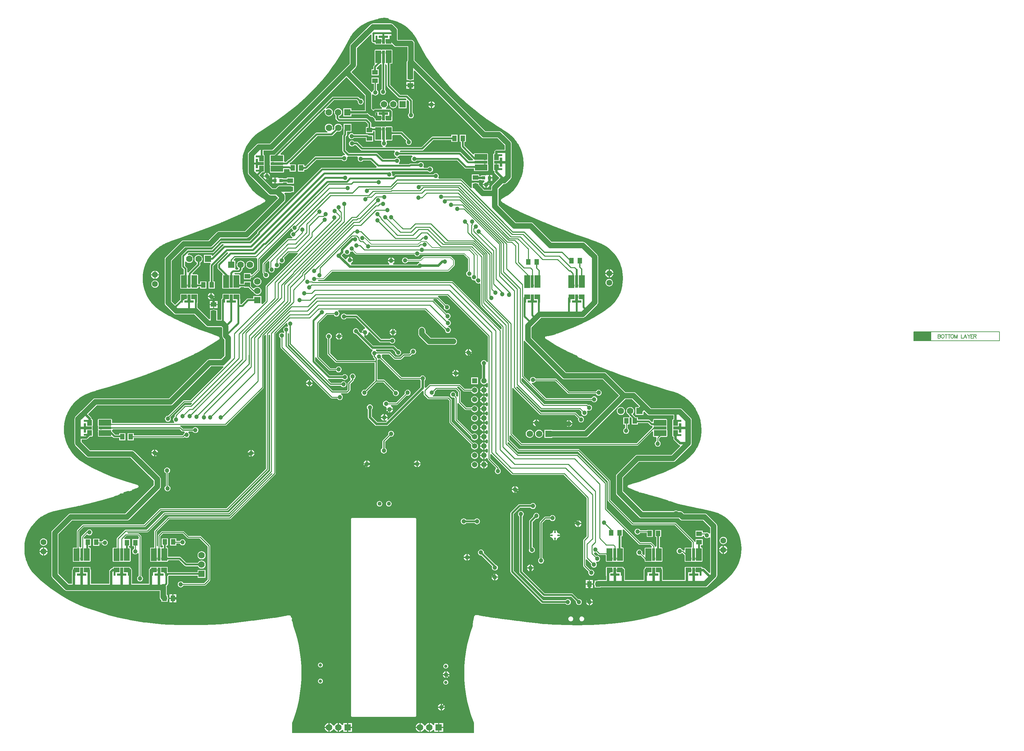
<source format=gbl>
G04 Layer_Physical_Order=2*
G04 Layer_Color=16711680*
%FSLAX44Y44*%
%MOMM*%
G71*
G01*
G75*
%ADD10R,1.2700X1.5240*%
%ADD11R,1.5240X1.2700*%
%ADD15R,0.9000X0.9500*%
%ADD44C,0.2032*%
%ADD45C,0.2540*%
%ADD46C,0.5080*%
%ADD47C,1.2700*%
%ADD48C,0.3048*%
%ADD49C,0.6350*%
%ADD50C,1.5000*%
%ADD53C,0.1270*%
%ADD54R,4.8260X2.4130*%
%ADD55C,1.7780*%
%ADD56R,1.7780X1.7780*%
%ADD57R,1.7780X1.7780*%
%ADD58C,1.6000*%
%ADD59C,0.9000*%
%ADD60C,1.1080*%
%ADD61C,1.4732*%
%ADD62R,1.4732X1.4732*%
%ADD63C,1.2000*%
%ADD64C,0.5000*%
%ADD65O,1.2500X0.8000*%
%ADD66O,0.8000X1.2500*%
G36*
X1494342Y2698560D02*
X1499252Y2697583D01*
X1499475Y2696465D01*
X1500312Y2695212D01*
X1500312Y2695212D01*
X1501566Y2694374D01*
X1502369Y2694214D01*
X1502356Y2694142D01*
X1503489Y2693974D01*
X1505361Y2693571D01*
X1512514Y2691779D01*
X1515463Y2690882D01*
X1518343Y2689852D01*
X1523568Y2687982D01*
X1528009Y2685882D01*
Y2685882D01*
X1530782Y2684533D01*
X1535867Y2681885D01*
X1539944Y2679288D01*
X1539944Y2679288D01*
X1539945Y2679288D01*
X1543923Y2676754D01*
X1551229Y2671147D01*
X1551229Y2671147D01*
X1551229Y2671147D01*
X1551253Y2671149D01*
X1557115Y2665836D01*
X1559277Y2663630D01*
X1563979Y2658442D01*
X1566162Y2655499D01*
X1566164Y2655500D01*
X1568461Y2652507D01*
X1571117Y2648337D01*
X1572759Y2645748D01*
X1572759Y2645748D01*
X1574496Y2642956D01*
X1579775Y2633078D01*
X1579847Y2633116D01*
X1579891Y2633049D01*
X1587996Y2617554D01*
X1592461Y2609713D01*
X1593950Y2606995D01*
X1593950Y2606995D01*
X1602787Y2591957D01*
X1607293Y2585042D01*
X1607295Y2585030D01*
X1607625Y2584532D01*
X1607625Y2584532D01*
X1613855Y2574972D01*
X1622125Y2563478D01*
X1622125Y2563478D01*
X1622418Y2563072D01*
X1622440Y2563057D01*
X1623898Y2561112D01*
X1631534Y2550873D01*
X1636970Y2544178D01*
X1638908Y2541770D01*
X1638908Y2541769D01*
X1638908Y2541769D01*
X1639099Y2541484D01*
X1639211Y2541409D01*
X1648904Y2529598D01*
X1660639Y2516392D01*
X1660689Y2516317D01*
X1660686Y2516315D01*
X1660783Y2516177D01*
X1660846Y2516134D01*
X1664160Y2512381D01*
X1680606Y2495242D01*
X1681074Y2494793D01*
X1683263Y2492690D01*
X1683273Y2492675D01*
X1683291Y2492663D01*
X1683291Y2492663D01*
X1683299Y2492657D01*
X1685512Y2490538D01*
X1697398Y2479110D01*
X1707359Y2470258D01*
X1707479Y2470079D01*
X1707652Y2469963D01*
X1707652Y2469963D01*
X1707656Y2469960D01*
X1712729Y2465404D01*
X1732155Y2449169D01*
X1733283Y2448226D01*
X1734570Y2447226D01*
X1734620Y2447288D01*
X1749935Y2435133D01*
X1752408Y2433299D01*
X1752415Y2433308D01*
X1752435Y2433335D01*
X1766169Y2423094D01*
X1766705Y2422695D01*
X1768705Y2421328D01*
X1768707Y2421330D01*
X1785148Y2410098D01*
X1785148Y2410098D01*
X1787765Y2408436D01*
X1790811Y2406400D01*
X1800869Y2400187D01*
X1803497Y2398562D01*
X1803440Y2398464D01*
X1806065Y2396871D01*
X1809893Y2394548D01*
X1819046Y2388432D01*
X1821474Y2386810D01*
X1824054Y2385091D01*
X1830853Y2379874D01*
X1833179Y2377826D01*
X1837382Y2374016D01*
X1841911Y2369020D01*
X1843844Y2366631D01*
X1848234Y2360910D01*
X1850021Y2358105D01*
X1850021D01*
X1850022Y2358105D01*
X1853615Y2352464D01*
X1856443Y2347032D01*
X1857801Y2344262D01*
Y2344262D01*
X1859027Y2341669D01*
X1859848Y2339935D01*
X1862251Y2333217D01*
X1862311Y2333033D01*
X1863188Y2330296D01*
X1863931Y2327333D01*
X1865179Y2322349D01*
X1866183Y2315580D01*
X1866163Y2315554D01*
X1866163D01*
X1866733Y2311226D01*
X1867111Y2302568D01*
X1867137Y2299487D01*
X1867135Y2299453D01*
X1867135Y2299449D01*
X1867016Y2296422D01*
X1866722Y2288936D01*
X1866496Y2287028D01*
X1866496Y2287028D01*
X1866125Y2283988D01*
X1865447Y2279413D01*
X1864859Y2276557D01*
X1864133Y2273571D01*
X1862330Y2267312D01*
X1862178Y2266946D01*
X1862095Y2266821D01*
X1862063Y2266667D01*
X1861078Y2264190D01*
X1860930Y2263817D01*
X1858894Y2258904D01*
X1857585Y2256101D01*
X1857585Y2256101D01*
X1855688Y2251987D01*
X1851172Y2243923D01*
X1849557Y2241279D01*
X1849557Y2241279D01*
X1847721Y2238215D01*
X1843026Y2231884D01*
X1841010Y2229531D01*
X1837082Y2225136D01*
X1833663Y2222081D01*
X1831400Y2220058D01*
X1828966Y2218213D01*
X1824900Y2215198D01*
X1820077Y2212307D01*
X1818465Y2211394D01*
X1818412Y2211364D01*
X1818411Y2211363D01*
X1818409Y2211362D01*
X1815983Y2209901D01*
X1813492Y2208432D01*
X1812142Y2207665D01*
X1812141Y2207666D01*
D01*
X1812141Y2207666D01*
X1811326Y2207203D01*
X1808950Y2205720D01*
X1807405Y2204695D01*
X1806757Y2204213D01*
X1806756Y2204213D01*
X1805805Y2202789D01*
X1805805Y2202789D01*
X1805719Y2202359D01*
X1805719Y2202359D01*
X1805471Y2201109D01*
X1805761Y2199648D01*
X1805805Y2199487D01*
X1805974Y2199234D01*
X1806266Y2198528D01*
X1806266Y2198528D01*
X1807345Y2197122D01*
X1807553Y2196957D01*
X1807603Y2196881D01*
X1807708Y2196812D01*
X1807884Y2196694D01*
X1809326Y2195469D01*
X1810325Y2194857D01*
X1811627Y2194059D01*
X1811684Y2194021D01*
X1811682Y2194017D01*
X1812108Y2193738D01*
X1812164Y2193727D01*
X1814337Y2192418D01*
X1820174Y2188901D01*
X1820174Y2188901D01*
X1820572Y2188667D01*
X1820665Y2188649D01*
X1827287Y2184742D01*
X1835047Y2180733D01*
X1835200Y2180631D01*
X1835173Y2180578D01*
X1837183Y2179503D01*
X1837915Y2179148D01*
X1853676Y2171503D01*
X1853719Y2171475D01*
X1853719Y2171475D01*
X1853719D01*
X1853696Y2171428D01*
X1855705Y2170444D01*
X1856487Y2170091D01*
X1876790Y2160923D01*
X1876942Y2160822D01*
X1877173Y2160776D01*
X1906379Y2147984D01*
X1906379Y2147984D01*
X1906379Y2147984D01*
X1909256Y2146867D01*
X1917814Y2143180D01*
X1927934Y2139154D01*
X1930723Y2137989D01*
X1930756Y2137967D01*
X1930795Y2137959D01*
X1933690Y2136850D01*
X1949883Y2130327D01*
X1957524Y2127423D01*
X1960284Y2126362D01*
X1960336Y2126327D01*
X1960416Y2126311D01*
X1960416Y2126311D01*
X1960484Y2126298D01*
X1963311Y2125224D01*
X1989857Y2115133D01*
X1989864Y2115153D01*
X1989875Y2115151D01*
X2010674Y2107621D01*
X2013323Y2106661D01*
X2013591Y2106573D01*
X2016319Y2105673D01*
X2038664Y2097826D01*
X2041584Y2096800D01*
X2041584Y2096801D01*
X2041586Y2096808D01*
X2052135Y2093141D01*
X2061741Y2089486D01*
X2061735Y2089472D01*
X2072308Y2085549D01*
X2076220Y2083928D01*
X2076220Y2083928D01*
X2076201Y2083880D01*
X2080370Y2082154D01*
X2083404Y2080476D01*
X2083404Y2080476D01*
Y2080476D01*
X2086141Y2079020D01*
X2093928Y2074059D01*
X2101746Y2068061D01*
X2104357Y2065668D01*
X2106604Y2063609D01*
X2108880Y2061530D01*
X2115328Y2054416D01*
X2121165Y2046546D01*
X2123913Y2041962D01*
X2123913Y2041962D01*
X2123913Y2041962D01*
X2126197Y2038150D01*
X2130377Y2029312D01*
X2133671Y2020107D01*
X2134595Y2016419D01*
X2134595D01*
X2134684Y2016365D01*
X2136650Y2007496D01*
X2137926Y1997811D01*
X2138218Y1991114D01*
X2138308Y1988052D01*
X2138227Y1984986D01*
X2137899Y1977479D01*
X2136952Y1970288D01*
X2136486Y1967310D01*
D01*
X2135996Y1964413D01*
X2133873Y1955941D01*
X2132239Y1951372D01*
X2131226Y1948552D01*
Y1948552D01*
X2130127Y1945908D01*
X2127027Y1939353D01*
X2124087Y1934448D01*
X2124011Y1934322D01*
X2122519Y1931840D01*
X2122519D01*
X2122519Y1931840D01*
X2120707Y1929394D01*
X2117262Y1924749D01*
X2112521Y1919518D01*
X2110352Y1917333D01*
X2103228Y1910701D01*
X2093790Y1903095D01*
X2089607Y1900191D01*
Y1900191D01*
X2089603Y1900168D01*
X2079100Y1892950D01*
X2064885Y1884239D01*
X2062175Y1882732D01*
X2062175Y1882732D01*
X2062175Y1882732D01*
X2057975Y1880264D01*
X2039848Y1870708D01*
X2029303Y1865758D01*
X2029303Y1865758D01*
Y1865758D01*
X2026544Y1864362D01*
X2003990Y1854496D01*
X1994760Y1850884D01*
X1991888Y1849759D01*
X1991891Y1849750D01*
X1991900Y1849728D01*
X1983436Y1846380D01*
X1980519Y1845333D01*
Y1845333D01*
X1973650Y1842657D01*
X1970743Y1841579D01*
X1967867Y1840482D01*
X1963672Y1838880D01*
X1961488Y1838109D01*
X1961198Y1838016D01*
X1961198Y1838016D01*
X1961197Y1838016D01*
X1961064Y1837966D01*
X1960547Y1837807D01*
X1960547Y1837807D01*
X1960547Y1837807D01*
X1959770Y1837514D01*
X1959004Y1837155D01*
X1958938Y1837111D01*
X1958882Y1837106D01*
X1957764Y1837328D01*
X1956426Y1837062D01*
X1956426Y1837062D01*
X1956092Y1836839D01*
X1956086Y1836838D01*
X1955072Y1836161D01*
X1954679Y1835695D01*
X1952403Y1834633D01*
X1949611Y1833889D01*
D01*
X1946684Y1833182D01*
X1942768Y1832314D01*
X1942770Y1832302D01*
X1939356Y1831582D01*
X1933058Y1830555D01*
X1933065Y1830510D01*
X1933065Y1830510D01*
X1928180Y1829668D01*
X1928141Y1829653D01*
X1928099Y1829653D01*
X1927539Y1829422D01*
X1926973Y1829204D01*
X1926943Y1829175D01*
X1926904Y1829159D01*
X1926475Y1828731D01*
X1926036Y1828314D01*
X1926019Y1828275D01*
X1925989Y1828246D01*
X1925757Y1827685D01*
X1925511Y1827133D01*
X1925509Y1827090D01*
X1925493Y1827052D01*
X1925493Y1826446D01*
X1925477Y1825840D01*
X1925493Y1825801D01*
X1925493Y1825759D01*
X1925724Y1825199D01*
X1925941Y1824633D01*
X1925970Y1824603D01*
X1925986Y1824564D01*
X1926415Y1824135D01*
X1926832Y1823696D01*
X1926870Y1823679D01*
X1926900Y1823649D01*
X1934930Y1818276D01*
X1935083Y1818212D01*
X1945434Y1811519D01*
X1948573Y1809749D01*
Y1809749D01*
X1948969Y1809525D01*
X1949066Y1809505D01*
X1958879Y1803754D01*
X1965595Y1800164D01*
X1965596Y1800163D01*
X1965887Y1799970D01*
X1965997Y1799948D01*
X1968324Y1798704D01*
X1980377Y1792262D01*
X1980804Y1792055D01*
X1983575Y1790687D01*
X1984968Y1789953D01*
X1986349Y1789304D01*
X1997563Y1784040D01*
X2000353Y1782731D01*
X2000441Y1782682D01*
X2000472Y1782676D01*
X2003161Y1781440D01*
X2008624Y1778903D01*
X2008624Y1778903D01*
X2011469Y1777671D01*
X2013727Y1776576D01*
X2014778Y1774787D01*
X2014802Y1774666D01*
X2015192Y1774083D01*
X2015192Y1774083D01*
X2015628Y1773430D01*
X2016840Y1772620D01*
X2016903Y1772591D01*
X2016973Y1772543D01*
X2017959Y1772094D01*
X2019549Y1771348D01*
X2019549Y1771347D01*
X2019642Y1771312D01*
X2020200Y1771014D01*
X2021095Y1770732D01*
X2021332Y1770634D01*
X2023663Y1769966D01*
X2026301Y1768739D01*
X2027111Y1768117D01*
X2027844Y1767769D01*
X2027937Y1767707D01*
X2028003Y1767694D01*
X2028578Y1767490D01*
X2028910Y1767372D01*
X2028911Y1767372D01*
X2031618Y1766477D01*
X2031619Y1766477D01*
X2035757Y1764190D01*
X2035798Y1764162D01*
X2035798Y1764162D01*
X2036056Y1763990D01*
X2036182Y1763965D01*
X2038354Y1762849D01*
X2040488Y1761739D01*
X2042089Y1761062D01*
X2042167Y1761016D01*
X2042205Y1761008D01*
X2045340Y1759555D01*
X2048827Y1758111D01*
X2051650Y1756846D01*
X2053976Y1755882D01*
X2056799Y1754623D01*
X2057573Y1754285D01*
X2059881Y1753274D01*
X2060365Y1753062D01*
X2060367Y1753061D01*
X2060869Y1752856D01*
X2063271Y1751864D01*
X2076435Y1746072D01*
X2077161Y1745790D01*
X2079991Y1744680D01*
X2080009Y1744668D01*
X2080017Y1744666D01*
X2080034Y1744663D01*
X2080034Y1744663D01*
X2080034Y1744663D01*
X2082903Y1743495D01*
X2087357Y1741649D01*
X2102724Y1735767D01*
X2105488Y1734644D01*
X2105493Y1734640D01*
X2105579Y1734607D01*
X2108481Y1733528D01*
X2134113Y1724000D01*
X2134112Y1723996D01*
X2137369Y1722786D01*
X2160285Y1714902D01*
X2162849Y1714020D01*
X2162992Y1713925D01*
X2163206Y1713882D01*
X2166142Y1712887D01*
X2176016Y1709490D01*
X2186503Y1706168D01*
X2189092Y1705339D01*
X2189186Y1705276D01*
X2189455Y1705222D01*
X2192410Y1704298D01*
X2224842Y1693908D01*
X2224842Y1693908D01*
X2224843Y1693908D01*
X2227829Y1693072D01*
X2251539Y1685596D01*
X2256273Y1684168D01*
X2259236Y1683271D01*
X2260479Y1682860D01*
X2262206Y1682383D01*
X2275361Y1678742D01*
X2275342Y1678669D01*
X2278783Y1677808D01*
X2285193Y1675514D01*
X2288042Y1674359D01*
Y1674359D01*
X2290753Y1673085D01*
X2295627Y1670780D01*
X2300409Y1667914D01*
X2303020Y1666276D01*
X2306229Y1664232D01*
X2309816Y1661479D01*
X2312169Y1659674D01*
X2312169Y1659674D01*
X2312169Y1659674D01*
X2314564Y1657715D01*
X2320824Y1651979D01*
X2322939Y1649712D01*
X2326731Y1645639D01*
X2328755Y1643291D01*
X2328755Y1643291D01*
X2330979Y1640755D01*
X2332660Y1638239D01*
X2332660Y1638239D01*
X2334422Y1635691D01*
X2336176Y1632516D01*
X2336194Y1632526D01*
X2338458Y1628512D01*
X2340750Y1623805D01*
X2340737Y1623799D01*
X2343638Y1618005D01*
X2345380Y1613800D01*
X2346562Y1610941D01*
X2346562Y1610941D01*
X2347874Y1607775D01*
X2349048Y1603698D01*
X2349889Y1600780D01*
X2350443Y1597786D01*
X2351270Y1592923D01*
X2351494Y1589916D01*
X2351808Y1586848D01*
X2352200Y1574852D01*
X2352185Y1574835D01*
X2352185D01*
X2352287Y1570937D01*
X2352150Y1565722D01*
X2352150D01*
X2352023Y1562656D01*
X2352020Y1562616D01*
X2351816Y1559622D01*
D01*
X2351555Y1557363D01*
X2351040Y1554477D01*
D01*
X2350399Y1551462D01*
X2349681Y1548597D01*
X2349681Y1548597D01*
X2349681Y1548597D01*
X2348920Y1545611D01*
X2346283Y1538240D01*
X2346201Y1538043D01*
X2345103Y1535398D01*
X2345103D01*
X2345103Y1535398D01*
X2343797Y1532627D01*
X2341431Y1527624D01*
X2338493Y1522723D01*
X2338493Y1522723D01*
X2338493Y1522723D01*
X2338501Y1522690D01*
X2334700Y1516724D01*
X2332037Y1513253D01*
X2330169Y1510818D01*
X2328216Y1508416D01*
X2322475Y1502150D01*
X2320271Y1500094D01*
X2320207Y1500036D01*
X2320208Y1500035D01*
X2314826Y1495104D01*
X2307518Y1489496D01*
X2304952Y1487760D01*
D01*
X2302427Y1486115D01*
X2293654Y1480442D01*
X2286621Y1476476D01*
X2283924Y1474966D01*
X2281210Y1473492D01*
X2274583Y1469894D01*
X2262087Y1463934D01*
X2259248Y1462689D01*
X2256629Y1461528D01*
X2249108Y1458194D01*
X2232526Y1451798D01*
X2232526Y1451798D01*
X2232383Y1451760D01*
X2232324Y1451720D01*
X2229850Y1450773D01*
X2224857Y1448920D01*
X2224639Y1448877D01*
X2224616Y1448939D01*
X2219173Y1446788D01*
X2216277Y1445692D01*
X2216208Y1445669D01*
X2216195Y1445661D01*
X2212565Y1444300D01*
X2211289Y1443772D01*
X2208642Y1442677D01*
X2208604Y1442669D01*
X2208580Y1442653D01*
X2206298Y1441785D01*
X2206023Y1441660D01*
X2206023Y1441660D01*
X2205973Y1441638D01*
X2203183Y1440422D01*
X2203183Y1440422D01*
Y1440422D01*
X2200541Y1439317D01*
X2197916Y1438378D01*
X2197916Y1438378D01*
X2195041Y1437239D01*
X2190149Y1435623D01*
X2190149Y1435623D01*
X2187236Y1434561D01*
X2181559Y1432803D01*
X2181559Y1432803D01*
X2178605Y1431872D01*
X2173396Y1430329D01*
X2173404Y1430302D01*
X2168863Y1428924D01*
X2165902Y1428026D01*
X2165565Y1427951D01*
X2165509Y1427913D01*
X2159445Y1426166D01*
Y1426166D01*
X2157629Y1425623D01*
X2156694Y1425324D01*
X2154554Y1424642D01*
X2153830Y1424412D01*
X2153829Y1424411D01*
X2153446Y1424267D01*
X2153446Y1424267D01*
X2152668Y1423748D01*
X2152003Y1423303D01*
X2152003Y1423303D01*
X2152012Y1423295D01*
X2151176Y1422045D01*
X2150883Y1420571D01*
X2151167Y1419144D01*
X2151176Y1419096D01*
X2151176Y1419096D01*
X2152012Y1417846D01*
X2153158Y1417080D01*
X2153144Y1417050D01*
X2153140Y1417042D01*
X2154871Y1416231D01*
X2155952Y1415764D01*
X2160189Y1413934D01*
X2162809Y1412775D01*
X2162871Y1412734D01*
X2162934Y1412721D01*
X2165647Y1411554D01*
X2168820Y1410134D01*
X2169130Y1410016D01*
X2172007Y1408886D01*
X2174887Y1407908D01*
X2177459Y1407036D01*
X2178866Y1406628D01*
X2180170Y1406170D01*
X2182213Y1404702D01*
X2182213Y1404702D01*
X2183445Y1403879D01*
X2183445Y1403879D01*
X2183567Y1403854D01*
X2183569Y1403851D01*
X2184958Y1403575D01*
X2185898Y1403762D01*
X2186230Y1403750D01*
X2186448Y1403840D01*
X2189460Y1403241D01*
X2189479Y1403211D01*
Y1403211D01*
X2189479Y1403211D01*
X2193786Y1402132D01*
D01*
X2196773Y1401337D01*
X2198757Y1400744D01*
X2201736Y1399908D01*
X2204132Y1399181D01*
X2204193Y1399140D01*
X2204538Y1399057D01*
X2207515Y1398206D01*
X2210713Y1397262D01*
X2210744Y1397241D01*
X2211108Y1397145D01*
X2213871Y1396331D01*
X2217446Y1395276D01*
Y1395276D01*
X2220455Y1394526D01*
X2222503Y1393882D01*
X2222503Y1393882D01*
Y1393882D01*
X2233038Y1391123D01*
X2238436Y1389511D01*
X2238436Y1389511D01*
X2238500Y1389545D01*
X2252083Y1385339D01*
X2252100Y1385305D01*
X2252101D01*
Y1385305D01*
X2255040Y1384359D01*
X2260487Y1382605D01*
X2262937Y1381086D01*
X2263047Y1380921D01*
X2264190Y1380157D01*
X2264339Y1380058D01*
X2265324Y1379862D01*
X2265340Y1379854D01*
X2266192Y1379684D01*
X2266940Y1379805D01*
X2267272Y1379855D01*
X2268558Y1379825D01*
X2269984Y1379487D01*
X2271242Y1378963D01*
X2271242Y1378963D01*
X2272345Y1378743D01*
X2272443Y1378709D01*
X2273078Y1378597D01*
X2273162Y1378614D01*
X2273798Y1378530D01*
X2273962Y1378552D01*
X2273988Y1378547D01*
X2274724Y1377445D01*
X2274724Y1377445D01*
X2276215Y1376449D01*
X2276215Y1376449D01*
X2276760Y1376317D01*
X2282321Y1374715D01*
X2287176Y1373511D01*
X2290164Y1372682D01*
X2291252Y1372383D01*
X2293174Y1371938D01*
X2309362Y1368193D01*
Y1368193D01*
X2312394Y1367551D01*
X2329669Y1363721D01*
X2336615Y1362308D01*
X2339648Y1361666D01*
Y1361666D01*
X2354185Y1358681D01*
X2372172Y1354758D01*
X2372171Y1354754D01*
X2375853Y1354022D01*
X2385789Y1351459D01*
X2385789Y1351459D01*
X2385789Y1351459D01*
X2388781Y1350694D01*
X2391761Y1349628D01*
X2394461Y1348662D01*
X2397355Y1347565D01*
X2403157Y1344820D01*
X2403161Y1344809D01*
X2403161Y1344809D01*
X2405894Y1343386D01*
X2409775Y1341366D01*
X2414306Y1338479D01*
X2414306Y1338479D01*
D01*
X2416927Y1336823D01*
X2421392Y1333512D01*
X2423802Y1331623D01*
X2423802Y1331623D01*
X2423804Y1331623D01*
X2429846Y1326146D01*
X2432305Y1323434D01*
X2432302Y1323431D01*
X2435826Y1319619D01*
X2440714Y1313419D01*
X2440709Y1313386D01*
X2440709Y1313386D01*
X2443141Y1310218D01*
X2448196Y1302282D01*
X2449882Y1299044D01*
X2449882D01*
X2450019Y1298998D01*
X2453941Y1290705D01*
X2456374Y1283906D01*
X2456374Y1283906D01*
X2456374D01*
X2457336Y1280961D01*
X2459453Y1272512D01*
X2460167Y1267696D01*
X2460167Y1267696D01*
X2460167D01*
X2460183Y1267684D01*
X2461099Y1260731D01*
X2461425Y1253255D01*
X2461501Y1250190D01*
X2461500Y1250184D01*
X2461527Y1250050D01*
X2461125Y1240844D01*
X2459880Y1231386D01*
X2458385Y1224644D01*
X2457616Y1221659D01*
Y1221659D01*
X2456895Y1218857D01*
X2453842Y1210326D01*
X2449884Y1201957D01*
X2448112Y1199001D01*
X2446514Y1196366D01*
X2443033Y1190901D01*
X2436248Y1182059D01*
X2428864Y1174001D01*
X2426588Y1171923D01*
X2424361Y1169817D01*
X2418764Y1164525D01*
X2405053Y1152947D01*
X2398197Y1147787D01*
X2395743Y1145941D01*
X2393303Y1144026D01*
X2379834Y1134769D01*
X2377236Y1133086D01*
X2377236Y1133086D01*
X2377236Y1133086D01*
X2374796Y1131493D01*
X2358688Y1121719D01*
X2355975Y1120218D01*
X2353466Y1118792D01*
X2342924Y1112802D01*
X2332775Y1107578D01*
X2332808Y1107514D01*
X2330339Y1106195D01*
X2330077Y1106056D01*
X2311076Y1096840D01*
X2308254Y1095557D01*
X2305639Y1094387D01*
X2296955Y1090501D01*
X2287116Y1086746D01*
X2284227Y1085662D01*
X2281321Y1084636D01*
X2265542Y1079070D01*
X2252990Y1075140D01*
Y1075140D01*
X2252941Y1075047D01*
X2229412Y1068019D01*
X2219880Y1065523D01*
X2219880Y1065524D01*
X2216896Y1064683D01*
X2197860Y1060025D01*
X2189666Y1058395D01*
Y1058395D01*
X2189607Y1058306D01*
X2164565Y1053547D01*
X2142626Y1050149D01*
X2139581Y1049677D01*
X2136523Y1049293D01*
X2114361Y1046509D01*
X2092429Y1044547D01*
X2089337Y1044329D01*
X2089337Y1044329D01*
X2080873Y1043635D01*
X2052357Y1042234D01*
X2036373Y1041973D01*
X2036371Y1041974D01*
Y1041974D01*
X2017996Y1041716D01*
X1982204Y1042218D01*
X1977996Y1042396D01*
X1977998Y1042460D01*
X1961925Y1042922D01*
X1958834Y1043105D01*
Y1043105D01*
X1947882Y1043463D01*
X1941064Y1043836D01*
X1941064Y1043855D01*
X1937985Y1044018D01*
X1929255Y1044482D01*
X1926160Y1044646D01*
Y1044646D01*
X1926160D01*
Y1044646D01*
X1923008Y1044801D01*
X1920053Y1045153D01*
D01*
X1917051Y1045531D01*
X1916511Y1045602D01*
X1916059Y1045662D01*
X1913438Y1045944D01*
X1913046Y1045937D01*
X1913046Y1045937D01*
X1913010Y1045930D01*
X1910297Y1046135D01*
X1877594Y1049606D01*
X1853178Y1052945D01*
X1850333Y1053334D01*
X1850333Y1053334D01*
X1850231Y1053316D01*
X1850231Y1053316D01*
X1825649Y1056393D01*
Y1056393D01*
X1804151Y1059083D01*
X1801091Y1059590D01*
Y1059590D01*
X1785837Y1061599D01*
X1779682Y1062535D01*
X1779688Y1062575D01*
X1774830Y1063214D01*
X1766819Y1064699D01*
X1766809Y1064644D01*
X1760420Y1065786D01*
X1757410Y1066323D01*
X1754352Y1066833D01*
X1748953Y1067812D01*
X1748965Y1067882D01*
X1742629Y1069045D01*
X1741864Y1069186D01*
X1739585Y1069513D01*
X1739038Y1069589D01*
X1739036Y1069589D01*
X1738937Y1069569D01*
X1738805Y1069586D01*
X1738347Y1069647D01*
X1736423Y1069394D01*
X1736042Y1069253D01*
X1735644Y1069174D01*
X1734825Y1068626D01*
X1734504Y1068412D01*
X1734504Y1068412D01*
X1733929Y1068028D01*
X1732814Y1066359D01*
X1732761Y1066200D01*
X1731842Y1063170D01*
X1731810Y1062841D01*
X1731838Y1062836D01*
X1730321Y1053908D01*
X1730257Y1053919D01*
X1730233Y1053923D01*
X1729786Y1051369D01*
X1729711Y1050875D01*
X1729350Y1048485D01*
X1728551Y1045801D01*
X1728168Y1041919D01*
X1728464Y1038914D01*
X1723577Y1025114D01*
X1718106Y1006643D01*
X1713609Y987911D01*
X1710098Y968969D01*
X1707583Y949870D01*
X1706072Y930665D01*
X1705568Y911407D01*
X1706072Y892150D01*
X1707583Y872945D01*
X1710098Y853845D01*
X1713609Y834903D01*
X1718106Y816171D01*
X1723577Y797700D01*
X1730008Y779541D01*
X1731822Y775161D01*
Y747274D01*
X1236054D01*
Y775271D01*
X1239146Y783286D01*
X1245009Y801033D01*
X1249994Y819047D01*
X1254089Y837283D01*
X1257284Y855699D01*
X1259572Y874249D01*
X1260947Y892889D01*
X1261406Y911574D01*
X1260947Y930259D01*
X1259572Y948900D01*
X1257284Y967450D01*
X1254089Y985865D01*
X1249994Y1004102D01*
X1245009Y1022116D01*
X1239191Y1039726D01*
X1239191D01*
X1239160Y1039743D01*
X1236306Y1052077D01*
X1236306Y1052077D01*
X1236174Y1052640D01*
X1235369Y1053845D01*
X1235368Y1053846D01*
X1234997Y1054094D01*
X1235257Y1057023D01*
X1235532Y1058866D01*
X1235532Y1058866D01*
X1235536Y1059158D01*
X1235575Y1059451D01*
X1235574Y1059451D01*
X1235565Y1059578D01*
X1235572Y1059649D01*
X1235573Y1059651D01*
X1235551Y1059760D01*
X1235546Y1059826D01*
X1235276Y1061185D01*
X1234853Y1061817D01*
X1234599Y1062198D01*
X1234475Y1062384D01*
X1234475D01*
X1234456Y1062412D01*
X1233327Y1063166D01*
X1233327Y1063166D01*
X1232513Y1064384D01*
X1232575Y1064696D01*
X1232276Y1066201D01*
X1231424Y1067476D01*
X1230895Y1067830D01*
X1229948Y1068463D01*
X1228038Y1068843D01*
X1228037Y1068843D01*
X1227530Y1068753D01*
X1226622Y1068693D01*
X1226306Y1068673D01*
X1223717Y1068223D01*
X1223717Y1068223D01*
X1220700Y1067663D01*
X1216069Y1066805D01*
X1211584Y1065892D01*
X1211585Y1065886D01*
X1207805Y1065089D01*
X1188594Y1061955D01*
X1185514Y1061601D01*
Y1061601D01*
X1160014Y1058090D01*
X1129995Y1054319D01*
Y1054319D01*
X1126931Y1053834D01*
X1074352Y1047476D01*
X1074350Y1047477D01*
Y1047477D01*
X1066176Y1046451D01*
X1045266Y1044580D01*
X1042191Y1044314D01*
X1039119Y1044123D01*
X1029227Y1043509D01*
X1026129Y1043374D01*
Y1043374D01*
X1013074Y1042733D01*
X1008086Y1042652D01*
Y1042652D01*
X1004988Y1042550D01*
X986666Y1042293D01*
X986659Y1042301D01*
Y1042301D01*
X963163Y1042086D01*
X960072Y1042085D01*
X960068Y1042086D01*
X960064Y1042085D01*
X960064D01*
X960064Y1042085D01*
X960064Y1042085D01*
X957274Y1042026D01*
X923502Y1042384D01*
X923478Y1042409D01*
Y1042409D01*
X923478Y1042409D01*
X920393Y1042467D01*
X908147Y1042696D01*
X896021Y1043377D01*
Y1043377D01*
X882500Y1044136D01*
X872217Y1045100D01*
X869163Y1045387D01*
X866072Y1045634D01*
X837758Y1048588D01*
X834680Y1048933D01*
X831726Y1049284D01*
X831617Y1049297D01*
X823692Y1050503D01*
X820641Y1051017D01*
Y1051017D01*
X817751Y1051523D01*
X796836Y1055183D01*
X796767Y1055282D01*
Y1055282D01*
X786709Y1057097D01*
X772740Y1059962D01*
X772735Y1059936D01*
X768962Y1060635D01*
X760108Y1062760D01*
X757143Y1063472D01*
X754125Y1064181D01*
X740411Y1067976D01*
X737447Y1068853D01*
X737447Y1068853D01*
X731925Y1070480D01*
X707297Y1078309D01*
X707297Y1078309D01*
X707297Y1078309D01*
X707287Y1078304D01*
X680516Y1086943D01*
X677603Y1088010D01*
X677603Y1088010D01*
X671057Y1090188D01*
X665663Y1092423D01*
X662813Y1093603D01*
X662812Y1093601D01*
X662809Y1093594D01*
X657374Y1095845D01*
X639456Y1104257D01*
X628017Y1110286D01*
X628016Y1110287D01*
Y1110287D01*
X622023Y1113446D01*
X605177Y1123345D01*
X597425Y1128397D01*
X594983Y1129988D01*
X592357Y1131620D01*
X576914Y1142495D01*
X564777Y1151968D01*
X564777Y1151968D01*
X564777Y1151968D01*
X564696Y1151960D01*
X551880Y1162782D01*
X538849Y1175102D01*
X538524Y1175514D01*
X538524Y1175515D01*
X538524Y1175515D01*
X538523Y1175515D01*
X538521Y1175519D01*
X538517Y1175522D01*
X536351Y1177717D01*
X528745Y1185613D01*
Y1185613D01*
X528745Y1185613D01*
X528693Y1185615D01*
X525788Y1188866D01*
X523888Y1191179D01*
X522164Y1193679D01*
X522106Y1193766D01*
X520512Y1196375D01*
X517640Y1201501D01*
X516303Y1204289D01*
X515003Y1206851D01*
X512620Y1212603D01*
X512620Y1212603D01*
X512620D01*
X511505Y1215474D01*
X509738Y1220412D01*
X509665Y1220715D01*
X509665Y1220716D01*
X509652Y1220736D01*
X508955Y1223362D01*
X507607Y1228743D01*
X507008Y1231762D01*
X505901Y1237899D01*
X505934Y1237979D01*
X505788Y1238523D01*
X505605Y1241513D01*
Y1266596D01*
X505942Y1267279D01*
X506687Y1268393D01*
X506889Y1269194D01*
X506889Y1269194D01*
X508859Y1278080D01*
X510968Y1284769D01*
X510978Y1284774D01*
X510978D01*
X510978Y1284774D01*
X513097Y1290696D01*
X517015Y1298981D01*
X517015Y1298981D01*
X517024Y1298997D01*
X517194Y1299251D01*
X517204Y1299299D01*
X518584Y1301620D01*
X521973Y1307274D01*
X525591Y1312152D01*
X525602Y1312154D01*
X525602Y1312154D01*
Y1312154D01*
X529289Y1316959D01*
X534603Y1322758D01*
X536694Y1324977D01*
X536699Y1324980D01*
X536704Y1324988D01*
X537146Y1325499D01*
X543548Y1331526D01*
X543549D01*
X543549Y1331526D01*
X543549Y1331539D01*
X546013Y1333740D01*
X548432Y1335637D01*
D01*
X550889Y1337342D01*
X553402Y1338928D01*
X557670Y1341318D01*
X560395Y1342757D01*
X560395D01*
X562974Y1344013D01*
X567463Y1346198D01*
X570283Y1347482D01*
X570283Y1347482D01*
Y1347482D01*
X572880Y1348697D01*
X577876Y1350485D01*
X577876Y1350486D01*
X580721Y1351504D01*
X586038Y1352836D01*
X586044Y1352832D01*
X586044Y1352832D01*
X594541Y1354872D01*
X597899Y1355494D01*
X597890Y1355537D01*
X613843Y1358827D01*
X613844Y1358826D01*
X613844Y1358825D01*
X614457Y1358950D01*
X614461Y1358953D01*
X629201Y1362001D01*
Y1362001D01*
X629206Y1362009D01*
X643394Y1364952D01*
X643397Y1364937D01*
X643398Y1364931D01*
X647978Y1365868D01*
X652797Y1366960D01*
X655798Y1367640D01*
X655789Y1367678D01*
X675005Y1372014D01*
X683430Y1374220D01*
X683478Y1374193D01*
X683478Y1374192D01*
X683478Y1374193D01*
X689682Y1375715D01*
X715542Y1382762D01*
X715554Y1382720D01*
X745179Y1391042D01*
X748166Y1391868D01*
X748660Y1391966D01*
X750037Y1392886D01*
X750037Y1392886D01*
X750721Y1393910D01*
X751287Y1393966D01*
X753576Y1394283D01*
X756050Y1394921D01*
X756467Y1395012D01*
X756620Y1395058D01*
X757898Y1395365D01*
X758585Y1395649D01*
X759954Y1396113D01*
X759954Y1396113D01*
X760624Y1396471D01*
X760742Y1396519D01*
X760742Y1396519D01*
X760797Y1396555D01*
X760858Y1396596D01*
X763668Y1397891D01*
X763733Y1397921D01*
X763762Y1397927D01*
X763896Y1397995D01*
X763939Y1398038D01*
X764994Y1398743D01*
X765238Y1399108D01*
X766822Y1400279D01*
X768339Y1400949D01*
X769095Y1401082D01*
X771289Y1401098D01*
X771625Y1401100D01*
X772648Y1400928D01*
X772660Y1400930D01*
X774168Y1401230D01*
X774182Y1401239D01*
X774178Y1401249D01*
X775279Y1401985D01*
X776023Y1403098D01*
X776023Y1403098D01*
X776082Y1403395D01*
X776248Y1404230D01*
X776841Y1404476D01*
X780639Y1405673D01*
Y1405673D01*
X785031Y1407058D01*
X788047Y1407771D01*
X789365Y1407739D01*
X791533Y1407461D01*
X792227Y1407323D01*
X793616Y1407600D01*
X793628Y1407605D01*
X794140Y1407707D01*
X794140Y1407707D01*
X794622Y1408029D01*
X797501Y1409011D01*
X797527Y1409016D01*
X797843Y1409083D01*
X797845Y1409083D01*
X799000Y1409855D01*
X799000Y1409855D01*
X799772Y1411011D01*
X799774Y1411018D01*
X801732Y1412038D01*
X802428Y1412347D01*
X802438Y1412351D01*
X805324Y1413382D01*
X805473Y1413433D01*
X805473Y1413434D01*
X805471Y1413440D01*
X805930Y1413609D01*
X808847Y1414647D01*
X810008Y1415013D01*
X811898Y1415779D01*
X811899Y1415779D01*
X811979Y1415795D01*
X813600Y1416407D01*
X813852Y1416503D01*
X813852Y1416503D01*
X814456Y1416727D01*
X814457Y1416727D01*
X816110Y1417832D01*
X816247Y1417951D01*
X817029Y1419122D01*
X817303Y1420502D01*
X817072Y1421667D01*
X817034Y1421857D01*
X817032Y1421865D01*
X817032Y1421865D01*
X817029Y1421883D01*
X817029Y1421883D01*
X816247Y1423053D01*
X816245Y1423054D01*
X815076Y1423835D01*
X814900Y1423870D01*
X814899Y1423867D01*
X814899Y1423867D01*
X814899Y1423867D01*
X814667Y1423913D01*
X812694Y1424612D01*
X810310Y1425457D01*
X810204Y1425528D01*
X809991Y1425571D01*
X809991Y1425571D01*
X809980Y1425573D01*
X807051Y1426523D01*
X803916Y1427566D01*
X803898Y1427504D01*
X803761Y1427531D01*
X796555Y1429666D01*
X796573Y1429732D01*
X786742Y1432440D01*
X765508Y1439242D01*
X753977Y1443469D01*
X753976Y1443469D01*
X743851Y1447180D01*
X721667Y1456369D01*
X711839Y1460925D01*
Y1460925D01*
X708988Y1462140D01*
X690079Y1471465D01*
X677614Y1478304D01*
X674910Y1479788D01*
X672267Y1481356D01*
X666427Y1484821D01*
X656264Y1491877D01*
X649182Y1497585D01*
X649182Y1497585D01*
X649182Y1497585D01*
X649164Y1497583D01*
X644912Y1501383D01*
X642731Y1503824D01*
X642729Y1503821D01*
X639572Y1507266D01*
X635709Y1512300D01*
X635709Y1512300D01*
X635709Y1512300D01*
X633793Y1514714D01*
X630897Y1519047D01*
X629190Y1521602D01*
X627613Y1524232D01*
X625589Y1527608D01*
X624231Y1530480D01*
X624231Y1530480D01*
X622857Y1533260D01*
X619676Y1540941D01*
X616881Y1549805D01*
X615552Y1555799D01*
X614944Y1558808D01*
X614497Y1561817D01*
X613782Y1566643D01*
X613287Y1576714D01*
X613708Y1585286D01*
X614006Y1588293D01*
X614008Y1588311D01*
D01*
X614446Y1591271D01*
X615279Y1596889D01*
X617767Y1606820D01*
X620406Y1614196D01*
X621597Y1617052D01*
X621597Y1617052D01*
X623198Y1620916D01*
X627756Y1629673D01*
X633060Y1637998D01*
X637067Y1643221D01*
X638992Y1645648D01*
X644389Y1651603D01*
X647798Y1654692D01*
X647798Y1654692D01*
X651355Y1657916D01*
X657648Y1662583D01*
X660252Y1664265D01*
X664705Y1667101D01*
X671982Y1670890D01*
X674815Y1672149D01*
D01*
X678313Y1673762D01*
X688952Y1677687D01*
X691926Y1678538D01*
X694676Y1679384D01*
X698726Y1680630D01*
X698726Y1680630D01*
X701256Y1682130D01*
X710708Y1684807D01*
X735236Y1691882D01*
X735236Y1691882D01*
X735237Y1691882D01*
X737960Y1692790D01*
X768356Y1702153D01*
X777679Y1705200D01*
X777747Y1705165D01*
X777747Y1705165D01*
X813514Y1717070D01*
X813514Y1717070D01*
X816423Y1718140D01*
X825624Y1721264D01*
X840146Y1726622D01*
X843084Y1727705D01*
X843846Y1727975D01*
X846098Y1728754D01*
X846177Y1728808D01*
X848869Y1729839D01*
X861490Y1734496D01*
X875406Y1740048D01*
X878307Y1741084D01*
X878759Y1741257D01*
X881176Y1742258D01*
X909713Y1754078D01*
X909697Y1754115D01*
X909943Y1754279D01*
X928447Y1762250D01*
X937819Y1766602D01*
X940437Y1767784D01*
X940528Y1767803D01*
X940635Y1767874D01*
X940636Y1767874D01*
X940636Y1767874D01*
X940636Y1767875D01*
X943423Y1769197D01*
X962445Y1778106D01*
X967952Y1780891D01*
X967979Y1780896D01*
X968171Y1781002D01*
X968163Y1781019D01*
X968280Y1781098D01*
X978879Y1786433D01*
X988272Y1791754D01*
X988375Y1791775D01*
X988773Y1791933D01*
X989985Y1792598D01*
X991454Y1793489D01*
X999517Y1798382D01*
X1001671Y1799689D01*
X1001722Y1799699D01*
X1001730Y1799704D01*
X1002159Y1799984D01*
X1004797Y1801590D01*
X1013502Y1806891D01*
X1018715Y1810270D01*
X1018715Y1810270D01*
X1018715Y1810270D01*
X1018729Y1810331D01*
X1036086Y1821322D01*
X1036056Y1821369D01*
X1036882Y1821922D01*
X1037269Y1822501D01*
X1037486Y1822825D01*
X1037486Y1822825D01*
X1037880Y1823415D01*
X1037881Y1823421D01*
X1037912Y1823574D01*
X1037913Y1823580D01*
X1038231Y1825176D01*
X1038224Y1825210D01*
X1038209Y1825210D01*
X1037927Y1826627D01*
X1037109Y1827852D01*
X1037106Y1827853D01*
X1035884Y1828670D01*
X1035796Y1828687D01*
X1035793Y1828681D01*
X1035584Y1828723D01*
X1027389Y1831878D01*
X1024540Y1833053D01*
Y1833053D01*
X1024540Y1833053D01*
X1020637Y1834606D01*
X1014497Y1836852D01*
X1011989Y1837785D01*
X1011926Y1837827D01*
X1011810Y1837851D01*
X1011810Y1837851D01*
X1002712Y1841310D01*
X999650Y1842405D01*
X996751Y1843506D01*
Y1843506D01*
X996751Y1843506D01*
X980533Y1849438D01*
X979047Y1850029D01*
X976390Y1851098D01*
X976390Y1851098D01*
Y1851098D01*
X972617Y1852498D01*
X961706Y1857018D01*
X959060Y1858114D01*
X956184Y1859272D01*
X942626Y1865202D01*
X942608Y1865248D01*
Y1865248D01*
X942608Y1865248D01*
X927804Y1871981D01*
X925050Y1873400D01*
X925050Y1873400D01*
X915260Y1878030D01*
X902654Y1884505D01*
X899925Y1885906D01*
X897148Y1887285D01*
X885215Y1894015D01*
X882440Y1895809D01*
D01*
X879859Y1897484D01*
X873421Y1901786D01*
X869289Y1905043D01*
X869287Y1905041D01*
X866025Y1907545D01*
X860248Y1912838D01*
X858038Y1914966D01*
X858027Y1914982D01*
X858016Y1914990D01*
X855963Y1917212D01*
X851659Y1921960D01*
X845669Y1930037D01*
X840499Y1938662D01*
X836200Y1947753D01*
X834937Y1951283D01*
X834937D01*
X834937Y1951283D01*
X832770Y1957339D01*
X830278Y1967286D01*
X828774Y1977430D01*
X828270Y1987672D01*
X828585Y1994083D01*
X828585Y1994083D01*
X828775Y1997944D01*
X830291Y2008166D01*
X832802Y2018190D01*
X836283Y2027919D01*
X838781Y2033201D01*
X840089Y2035966D01*
X841549Y2038674D01*
X845999Y2046098D01*
X852139Y2054377D01*
X859061Y2062014D01*
X865221Y2067597D01*
X867567Y2069577D01*
X867567D01*
X869938Y2071336D01*
X874565Y2074767D01*
X877163Y2076352D01*
X877212Y2076381D01*
X877212Y2076381D01*
X879848Y2077962D01*
X883483Y2080140D01*
X887624Y2082099D01*
X887613Y2082121D01*
X890615Y2083624D01*
X898510Y2086894D01*
X901362Y2088046D01*
D01*
X906594Y2090104D01*
X919278Y2094579D01*
X922194Y2095607D01*
X923679Y2096125D01*
X924898Y2096563D01*
X982443Y2117218D01*
X989104Y2119730D01*
X989104Y2119730D01*
X989105Y2119730D01*
X991764Y2120792D01*
X1014993Y2129484D01*
X1041030Y2139918D01*
X1043742Y2141005D01*
X1043914Y2141039D01*
X1043914Y2141039D01*
X1043934Y2141043D01*
X1044089Y2141146D01*
X1046756Y2142254D01*
X1068208Y2151140D01*
X1087931Y2159943D01*
X1090581Y2161096D01*
X1090669Y2161113D01*
X1090758Y2161173D01*
X1093548Y2162482D01*
X1104227Y2167303D01*
X1130436Y2180143D01*
X1131696Y2180760D01*
X1133196Y2181554D01*
X1133163Y2181619D01*
X1133320Y2181724D01*
X1140400Y2185352D01*
X1142824Y2186594D01*
X1142914Y2186612D01*
X1142915Y2186612D01*
X1143173Y2186733D01*
X1147393Y2188867D01*
X1151869Y2191303D01*
X1151869Y2191303D01*
Y2191303D01*
X1154584Y2192797D01*
X1158963Y2195109D01*
X1158994Y2195115D01*
X1158994Y2195115D01*
X1159286Y2195263D01*
X1159617Y2195400D01*
X1160780Y2196293D01*
X1161466Y2196766D01*
X1162003Y2197569D01*
X1162431Y2198209D01*
X1162754Y2199833D01*
X1162757Y2199833D01*
X1162773Y2199915D01*
X1162574Y2200913D01*
X1162574Y2200914D01*
X1162423Y2201672D01*
X1162422Y2201675D01*
X1161475Y2203093D01*
X1161443Y2203118D01*
X1161350Y2203239D01*
X1159352Y2204772D01*
X1158934Y2204968D01*
X1158880Y2204979D01*
X1156234Y2206442D01*
X1156215Y2206454D01*
X1156265Y2206550D01*
X1152576Y2208471D01*
X1144819Y2213412D01*
X1139314Y2217637D01*
X1136900Y2219580D01*
X1130682Y2225278D01*
X1126798Y2229515D01*
X1124737Y2231765D01*
X1122842Y2234165D01*
X1118683Y2239585D01*
X1114633Y2245942D01*
X1113068Y2248593D01*
Y2248593D01*
X1111683Y2251248D01*
X1109060Y2256286D01*
X1105601Y2264636D01*
X1105528Y2264847D01*
X1104596Y2267562D01*
X1103551Y2270480D01*
X1102172Y2275368D01*
X1102172D01*
X1102136Y2275389D01*
X1101659Y2277375D01*
X1101644Y2277452D01*
X1101122Y2280335D01*
X1100857Y2283378D01*
X1100853Y2283443D01*
X1100723Y2286508D01*
X1100723Y2286508D01*
X1100552Y2296984D01*
X1100549Y2300080D01*
X1100550Y2300082D01*
X1100549Y2300084D01*
X1100536Y2303184D01*
X1100706Y2313581D01*
X1100706D01*
X1100832Y2316646D01*
X1100840Y2316773D01*
X1101100Y2319819D01*
X1101506Y2322163D01*
X1102132Y2324839D01*
X1102132D01*
X1102915Y2327615D01*
X1103493Y2329665D01*
X1104497Y2332598D01*
X1104497D01*
X1104497Y2332598D01*
X1106814Y2339074D01*
X1110752Y2347400D01*
X1112190Y2349904D01*
X1112190D01*
X1112190Y2349904D01*
X1113740Y2352572D01*
X1117959Y2359193D01*
X1121410Y2363691D01*
X1123272Y2366118D01*
X1125270Y2368457D01*
X1130932Y2374637D01*
X1137250Y2380426D01*
X1137250Y2380426D01*
X1137250Y2380426D01*
X1139607Y2382420D01*
X1146673Y2387842D01*
X1150898Y2390534D01*
X1153470Y2392173D01*
X1153464Y2392184D01*
X1153446Y2392214D01*
X1171571Y2403410D01*
X1193679Y2418183D01*
X1215246Y2433734D01*
X1227370Y2443153D01*
X1227437Y2443197D01*
X1227478Y2443145D01*
X1229659Y2444796D01*
X1229931Y2445019D01*
X1249108Y2460757D01*
X1267915Y2477469D01*
X1286051Y2494907D01*
X1289744Y2498748D01*
X1291863Y2500893D01*
X1291898Y2500916D01*
X1291922Y2500953D01*
X1291922Y2500954D01*
X1292045Y2501138D01*
X1294034Y2503210D01*
X1303288Y2512855D01*
X1319264Y2530946D01*
X1334479Y2549682D01*
X1345266Y2564149D01*
X1345250Y2564160D01*
X1353547Y2575692D01*
X1365540Y2594096D01*
X1376669Y2613035D01*
X1386259Y2631228D01*
X1386259Y2631228D01*
X1386241Y2631286D01*
X1392182Y2642401D01*
X1393791Y2645029D01*
X1393791Y2645029D01*
X1395399Y2647565D01*
X1398111Y2651822D01*
X1401106Y2655725D01*
X1402963Y2658208D01*
X1406933Y2662588D01*
X1409030Y2664815D01*
X1409037Y2664820D01*
X1409038Y2664821D01*
X1409041Y2664826D01*
X1411265Y2666909D01*
X1416266Y2671491D01*
X1416369Y2671573D01*
X1418717Y2673390D01*
X1418717D01*
X1421074Y2675183D01*
X1424929Y2678043D01*
X1429479Y2680770D01*
X1429479Y2680770D01*
X1429479Y2680770D01*
X1432153Y2682332D01*
X1439033Y2685913D01*
X1441875Y2687113D01*
X1444521Y2688209D01*
X1448579Y2689890D01*
X1454878Y2691876D01*
X1457841Y2692704D01*
X1462917Y2693975D01*
X1467384Y2694637D01*
X1467366Y2694758D01*
X1468224Y2694929D01*
X1469378Y2695700D01*
X1469460Y2695822D01*
X1473502Y2697194D01*
X1480369Y2698560D01*
X1487355Y2699018D01*
X1494342Y2698560D01*
D02*
G37*
%LPC*%
G36*
X1575400Y1480400D02*
X1567931D01*
X1568037Y1479598D01*
X1568964Y1477360D01*
X1570439Y1475439D01*
X1572360Y1473964D01*
X1574598Y1473037D01*
X1575400Y1472931D01*
Y1480400D01*
D02*
G37*
G36*
X1449069D02*
X1441600D01*
Y1472931D01*
X1442402Y1473037D01*
X1444640Y1473964D01*
X1446561Y1475439D01*
X1448036Y1477360D01*
X1448963Y1479598D01*
X1449069Y1480400D01*
D02*
G37*
G36*
X1757400Y1490047D02*
X1756242Y1489894D01*
X1753672Y1488830D01*
X1751465Y1487136D01*
X1749771Y1484929D01*
X1748706Y1482359D01*
X1748554Y1481200D01*
X1757400D01*
Y1490047D01*
D02*
G37*
G36*
X1586069Y1480400D02*
X1578600D01*
Y1472931D01*
X1579402Y1473037D01*
X1581640Y1473964D01*
X1583562Y1475439D01*
X1585036Y1477360D01*
X1585963Y1479598D01*
X1586069Y1480400D01*
D02*
G37*
G36*
X1769447Y1478000D02*
X1760600D01*
Y1469154D01*
X1761759Y1469306D01*
X1764329Y1470371D01*
X1766536Y1472065D01*
X1768230Y1474272D01*
X1769294Y1476842D01*
X1769447Y1478000D01*
D02*
G37*
G36*
X1757400D02*
X1748554D01*
X1748706Y1476842D01*
X1749771Y1474272D01*
X1751465Y1472065D01*
X1753672Y1470371D01*
X1756242Y1469306D01*
X1757400Y1469154D01*
Y1478000D01*
D02*
G37*
G36*
X1438400Y1480400D02*
X1430931D01*
X1431037Y1479598D01*
X1431964Y1477360D01*
X1433439Y1475439D01*
X1435360Y1473964D01*
X1437598Y1473037D01*
X1438400Y1472931D01*
Y1480400D01*
D02*
G37*
G36*
X1733600Y1489047D02*
X1731155Y1488725D01*
X1728877Y1487782D01*
X1726920Y1486280D01*
X1725419Y1484324D01*
X1724475Y1482045D01*
X1724153Y1479600D01*
X1724475Y1477155D01*
X1725419Y1474877D01*
X1726920Y1472920D01*
X1728877Y1471419D01*
X1731155Y1470475D01*
X1733600Y1470154D01*
X1736045Y1470475D01*
X1738324Y1471419D01*
X1740280Y1472920D01*
X1741781Y1474877D01*
X1742725Y1477155D01*
X1743047Y1479600D01*
X1742725Y1482045D01*
X1741781Y1484324D01*
X1740280Y1486280D01*
X1738324Y1487782D01*
X1736045Y1488725D01*
X1733600Y1489047D01*
D02*
G37*
G36*
X1757400Y1503400D02*
X1748554D01*
X1748706Y1502242D01*
X1749771Y1499672D01*
X1751465Y1497464D01*
X1753672Y1495771D01*
X1756242Y1494706D01*
X1757400Y1494554D01*
Y1503400D01*
D02*
G37*
G36*
X1578600Y1491069D02*
Y1483600D01*
X1586069D01*
X1585963Y1484402D01*
X1585036Y1486640D01*
X1583562Y1488562D01*
X1581640Y1490036D01*
X1579402Y1490963D01*
X1578600Y1491069D01*
D02*
G37*
G36*
X1122400Y1509400D02*
X1114931D01*
X1115037Y1508598D01*
X1115964Y1506360D01*
X1117439Y1504438D01*
X1119360Y1502964D01*
X1121598Y1502037D01*
X1122400Y1501931D01*
Y1509400D01*
D02*
G37*
G36*
X1733600Y1514447D02*
X1731155Y1514125D01*
X1728877Y1513181D01*
X1726920Y1511680D01*
X1725419Y1509724D01*
X1724475Y1507445D01*
X1724153Y1505000D01*
X1724475Y1502555D01*
X1725419Y1500277D01*
X1726920Y1498320D01*
X1728877Y1496819D01*
X1731155Y1495875D01*
X1733600Y1495553D01*
X1736045Y1495875D01*
X1738324Y1496819D01*
X1740280Y1498320D01*
X1741781Y1500277D01*
X1742725Y1502555D01*
X1743047Y1505000D01*
X1742725Y1507445D01*
X1741781Y1509724D01*
X1740280Y1511680D01*
X1738324Y1513181D01*
X1736045Y1514125D01*
X1733600Y1514447D01*
D02*
G37*
G36*
X1438400Y1491069D02*
X1437598Y1490963D01*
X1435360Y1490036D01*
X1433439Y1488562D01*
X1431964Y1486640D01*
X1431037Y1484402D01*
X1430931Y1483600D01*
X1438400D01*
Y1491069D01*
D02*
G37*
G36*
X1760600Y1490047D02*
Y1481200D01*
X1769447D01*
X1769294Y1482359D01*
X1768230Y1484929D01*
X1766536Y1487136D01*
X1764329Y1488830D01*
X1761759Y1489894D01*
X1760600Y1490047D01*
D02*
G37*
G36*
X1575400Y1491069D02*
X1574598Y1490963D01*
X1572360Y1490036D01*
X1570439Y1488562D01*
X1568964Y1486640D01*
X1568037Y1484402D01*
X1567931Y1483600D01*
X1575400D01*
Y1491069D01*
D02*
G37*
G36*
X1441600D02*
Y1483600D01*
X1449069D01*
X1448963Y1484402D01*
X1448036Y1486640D01*
X1446561Y1488562D01*
X1444640Y1490036D01*
X1442402Y1490963D01*
X1441600Y1491069D01*
D02*
G37*
G36*
X1845600Y1421209D02*
Y1413740D01*
X1853069D01*
X1852963Y1414542D01*
X1852036Y1416780D01*
X1850561Y1418701D01*
X1848640Y1420176D01*
X1846402Y1421103D01*
X1845600Y1421209D01*
D02*
G37*
G36*
X2017600Y1328069D02*
Y1320600D01*
X2025069D01*
X2024963Y1321402D01*
X2024036Y1323640D01*
X2022561Y1325562D01*
X2020640Y1327036D01*
X2018402Y1327963D01*
X2017600Y1328069D01*
D02*
G37*
G36*
X2014400D02*
X2013598Y1327963D01*
X2011360Y1327036D01*
X2009438Y1325562D01*
X2007964Y1323640D01*
X2007037Y1321402D01*
X2006931Y1320600D01*
X2014400D01*
Y1328069D01*
D02*
G37*
G36*
X1740000Y1333069D02*
X1737912Y1332794D01*
X1735966Y1331988D01*
X1734294Y1330706D01*
X1733468Y1329629D01*
X1710532D01*
X1709706Y1330706D01*
X1708035Y1331988D01*
X1706089Y1332794D01*
X1704000Y1333069D01*
X1701912Y1332794D01*
X1699966Y1331988D01*
X1698295Y1330706D01*
X1697012Y1329035D01*
X1696206Y1327089D01*
X1695931Y1325000D01*
X1696206Y1322912D01*
X1697012Y1320966D01*
X1698295Y1319294D01*
X1699966Y1318012D01*
X1701912Y1317206D01*
X1704000Y1316931D01*
X1706089Y1317206D01*
X1708035Y1318012D01*
X1709706Y1319294D01*
X1710532Y1320371D01*
X1733468D01*
X1734294Y1319294D01*
X1735966Y1318012D01*
X1737912Y1317206D01*
X1740000Y1316931D01*
X1742088Y1317206D01*
X1744035Y1318012D01*
X1745706Y1319294D01*
X1746988Y1320966D01*
X1747794Y1322912D01*
X1748069Y1325000D01*
X1747794Y1327089D01*
X1746988Y1329035D01*
X1745706Y1330706D01*
X1744035Y1331988D01*
X1742088Y1332794D01*
X1740000Y1333069D01*
D02*
G37*
G36*
X1946000Y1342069D02*
X1943912Y1341794D01*
X1941966Y1340988D01*
X1940294Y1339706D01*
X1939012Y1338034D01*
X1938829Y1337593D01*
X1927000D01*
X1925625Y1337319D01*
X1924459Y1336541D01*
X1912459Y1324541D01*
X1911680Y1323375D01*
X1911407Y1322000D01*
Y1225171D01*
X1910966Y1224988D01*
X1909294Y1223706D01*
X1908012Y1222035D01*
X1907206Y1220089D01*
X1906931Y1218000D01*
X1907206Y1215912D01*
X1908012Y1213966D01*
X1909294Y1212294D01*
X1910966Y1211012D01*
X1912912Y1210206D01*
X1915000Y1209931D01*
X1917088Y1210206D01*
X1919034Y1211012D01*
X1920706Y1212294D01*
X1921988Y1213966D01*
X1922794Y1215912D01*
X1923069Y1218000D01*
X1922794Y1220089D01*
X1921988Y1222035D01*
X1920706Y1223706D01*
X1919034Y1224988D01*
X1918593Y1225171D01*
Y1320512D01*
X1928488Y1330407D01*
X1938829D01*
X1939012Y1329965D01*
X1940294Y1328294D01*
X1941966Y1327012D01*
X1943912Y1326206D01*
X1946000Y1325931D01*
X1948089Y1326206D01*
X1950035Y1327012D01*
X1951706Y1328294D01*
X1952988Y1329965D01*
X1953794Y1331911D01*
X1954069Y1334000D01*
X1953794Y1336088D01*
X1952988Y1338034D01*
X1951706Y1339706D01*
X1950035Y1340988D01*
X1948089Y1341794D01*
X1946000Y1342069D01*
D02*
G37*
G36*
X1954600Y1300993D02*
Y1295500D01*
X1951400D01*
Y1300993D01*
X1950776Y1300869D01*
X1948890Y1299610D01*
X1947631Y1297724D01*
X1947188Y1295500D01*
X1947201Y1295435D01*
X1944565Y1292799D01*
X1944500Y1292812D01*
X1942276Y1292370D01*
X1940391Y1291110D01*
X1939131Y1289224D01*
X1939007Y1288600D01*
X1944500D01*
Y1285400D01*
X1939007D01*
X1939131Y1284776D01*
X1940391Y1282891D01*
X1942276Y1281631D01*
X1944500Y1281189D01*
X1944565Y1281201D01*
X1947201Y1278565D01*
X1947188Y1278500D01*
X1947631Y1276276D01*
X1948890Y1274390D01*
X1950776Y1273131D01*
X1951400Y1273007D01*
Y1278500D01*
X1954600D01*
Y1273007D01*
X1955224Y1273131D01*
X1957109Y1274390D01*
X1958369Y1276276D01*
X1958812Y1278500D01*
X1958799Y1278565D01*
X1961435Y1281202D01*
X1961500Y1281189D01*
X1963724Y1281631D01*
X1965610Y1282891D01*
X1966870Y1284776D01*
X1966994Y1285400D01*
X1961500D01*
Y1288600D01*
X1966994D01*
X1966870Y1289224D01*
X1965610Y1291110D01*
X1963724Y1292370D01*
X1961500Y1292812D01*
X1961435Y1292799D01*
X1958799Y1295435D01*
X1958812Y1295500D01*
X1958369Y1297724D01*
X1957109Y1299610D01*
X1955224Y1300869D01*
X1954600Y1300993D01*
D02*
G37*
G36*
X2178000Y1305069D02*
X2175912Y1304794D01*
X2173966Y1303988D01*
X2172294Y1302706D01*
X2171012Y1301035D01*
X2170206Y1299088D01*
X2169931Y1297000D01*
X2170206Y1294912D01*
X2171012Y1292966D01*
X2172294Y1291294D01*
X2173966Y1290012D01*
X2175912Y1289206D01*
X2178000Y1288931D01*
X2180089Y1289206D01*
X2182035Y1290012D01*
X2183706Y1291294D01*
X2184988Y1292966D01*
X2185278Y1293666D01*
X2203220D01*
Y1282380D01*
X2219920D01*
Y1301620D01*
X2203220D01*
Y1300334D01*
X2185278D01*
X2184988Y1301035D01*
X2183706Y1302706D01*
X2182035Y1303988D01*
X2180089Y1304794D01*
X2178000Y1305069D01*
D02*
G37*
G36*
X2025069Y1317400D02*
X2017600D01*
Y1309931D01*
X2018402Y1310037D01*
X2020640Y1310964D01*
X2022561Y1312439D01*
X2024036Y1314361D01*
X2024963Y1316599D01*
X2025069Y1317400D01*
D02*
G37*
G36*
X2014400D02*
X2006931D01*
X2007037Y1316599D01*
X2007964Y1314361D01*
X2009438Y1312439D01*
X2011360Y1310964D01*
X2013598Y1310037D01*
X2014400Y1309931D01*
Y1317400D01*
D02*
G37*
G36*
X1853069Y1410540D02*
X1845600D01*
Y1403071D01*
X1846402Y1403177D01*
X1848640Y1404104D01*
X1850561Y1405578D01*
X1852036Y1407500D01*
X1852963Y1409738D01*
X1853069Y1410540D01*
D02*
G37*
G36*
X1842400D02*
X1834931D01*
X1835037Y1409738D01*
X1835964Y1407500D01*
X1837438Y1405578D01*
X1839360Y1404104D01*
X1841598Y1403177D01*
X1842400Y1403071D01*
Y1410540D01*
D02*
G37*
G36*
Y1421209D02*
X1841598Y1421103D01*
X1839360Y1420176D01*
X1837438Y1418701D01*
X1835964Y1416780D01*
X1835037Y1414542D01*
X1834931Y1413740D01*
X1842400D01*
Y1421209D01*
D02*
G37*
G36*
X895000Y1472069D02*
X892912Y1471794D01*
X890965Y1470988D01*
X889294Y1469706D01*
X888012Y1468035D01*
X887206Y1466089D01*
X886931Y1464000D01*
X887206Y1461912D01*
X888012Y1459966D01*
X889294Y1458294D01*
X890965Y1457012D01*
X891666Y1456722D01*
Y1421758D01*
X890294Y1420706D01*
X889012Y1419035D01*
X888206Y1417088D01*
X887931Y1415000D01*
X888206Y1412912D01*
X889012Y1410966D01*
X890294Y1409294D01*
X891965Y1408012D01*
X893912Y1407206D01*
X896000Y1406931D01*
X898089Y1407206D01*
X900034Y1408012D01*
X901706Y1409294D01*
X902988Y1410966D01*
X903794Y1412912D01*
X904069Y1415000D01*
X903794Y1417088D01*
X902988Y1419035D01*
X901706Y1420706D01*
X900034Y1421988D01*
X898334Y1422692D01*
Y1456722D01*
X899035Y1457012D01*
X900706Y1458294D01*
X901988Y1459966D01*
X902794Y1461912D01*
X903069Y1464000D01*
X902794Y1466089D01*
X901988Y1468035D01*
X900706Y1469706D01*
X899035Y1470988D01*
X897088Y1471794D01*
X895000Y1472069D01*
D02*
G37*
G36*
X1474300Y1380605D02*
X1472332Y1380346D01*
X1470497Y1379586D01*
X1468922Y1378378D01*
X1467714Y1376803D01*
X1466954Y1374968D01*
X1466695Y1373000D01*
X1466954Y1371032D01*
X1467714Y1369198D01*
X1468922Y1367623D01*
X1470497Y1366414D01*
X1472332Y1365654D01*
X1474300Y1365395D01*
X1476268Y1365654D01*
X1478102Y1366414D01*
X1479677Y1367623D01*
X1480886Y1369198D01*
X1481646Y1371032D01*
X1481905Y1373000D01*
X1481646Y1374968D01*
X1480886Y1376803D01*
X1479677Y1378378D01*
X1478102Y1379586D01*
X1476268Y1380346D01*
X1474300Y1380605D01*
D02*
G37*
G36*
X1902000Y1348069D02*
X1899912Y1347794D01*
X1897966Y1346988D01*
X1896295Y1345706D01*
X1895012Y1344034D01*
X1894206Y1342088D01*
X1893931Y1340000D01*
X1894108Y1338654D01*
X1883727Y1328273D01*
X1883727Y1328273D01*
X1883101Y1327337D01*
X1882724Y1326772D01*
X1882371Y1325000D01*
X1882371Y1325000D01*
Y1250000D01*
X1882371Y1250000D01*
X1882371Y1250000D01*
X1882440Y1249653D01*
X1882206Y1249089D01*
X1881931Y1247000D01*
X1882206Y1244912D01*
X1883012Y1242966D01*
X1884295Y1241295D01*
X1885966Y1240012D01*
X1887912Y1239206D01*
X1890000Y1238931D01*
X1892089Y1239206D01*
X1894035Y1240012D01*
X1895706Y1241295D01*
X1896988Y1242966D01*
X1897794Y1244912D01*
X1898069Y1247000D01*
X1897794Y1249089D01*
X1896988Y1251035D01*
X1895706Y1252706D01*
X1894035Y1253988D01*
X1892089Y1254794D01*
X1891629Y1254855D01*
Y1323083D01*
X1900655Y1332108D01*
X1902000Y1331931D01*
X1904089Y1332206D01*
X1906035Y1333012D01*
X1907706Y1334294D01*
X1908988Y1335965D01*
X1909794Y1337911D01*
X1910069Y1340000D01*
X1909794Y1342088D01*
X1908988Y1344034D01*
X1907706Y1345706D01*
X1906035Y1346988D01*
X1904089Y1347794D01*
X1902000Y1348069D01*
D02*
G37*
G36*
X1893000Y1375069D02*
X1890912Y1374794D01*
X1888965Y1373988D01*
X1887294Y1372706D01*
X1886468Y1371629D01*
X1856000D01*
X1856000Y1371629D01*
X1854228Y1371277D01*
X1852727Y1370273D01*
X1852727Y1370273D01*
X1832727Y1350273D01*
X1831723Y1348772D01*
X1831371Y1347000D01*
X1831371Y1347000D01*
Y1188000D01*
X1831371Y1188000D01*
X1831723Y1186229D01*
X1832727Y1184727D01*
X1915727Y1101727D01*
X1917229Y1100723D01*
X1919000Y1100371D01*
X1919000Y1100371D01*
X1981468D01*
X1982294Y1099294D01*
X1983966Y1098012D01*
X1985912Y1097206D01*
X1988000Y1096931D01*
X1990089Y1097206D01*
X1992035Y1098012D01*
X1993706Y1099294D01*
X1994988Y1100966D01*
X1995794Y1102912D01*
X1996069Y1105000D01*
X1995794Y1107088D01*
X1994988Y1109035D01*
X1993706Y1110706D01*
X1992035Y1111988D01*
X1990089Y1112794D01*
X1988000Y1113069D01*
X1985912Y1112794D01*
X1983966Y1111988D01*
X1982294Y1110706D01*
X1981468Y1109629D01*
X1920917D01*
X1840629Y1189918D01*
Y1345083D01*
X1857917Y1362371D01*
X1886468D01*
X1887294Y1361294D01*
X1888965Y1360012D01*
X1890912Y1359206D01*
X1893000Y1358931D01*
X1895088Y1359206D01*
X1897034Y1360012D01*
X1898706Y1361294D01*
X1899988Y1362966D01*
X1900794Y1364912D01*
X1901069Y1367000D01*
X1900794Y1369088D01*
X1899988Y1371035D01*
X1898706Y1372706D01*
X1897034Y1373988D01*
X1895088Y1374794D01*
X1893000Y1375069D01*
D02*
G37*
G36*
X1499700Y1380605D02*
X1497731Y1380346D01*
X1495897Y1379586D01*
X1494322Y1378378D01*
X1493114Y1376803D01*
X1492354Y1374968D01*
X1492095Y1373000D01*
X1492354Y1371032D01*
X1493114Y1369198D01*
X1494322Y1367623D01*
X1495897Y1366414D01*
X1497731Y1365654D01*
X1499700Y1365395D01*
X1501668Y1365654D01*
X1503502Y1366414D01*
X1505077Y1367623D01*
X1506286Y1369198D01*
X1507046Y1371032D01*
X1507305Y1373000D01*
X1507046Y1374968D01*
X1506286Y1376803D01*
X1505077Y1378378D01*
X1503502Y1379586D01*
X1501668Y1380346D01*
X1499700Y1380605D01*
D02*
G37*
G36*
X1989400Y1601069D02*
X1988598Y1600963D01*
X1986360Y1600036D01*
X1984438Y1598561D01*
X1982964Y1596640D01*
X1982037Y1594402D01*
X1981931Y1593600D01*
X1989400D01*
Y1601069D01*
D02*
G37*
G36*
X1911069Y1592400D02*
X1903600D01*
Y1584931D01*
X1904402Y1585037D01*
X1906640Y1585964D01*
X1908562Y1587438D01*
X1910036Y1589360D01*
X1910963Y1591598D01*
X1911069Y1592400D01*
D02*
G37*
G36*
X1900400Y1603069D02*
X1899599Y1602963D01*
X1897361Y1602036D01*
X1895439Y1600561D01*
X1893964Y1598640D01*
X1893037Y1596402D01*
X1892932Y1595600D01*
X1900400D01*
Y1603069D01*
D02*
G37*
G36*
X1992600Y1601069D02*
Y1593600D01*
X2000069D01*
X1999963Y1594402D01*
X1999036Y1596640D01*
X1997561Y1598561D01*
X1995639Y1600036D01*
X1993401Y1600963D01*
X1992600Y1601069D01*
D02*
G37*
G36*
X1989400Y1590400D02*
X1981931D01*
X1982037Y1589598D01*
X1982964Y1587360D01*
X1984438Y1585438D01*
X1986360Y1583964D01*
X1988598Y1583037D01*
X1989400Y1582931D01*
Y1590400D01*
D02*
G37*
G36*
X1757400Y1591647D02*
X1756242Y1591494D01*
X1753672Y1590430D01*
X1751465Y1588736D01*
X1749771Y1586529D01*
X1748706Y1583959D01*
X1748554Y1582800D01*
X1757400D01*
Y1591647D01*
D02*
G37*
G36*
X1900400Y1592400D02*
X1892932D01*
X1893037Y1591598D01*
X1893964Y1589360D01*
X1895439Y1587438D01*
X1897361Y1585964D01*
X1899599Y1585037D01*
X1900400Y1584931D01*
Y1592400D01*
D02*
G37*
G36*
X2000069Y1590400D02*
X1992600D01*
Y1582931D01*
X1993401Y1583037D01*
X1995639Y1583964D01*
X1997561Y1585438D01*
X1999036Y1587360D01*
X1999963Y1589598D01*
X2000069Y1590400D01*
D02*
G37*
G36*
X1485630Y1617839D02*
X1484828Y1617733D01*
X1482590Y1616806D01*
X1480668Y1615332D01*
X1479194Y1613410D01*
X1478267Y1611172D01*
X1478161Y1610370D01*
X1485630D01*
Y1617839D01*
D02*
G37*
G36*
X1757400Y1617047D02*
X1756242Y1616894D01*
X1753672Y1615830D01*
X1751465Y1614136D01*
X1749771Y1611929D01*
X1748706Y1609359D01*
X1748554Y1608200D01*
X1757400D01*
Y1617047D01*
D02*
G37*
G36*
X2132600Y1636984D02*
X2129757Y1636610D01*
X2127108Y1635513D01*
X2124833Y1633767D01*
X2123088Y1631492D01*
X2121990Y1628843D01*
X2121616Y1626000D01*
X2121990Y1623157D01*
X2123088Y1620508D01*
X2124833Y1618233D01*
X2127108Y1616488D01*
X2129757Y1615390D01*
X2132600Y1615016D01*
X2135443Y1615390D01*
X2138092Y1616488D01*
X2140367Y1618233D01*
X2142112Y1620508D01*
X2143210Y1623157D01*
X2143584Y1626000D01*
X2143210Y1628843D01*
X2142112Y1631492D01*
X2140367Y1633767D01*
X2138092Y1635513D01*
X2135443Y1636610D01*
X2132600Y1636984D01*
D02*
G37*
G36*
X1488830Y1617839D02*
Y1610370D01*
X1496299D01*
X1496193Y1611172D01*
X1495266Y1613410D01*
X1493791Y1615332D01*
X1491870Y1616806D01*
X1489632Y1617733D01*
X1488830Y1617839D01*
D02*
G37*
G36*
X1757400Y1605000D02*
X1748554D01*
X1748706Y1603842D01*
X1749771Y1601272D01*
X1751465Y1599064D01*
X1753672Y1597371D01*
X1756242Y1596306D01*
X1757400Y1596154D01*
Y1605000D01*
D02*
G37*
G36*
X1903600Y1603069D02*
Y1595600D01*
X1911069D01*
X1910963Y1596402D01*
X1910036Y1598640D01*
X1908562Y1600561D01*
X1906640Y1602036D01*
X1904402Y1602963D01*
X1903600Y1603069D01*
D02*
G37*
G36*
X1485630Y1607170D02*
X1478161D01*
X1478267Y1606368D01*
X1479194Y1604130D01*
X1480668Y1602209D01*
X1482590Y1600734D01*
X1484828Y1599807D01*
X1485630Y1599701D01*
Y1607170D01*
D02*
G37*
G36*
X1733600Y1616047D02*
X1731155Y1615725D01*
X1728877Y1614781D01*
X1726920Y1613280D01*
X1725419Y1611324D01*
X1724475Y1609045D01*
X1724153Y1606600D01*
X1724475Y1604155D01*
X1725419Y1601877D01*
X1726920Y1599920D01*
X1728877Y1598419D01*
X1731155Y1597475D01*
X1733600Y1597153D01*
X1736045Y1597475D01*
X1738324Y1598419D01*
X1740280Y1599920D01*
X1741781Y1601877D01*
X1742725Y1604155D01*
X1743047Y1606600D01*
X1742725Y1609045D01*
X1741781Y1611324D01*
X1740280Y1613280D01*
X1738324Y1614781D01*
X1736045Y1615725D01*
X1733600Y1616047D01*
D02*
G37*
G36*
Y1590647D02*
X1731155Y1590325D01*
X1728877Y1589382D01*
X1726920Y1587880D01*
X1725419Y1585924D01*
X1724475Y1583645D01*
X1724153Y1581200D01*
X1724475Y1578755D01*
X1725419Y1576477D01*
X1726920Y1574520D01*
X1728877Y1573019D01*
X1731155Y1572075D01*
X1733600Y1571754D01*
X1736045Y1572075D01*
X1738324Y1573019D01*
X1740280Y1574520D01*
X1741781Y1576477D01*
X1742725Y1578755D01*
X1743047Y1581200D01*
X1742725Y1583645D01*
X1741781Y1585924D01*
X1740280Y1587880D01*
X1738324Y1589382D01*
X1736045Y1590325D01*
X1733600Y1590647D01*
D02*
G37*
G36*
X1125600Y1520069D02*
Y1512600D01*
X1133069D01*
X1132963Y1513402D01*
X1132036Y1515640D01*
X1130562Y1517562D01*
X1128640Y1519036D01*
X1126402Y1519963D01*
X1125600Y1520069D01*
D02*
G37*
G36*
X1122400D02*
X1121598Y1519963D01*
X1119360Y1519036D01*
X1117439Y1517562D01*
X1115964Y1515640D01*
X1115037Y1513402D01*
X1114931Y1512600D01*
X1122400D01*
Y1520069D01*
D02*
G37*
G36*
X862600Y1521069D02*
Y1513600D01*
X870069D01*
X869963Y1514402D01*
X869036Y1516640D01*
X867561Y1518562D01*
X865640Y1520036D01*
X863402Y1520963D01*
X862600Y1521069D01*
D02*
G37*
G36*
X859400D02*
X858598Y1520963D01*
X856360Y1520036D01*
X854438Y1518562D01*
X852964Y1516640D01*
X852037Y1514402D01*
X851931Y1513600D01*
X859400D01*
Y1521069D01*
D02*
G37*
G36*
Y1510400D02*
X851931D01*
X852037Y1509598D01*
X852964Y1507360D01*
X854438Y1505439D01*
X856360Y1503964D01*
X858598Y1503037D01*
X859400Y1502931D01*
Y1510400D01*
D02*
G37*
G36*
X1133069Y1509400D02*
X1125600D01*
Y1501931D01*
X1126402Y1502037D01*
X1128640Y1502964D01*
X1130562Y1504438D01*
X1132036Y1506360D01*
X1132963Y1508598D01*
X1133069Y1509400D01*
D02*
G37*
G36*
X1757400Y1515447D02*
X1756242Y1515294D01*
X1753672Y1514230D01*
X1751465Y1512536D01*
X1749771Y1510329D01*
X1748706Y1507759D01*
X1748554Y1506600D01*
X1757400D01*
Y1515447D01*
D02*
G37*
G36*
X870069Y1510400D02*
X862600D01*
Y1502931D01*
X863402Y1503037D01*
X865640Y1503964D01*
X867561Y1505439D01*
X869036Y1507360D01*
X869963Y1509598D01*
X870069Y1510400D01*
D02*
G37*
G36*
X1506000Y1572069D02*
X1503912Y1571794D01*
X1501965Y1570988D01*
X1500294Y1569706D01*
X1499012Y1568034D01*
X1498206Y1566088D01*
X1497931Y1564000D01*
X1498206Y1561911D01*
X1498389Y1561470D01*
X1483459Y1546541D01*
X1482681Y1545375D01*
X1482407Y1544000D01*
Y1525171D01*
X1481966Y1524988D01*
X1480294Y1523706D01*
X1479012Y1522034D01*
X1478206Y1520088D01*
X1477931Y1518000D01*
X1478206Y1515912D01*
X1479012Y1513965D01*
X1480294Y1512294D01*
X1481966Y1511012D01*
X1483912Y1510206D01*
X1486000Y1509931D01*
X1488089Y1510206D01*
X1490035Y1511012D01*
X1491706Y1512294D01*
X1492988Y1513965D01*
X1493794Y1515912D01*
X1494069Y1518000D01*
X1493794Y1520088D01*
X1492988Y1522034D01*
X1491706Y1523706D01*
X1490035Y1524988D01*
X1489593Y1525171D01*
Y1542512D01*
X1503470Y1556389D01*
X1503912Y1556206D01*
X1506000Y1555931D01*
X1508088Y1556206D01*
X1510034Y1557012D01*
X1511706Y1558294D01*
X1512988Y1559965D01*
X1513794Y1561911D01*
X1514069Y1564000D01*
X1513794Y1566088D01*
X1512988Y1568034D01*
X1511706Y1569706D01*
X1510034Y1570988D01*
X1508088Y1571794D01*
X1506000Y1572069D01*
D02*
G37*
G36*
X1909400Y1574984D02*
X1906557Y1574610D01*
X1903908Y1573512D01*
X1901633Y1571767D01*
X1899888Y1569492D01*
X1898791Y1566843D01*
X1898416Y1564000D01*
X1898791Y1561157D01*
X1899888Y1558508D01*
X1901633Y1556233D01*
X1903908Y1554487D01*
X1906557Y1553390D01*
X1909400Y1553016D01*
X1912243Y1553390D01*
X1914892Y1554487D01*
X1917167Y1556233D01*
X1918913Y1558508D01*
X1920010Y1561157D01*
X1920384Y1564000D01*
X1920010Y1566843D01*
X1918913Y1569492D01*
X1917167Y1571767D01*
X1914892Y1573512D01*
X1912243Y1574610D01*
X1909400Y1574984D01*
D02*
G37*
G36*
X1757400Y1579600D02*
X1748554D01*
X1748706Y1578442D01*
X1749771Y1575872D01*
X1751465Y1573665D01*
X1753672Y1571971D01*
X1756242Y1570906D01*
X1757400Y1570754D01*
Y1579600D01*
D02*
G37*
G36*
Y1566247D02*
X1756242Y1566094D01*
X1753672Y1565030D01*
X1751465Y1563336D01*
X1749771Y1561129D01*
X1748706Y1558559D01*
X1748554Y1557400D01*
X1757400D01*
Y1566247D01*
D02*
G37*
G36*
Y1540847D02*
X1756242Y1540694D01*
X1753672Y1539630D01*
X1751465Y1537936D01*
X1749771Y1535729D01*
X1748706Y1533159D01*
X1748554Y1532000D01*
X1757400D01*
Y1540847D01*
D02*
G37*
G36*
Y1528800D02*
X1748554D01*
X1748706Y1527642D01*
X1749771Y1525072D01*
X1751465Y1522865D01*
X1753672Y1521171D01*
X1756242Y1520106D01*
X1757400Y1519954D01*
Y1528800D01*
D02*
G37*
G36*
X1884000Y1574984D02*
X1881157Y1574610D01*
X1878508Y1573512D01*
X1876234Y1571767D01*
X1874488Y1569492D01*
X1873391Y1566843D01*
X1873016Y1564000D01*
X1873391Y1561157D01*
X1874488Y1558508D01*
X1876234Y1556233D01*
X1878508Y1554487D01*
X1881157Y1553390D01*
X1884000Y1553016D01*
X1886843Y1553390D01*
X1889492Y1554487D01*
X1891767Y1556233D01*
X1893513Y1558508D01*
X1894610Y1561157D01*
X1894984Y1564000D01*
X1894610Y1566843D01*
X1893513Y1569492D01*
X1891767Y1571767D01*
X1889492Y1573512D01*
X1886843Y1574610D01*
X1884000Y1574984D01*
D02*
G37*
G36*
X1757400Y1554200D02*
X1748554D01*
X1748706Y1553042D01*
X1749771Y1550472D01*
X1751465Y1548264D01*
X1753672Y1546571D01*
X1756242Y1545506D01*
X1757400Y1545354D01*
Y1554200D01*
D02*
G37*
G36*
X1657600Y916069D02*
Y908600D01*
X1665069D01*
X1664963Y909402D01*
X1664036Y911640D01*
X1662562Y913561D01*
X1660640Y915036D01*
X1658402Y915963D01*
X1657600Y916069D01*
D02*
G37*
G36*
X1654400D02*
X1653599Y915963D01*
X1651361Y915036D01*
X1649439Y913561D01*
X1647964Y911640D01*
X1647037Y909402D01*
X1646931Y908600D01*
X1654400D01*
Y916069D01*
D02*
G37*
G36*
X1313000Y939556D02*
X1311303Y939333D01*
X1309722Y938678D01*
X1308364Y937636D01*
X1307323Y936278D01*
X1306667Y934697D01*
X1306444Y933000D01*
X1306667Y931303D01*
X1307323Y929722D01*
X1308364Y928364D01*
X1309722Y927322D01*
X1311303Y926667D01*
X1313000Y926444D01*
X1314697Y926667D01*
X1316278Y927322D01*
X1317636Y928364D01*
X1318678Y929722D01*
X1319333Y931303D01*
X1319556Y933000D01*
X1319333Y934697D01*
X1318678Y936278D01*
X1317636Y937636D01*
X1316278Y938678D01*
X1314697Y939333D01*
X1313000Y939556D01*
D02*
G37*
G36*
X1655000Y936556D02*
X1653303Y936333D01*
X1651722Y935678D01*
X1650364Y934636D01*
X1649322Y933278D01*
X1648667Y931697D01*
X1648444Y930000D01*
X1648667Y928303D01*
X1649322Y926722D01*
X1650364Y925364D01*
X1651722Y924323D01*
X1653303Y923668D01*
X1655000Y923444D01*
X1656697Y923668D01*
X1658278Y924323D01*
X1659636Y925364D01*
X1660678Y926722D01*
X1661333Y928303D01*
X1661556Y930000D01*
X1661333Y931697D01*
X1660678Y933278D01*
X1659636Y934636D01*
X1658278Y935678D01*
X1656697Y936333D01*
X1655000Y936556D01*
D02*
G37*
G36*
X1313000Y895556D02*
X1311303Y895333D01*
X1309722Y894678D01*
X1308364Y893636D01*
X1307323Y892278D01*
X1306667Y890697D01*
X1306444Y889000D01*
X1306667Y887303D01*
X1307323Y885722D01*
X1308364Y884364D01*
X1309722Y883322D01*
X1311303Y882667D01*
X1313000Y882444D01*
X1314697Y882667D01*
X1316278Y883322D01*
X1317636Y884364D01*
X1318678Y885722D01*
X1319333Y887303D01*
X1319556Y889000D01*
X1319333Y890697D01*
X1318678Y892278D01*
X1317636Y893636D01*
X1316278Y894678D01*
X1314697Y895333D01*
X1313000Y895556D01*
D02*
G37*
G36*
X1655000Y892556D02*
X1653303Y892333D01*
X1651722Y891678D01*
X1650364Y890636D01*
X1649322Y889278D01*
X1648667Y887697D01*
X1648444Y886000D01*
X1648667Y884303D01*
X1649322Y882722D01*
X1650364Y881364D01*
X1651722Y880322D01*
X1653303Y879668D01*
X1655000Y879444D01*
X1656697Y879668D01*
X1658278Y880322D01*
X1659636Y881364D01*
X1660678Y882722D01*
X1661333Y884303D01*
X1661556Y886000D01*
X1661333Y887697D01*
X1660678Y889278D01*
X1659636Y890636D01*
X1658278Y891678D01*
X1656697Y892333D01*
X1655000Y892556D01*
D02*
G37*
G36*
X1665069Y905400D02*
X1657600D01*
Y897931D01*
X1658402Y898037D01*
X1660640Y898964D01*
X1662562Y900439D01*
X1664036Y902360D01*
X1664963Y904598D01*
X1665069Y905400D01*
D02*
G37*
G36*
X1654400D02*
X1646931D01*
X1647037Y904598D01*
X1647964Y902360D01*
X1649439Y900439D01*
X1651361Y898964D01*
X1653599Y898037D01*
X1654400Y897931D01*
Y905400D01*
D02*
G37*
G36*
X909260Y1113400D02*
X901310D01*
Y1104180D01*
X909260D01*
Y1113400D01*
D02*
G37*
G36*
X1860000Y1353069D02*
X1857912Y1352794D01*
X1855966Y1351988D01*
X1854295Y1350706D01*
X1853012Y1349035D01*
X1852206Y1347088D01*
X1851931Y1345000D01*
X1852206Y1342912D01*
X1853012Y1340966D01*
X1854295Y1339294D01*
X1855371Y1338468D01*
Y1187000D01*
X1855371Y1187000D01*
X1855724Y1185229D01*
X1856727Y1183727D01*
X1919727Y1120727D01*
X1919727Y1120727D01*
X1921228Y1119724D01*
X1923000Y1119371D01*
X1923000Y1119371D01*
X1997082D01*
X2010108Y1106346D01*
X2009931Y1105000D01*
X2010206Y1102912D01*
X2011012Y1100966D01*
X2012294Y1099294D01*
X2013965Y1098012D01*
X2015912Y1097206D01*
X2018000Y1096931D01*
X2020088Y1097206D01*
X2022034Y1098012D01*
X2023706Y1099294D01*
X2024988Y1100966D01*
X2025794Y1102912D01*
X2026069Y1105000D01*
X2025794Y1107088D01*
X2024988Y1109035D01*
X2023706Y1110706D01*
X2022034Y1111988D01*
X2020088Y1112794D01*
X2018000Y1113069D01*
X2016655Y1112892D01*
X2002273Y1127273D01*
X2000771Y1128277D01*
X1999000Y1128629D01*
X1999000Y1128629D01*
X1924917D01*
X1864629Y1188917D01*
Y1338468D01*
X1865706Y1339294D01*
X1866988Y1340966D01*
X1867794Y1342912D01*
X1868069Y1345000D01*
X1867794Y1347088D01*
X1866988Y1349035D01*
X1865706Y1350706D01*
X1864035Y1351988D01*
X1862089Y1352794D01*
X1860000Y1353069D01*
D02*
G37*
G36*
X2045400Y1114069D02*
X2044599Y1113963D01*
X2042361Y1113036D01*
X2040439Y1111562D01*
X2038964Y1109640D01*
X2038037Y1107402D01*
X2037932Y1106600D01*
X2045400D01*
Y1114069D01*
D02*
G37*
G36*
X920410Y1113400D02*
X912460D01*
Y1104180D01*
X920410D01*
Y1113400D01*
D02*
G37*
G36*
X2026000Y1065556D02*
X2024303Y1065333D01*
X2022722Y1064678D01*
X2021364Y1063636D01*
X2020322Y1062278D01*
X2019667Y1060697D01*
X2019444Y1059000D01*
X2019667Y1057303D01*
X2020322Y1055722D01*
X2021364Y1054364D01*
X2022722Y1053323D01*
X2024303Y1052667D01*
X2026000Y1052444D01*
X2027697Y1052667D01*
X2029278Y1053323D01*
X2030636Y1054364D01*
X2031678Y1055722D01*
X2032333Y1057303D01*
X2032556Y1059000D01*
X2032333Y1060697D01*
X2031678Y1062278D01*
X2030636Y1063636D01*
X2029278Y1064678D01*
X2027697Y1065333D01*
X2026000Y1065556D01*
D02*
G37*
G36*
X1996000D02*
X1994303Y1065333D01*
X1992722Y1064678D01*
X1991364Y1063636D01*
X1990322Y1062278D01*
X1989667Y1060697D01*
X1989444Y1059000D01*
X1989667Y1057303D01*
X1990322Y1055722D01*
X1991364Y1054364D01*
X1992722Y1053323D01*
X1994303Y1052667D01*
X1996000Y1052444D01*
X1997697Y1052667D01*
X1999278Y1053323D01*
X2000636Y1054364D01*
X2001678Y1055722D01*
X2002333Y1057303D01*
X2002556Y1059000D01*
X2002333Y1060697D01*
X2001678Y1062278D01*
X2000636Y1063636D01*
X1999278Y1064678D01*
X1997697Y1065333D01*
X1996000Y1065556D01*
D02*
G37*
G36*
X2056069Y1103400D02*
X2048600D01*
Y1095931D01*
X2049402Y1096037D01*
X2051640Y1096964D01*
X2053562Y1098439D01*
X2055036Y1100360D01*
X2055963Y1102598D01*
X2056069Y1103400D01*
D02*
G37*
G36*
X2045400D02*
X2037932D01*
X2038037Y1102598D01*
X2038964Y1100360D01*
X2040439Y1098439D01*
X2042361Y1096964D01*
X2044599Y1096037D01*
X2045400Y1095931D01*
Y1103400D01*
D02*
G37*
G36*
X1644600Y827069D02*
Y819600D01*
X1652069D01*
X1651963Y820402D01*
X1651036Y822640D01*
X1649561Y824561D01*
X1647640Y826036D01*
X1645402Y826963D01*
X1644600Y827069D01*
D02*
G37*
G36*
X1586600Y774984D02*
Y763000D01*
Y751017D01*
X1588156Y751221D01*
X1591097Y752440D01*
X1593623Y754378D01*
X1595561Y756903D01*
X1596022Y758018D01*
X1599378D01*
X1599839Y756903D01*
X1601777Y754378D01*
X1604303Y752440D01*
X1607244Y751221D01*
X1608800Y751017D01*
Y763000D01*
Y774984D01*
X1607244Y774779D01*
X1604303Y773561D01*
X1601777Y771623D01*
X1599839Y769097D01*
X1599378Y767983D01*
X1596022D01*
X1595561Y769097D01*
X1593623Y771623D01*
X1591097Y773561D01*
X1588156Y774779D01*
X1586600Y774984D01*
D02*
G37*
G36*
X1583400Y761400D02*
X1573017D01*
X1573221Y759844D01*
X1574440Y756903D01*
X1576377Y754378D01*
X1578903Y752440D01*
X1581844Y751221D01*
X1583400Y751017D01*
Y761400D01*
D02*
G37*
G36*
Y774984D02*
X1581844Y774779D01*
X1578903Y773561D01*
X1576377Y771623D01*
X1574440Y769097D01*
X1573221Y766156D01*
X1573017Y764600D01*
X1583400D01*
Y774984D01*
D02*
G37*
G36*
X1335000D02*
X1333444Y774779D01*
X1330503Y773561D01*
X1327977Y771623D01*
X1326039Y769097D01*
X1324821Y766156D01*
X1324616Y764600D01*
X1335000D01*
Y774984D01*
D02*
G37*
G36*
X1647890Y761400D02*
X1637400D01*
Y750910D01*
X1647890D01*
Y761400D01*
D02*
G37*
G36*
X1399490D02*
X1389000D01*
Y750910D01*
X1399490D01*
Y761400D01*
D02*
G37*
G36*
X1338200Y774984D02*
Y763000D01*
Y751017D01*
X1339756Y751221D01*
X1342697Y752440D01*
X1345222Y754378D01*
X1347160Y756903D01*
X1347622Y758018D01*
X1350977D01*
X1351439Y756903D01*
X1353377Y754378D01*
X1355903Y752440D01*
X1358844Y751221D01*
X1360400Y751017D01*
Y763000D01*
Y774984D01*
X1358844Y774779D01*
X1355903Y773561D01*
X1353377Y771623D01*
X1351439Y769097D01*
X1350977Y767983D01*
X1347622D01*
X1347160Y769097D01*
X1345222Y771623D01*
X1342697Y773561D01*
X1339756Y774779D01*
X1338200Y774984D01*
D02*
G37*
G36*
X1335000Y761400D02*
X1324616D01*
X1324821Y759844D01*
X1326039Y756903D01*
X1327977Y754378D01*
X1330503Y752440D01*
X1333444Y751221D01*
X1335000Y751017D01*
Y761400D01*
D02*
G37*
G36*
X1641400Y816400D02*
X1633931D01*
X1634037Y815598D01*
X1634964Y813360D01*
X1636438Y811438D01*
X1638360Y809964D01*
X1640598Y809037D01*
X1641400Y808931D01*
Y816400D01*
D02*
G37*
G36*
X1571570Y1334594D02*
X1399570D01*
X1398302Y1334341D01*
X1397227Y1333623D01*
X1396509Y1332548D01*
X1396256Y1331280D01*
Y795280D01*
X1396509Y794012D01*
X1397227Y792937D01*
X1398302Y792219D01*
X1399570Y791966D01*
X1571570D01*
X1572838Y792219D01*
X1573913Y792937D01*
X1574632Y794012D01*
X1574884Y795280D01*
Y1331280D01*
X1574632Y1332548D01*
X1573913Y1333623D01*
X1572838Y1334341D01*
X1571570Y1334594D01*
D02*
G37*
G36*
X1641400Y827069D02*
X1640598Y826963D01*
X1638360Y826036D01*
X1636438Y824561D01*
X1634964Y822640D01*
X1634037Y820402D01*
X1633931Y819600D01*
X1641400D01*
Y827069D01*
D02*
G37*
G36*
X1652069Y816400D02*
X1644600D01*
Y808931D01*
X1645402Y809037D01*
X1647640Y809964D01*
X1649561Y811438D01*
X1651036Y813360D01*
X1651963Y815598D01*
X1652069Y816400D01*
D02*
G37*
G36*
X1647890Y775090D02*
X1637400D01*
Y764600D01*
X1647890D01*
Y775090D01*
D02*
G37*
G36*
X1399490D02*
X1389000D01*
Y764600D01*
X1399490D01*
Y775090D01*
D02*
G37*
G36*
X1634200D02*
X1623710D01*
Y770398D01*
X1622336Y769748D01*
X1620610Y769554D01*
X1619023Y771623D01*
X1616497Y773561D01*
X1613556Y774779D01*
X1612000Y774984D01*
Y763000D01*
Y751017D01*
X1613556Y751221D01*
X1616497Y752440D01*
X1619023Y754378D01*
X1620610Y756446D01*
X1622336Y756253D01*
X1623710Y755602D01*
Y750910D01*
X1634200D01*
Y763000D01*
Y775090D01*
D02*
G37*
G36*
X1385800D02*
X1375310D01*
Y770398D01*
X1373935Y769748D01*
X1372210Y769554D01*
X1370623Y771623D01*
X1368097Y773561D01*
X1365156Y774779D01*
X1363600Y774984D01*
Y763000D01*
Y751017D01*
X1365156Y751221D01*
X1368097Y752440D01*
X1370623Y754378D01*
X1372210Y756446D01*
X1373935Y756253D01*
X1375310Y755602D01*
Y750910D01*
X1385800D01*
Y763000D01*
Y775090D01*
D02*
G37*
G36*
X569086Y1241400D02*
X559600D01*
Y1231914D01*
X560924Y1232088D01*
X563648Y1233217D01*
X565988Y1235012D01*
X567783Y1237352D01*
X568912Y1240076D01*
X569086Y1241400D01*
D02*
G37*
G36*
X556400D02*
X546914D01*
X547088Y1240076D01*
X548217Y1237352D01*
X550012Y1235012D01*
X552352Y1233217D01*
X555076Y1232088D01*
X556400Y1231914D01*
Y1241400D01*
D02*
G37*
G36*
X2423086Y1245700D02*
X2413600D01*
Y1236214D01*
X2414924Y1236388D01*
X2417648Y1237517D01*
X2419988Y1239312D01*
X2421783Y1241652D01*
X2422912Y1244376D01*
X2423086Y1245700D01*
D02*
G37*
G36*
X2410400D02*
X2400914D01*
X2401088Y1244376D01*
X2402217Y1241652D01*
X2404012Y1239312D01*
X2406352Y1237517D01*
X2409076Y1236388D01*
X2410400Y1236214D01*
Y1245700D01*
D02*
G37*
G36*
X989000Y1243384D02*
X986157Y1243010D01*
X983508Y1241913D01*
X981233Y1240167D01*
X979488Y1237892D01*
X978390Y1235243D01*
X978016Y1232400D01*
X978390Y1229557D01*
X979488Y1226908D01*
X981233Y1224633D01*
X983508Y1222888D01*
X986157Y1221790D01*
X989000Y1221416D01*
X991843Y1221790D01*
X994492Y1222888D01*
X996767Y1224633D01*
X998512Y1226908D01*
X999610Y1229557D01*
X999984Y1232400D01*
X999610Y1235243D01*
X998512Y1237892D01*
X996767Y1240167D01*
X994492Y1241913D01*
X991843Y1243010D01*
X989000Y1243384D01*
D02*
G37*
G36*
X1722069Y1225400D02*
X1714600D01*
Y1217931D01*
X1715401Y1218037D01*
X1717639Y1218964D01*
X1719561Y1220438D01*
X1721036Y1222360D01*
X1721963Y1224598D01*
X1722069Y1225400D01*
D02*
G37*
G36*
X1714600Y1236068D02*
Y1228600D01*
X1722069D01*
X1721963Y1229401D01*
X1721036Y1231639D01*
X1719561Y1233561D01*
X1717639Y1235036D01*
X1715401Y1235963D01*
X1714600Y1236068D01*
D02*
G37*
G36*
X1711400D02*
X1710598Y1235963D01*
X1708360Y1235036D01*
X1706438Y1233561D01*
X1704964Y1231639D01*
X1704037Y1229401D01*
X1703931Y1228600D01*
X1711400D01*
Y1236068D01*
D02*
G37*
G36*
X709780Y1277620D02*
X693080D01*
Y1258380D01*
X709780D01*
Y1263666D01*
X717722D01*
X718012Y1262965D01*
X719294Y1261294D01*
X720965Y1260012D01*
X722912Y1259206D01*
X725000Y1258931D01*
X727088Y1259206D01*
X729035Y1260012D01*
X730706Y1261294D01*
X731988Y1262965D01*
X732794Y1264912D01*
X733069Y1267000D01*
X732794Y1269088D01*
X731988Y1271034D01*
X730706Y1272706D01*
X729035Y1273988D01*
X727088Y1274794D01*
X725000Y1275069D01*
X722912Y1274794D01*
X720965Y1273988D01*
X719294Y1272706D01*
X718012Y1271034D01*
X717722Y1270334D01*
X709780D01*
Y1277620D01*
D02*
G37*
G36*
X558000Y1278486D02*
X555390Y1278143D01*
X552957Y1277135D01*
X550868Y1275532D01*
X549265Y1273443D01*
X548257Y1271011D01*
X547914Y1268400D01*
X548257Y1265789D01*
X549265Y1263357D01*
X550868Y1261268D01*
X552957Y1259665D01*
X555390Y1258658D01*
X558000Y1258314D01*
X560611Y1258658D01*
X563043Y1259665D01*
X565132Y1261268D01*
X566735Y1263357D01*
X567743Y1265789D01*
X568086Y1268400D01*
X567743Y1271011D01*
X566735Y1273443D01*
X565132Y1275532D01*
X563043Y1277135D01*
X560611Y1278143D01*
X558000Y1278486D01*
D02*
G37*
G36*
X2412000Y1282786D02*
X2409390Y1282443D01*
X2406957Y1281435D01*
X2404868Y1279832D01*
X2403265Y1277743D01*
X2402258Y1275311D01*
X2401914Y1272700D01*
X2402258Y1270089D01*
X2403265Y1267657D01*
X2404868Y1265568D01*
X2406957Y1263965D01*
X2409390Y1262958D01*
X2412000Y1262614D01*
X2414611Y1262958D01*
X2417043Y1263965D01*
X2419132Y1265568D01*
X2420735Y1267657D01*
X2421743Y1270089D01*
X2422086Y1272700D01*
X2421743Y1275311D01*
X2420735Y1277743D01*
X2419132Y1279832D01*
X2417043Y1281435D01*
X2414611Y1282443D01*
X2412000Y1282786D01*
D02*
G37*
G36*
X919780Y1278620D02*
X903080D01*
Y1259380D01*
X919780D01*
Y1264666D01*
X929722D01*
X930012Y1263966D01*
X931294Y1262294D01*
X932965Y1261012D01*
X934912Y1260206D01*
X937000Y1259931D01*
X939088Y1260206D01*
X941034Y1261012D01*
X942706Y1262294D01*
X943988Y1263966D01*
X944794Y1265912D01*
X945069Y1268000D01*
X944794Y1270088D01*
X943988Y1272035D01*
X942706Y1273706D01*
X941034Y1274988D01*
X939088Y1275794D01*
X937000Y1276069D01*
X934912Y1275794D01*
X932965Y1274988D01*
X931294Y1273706D01*
X930012Y1272035D01*
X929722Y1271334D01*
X919780D01*
Y1278620D01*
D02*
G37*
G36*
X559600Y1254086D02*
Y1244600D01*
X569086D01*
X568912Y1245924D01*
X567783Y1248648D01*
X565988Y1250988D01*
X563648Y1252783D01*
X560924Y1253912D01*
X559600Y1254086D01*
D02*
G37*
G36*
X556400D02*
X555076Y1253912D01*
X552352Y1252783D01*
X550012Y1250988D01*
X548217Y1248648D01*
X547088Y1245924D01*
X546914Y1244600D01*
X556400D01*
Y1254086D01*
D02*
G37*
G36*
X2413600Y1258386D02*
Y1248900D01*
X2423086D01*
X2422912Y1250224D01*
X2421783Y1252948D01*
X2419988Y1255288D01*
X2417648Y1257083D01*
X2414924Y1258212D01*
X2413600Y1258386D01*
D02*
G37*
G36*
X2410400D02*
X2409076Y1258212D01*
X2406352Y1257083D01*
X2404012Y1255288D01*
X2402217Y1252948D01*
X2401088Y1250224D01*
X2400914Y1248900D01*
X2410400D01*
Y1258386D01*
D02*
G37*
G36*
X1711400Y1225400D02*
X1703931D01*
X1704037Y1224598D01*
X1704964Y1222360D01*
X1706438Y1220438D01*
X1708360Y1218964D01*
X1710598Y1218037D01*
X1711400Y1217931D01*
Y1225400D01*
D02*
G37*
G36*
X2044970Y1164820D02*
X2037020D01*
Y1155600D01*
X2044970D01*
Y1164820D01*
D02*
G37*
G36*
X2056120Y1152400D02*
X2048170D01*
Y1143180D01*
X2056120D01*
Y1152400D01*
D02*
G37*
G36*
X1787400Y1171400D02*
X1779931D01*
X1780037Y1170598D01*
X1780964Y1168360D01*
X1782439Y1166438D01*
X1784361Y1164964D01*
X1786599Y1164037D01*
X1787400Y1163931D01*
Y1171400D01*
D02*
G37*
G36*
X2056120Y1164820D02*
X2048170D01*
Y1155600D01*
X2056120D01*
Y1164820D01*
D02*
G37*
G36*
X909260Y1125820D02*
X901310D01*
Y1116600D01*
X909260D01*
Y1125820D01*
D02*
G37*
G36*
X2048600Y1114069D02*
Y1106600D01*
X2056069D01*
X2055963Y1107402D01*
X2055036Y1109640D01*
X2053562Y1111562D01*
X2051640Y1113036D01*
X2049402Y1113963D01*
X2048600Y1114069D01*
D02*
G37*
G36*
X2044970Y1152400D02*
X2037020D01*
Y1143180D01*
X2044970D01*
Y1152400D01*
D02*
G37*
G36*
X920410Y1125820D02*
X912460D01*
Y1116600D01*
X920410D01*
Y1125820D01*
D02*
G37*
G36*
X1751000Y1248069D02*
X1748912Y1247794D01*
X1746966Y1246988D01*
X1745295Y1245706D01*
X1744012Y1244035D01*
X1743206Y1242088D01*
X1742931Y1240000D01*
X1743206Y1237912D01*
X1744012Y1235965D01*
X1745295Y1234294D01*
X1746966Y1233012D01*
X1748912Y1232206D01*
X1751000Y1231931D01*
X1752346Y1232108D01*
X1781839Y1202615D01*
X1781206Y1201088D01*
X1780931Y1199000D01*
X1781206Y1196911D01*
X1782012Y1194965D01*
X1783295Y1193294D01*
X1784966Y1192012D01*
X1786912Y1191206D01*
X1789000Y1190931D01*
X1791089Y1191206D01*
X1793035Y1192012D01*
X1794706Y1193294D01*
X1795988Y1194965D01*
X1796794Y1196911D01*
X1797069Y1199000D01*
X1796794Y1201088D01*
X1795988Y1203034D01*
X1794706Y1204706D01*
X1793035Y1205988D01*
X1791089Y1206794D01*
X1790702Y1206845D01*
X1758892Y1238654D01*
X1759069Y1240000D01*
X1758794Y1242088D01*
X1757988Y1244035D01*
X1756706Y1245706D01*
X1755035Y1246988D01*
X1753089Y1247794D01*
X1751000Y1248069D01*
D02*
G37*
G36*
X1895069Y1196400D02*
X1887600D01*
Y1188931D01*
X1888402Y1189037D01*
X1890640Y1189964D01*
X1892562Y1191439D01*
X1894036Y1193361D01*
X1894964Y1195599D01*
X1895069Y1196400D01*
D02*
G37*
G36*
X1887600Y1207069D02*
Y1199600D01*
X1895069D01*
X1894964Y1200402D01*
X1894036Y1202640D01*
X1892562Y1204562D01*
X1890640Y1206036D01*
X1888402Y1206963D01*
X1887600Y1207069D01*
D02*
G37*
G36*
X1884400D02*
X1883599Y1206963D01*
X1881361Y1206036D01*
X1879439Y1204562D01*
X1877964Y1202640D01*
X1877037Y1200402D01*
X1876932Y1199600D01*
X1884400D01*
Y1207069D01*
D02*
G37*
G36*
X1787400Y1182069D02*
X1786599Y1181963D01*
X1784361Y1181036D01*
X1782439Y1179561D01*
X1780964Y1177640D01*
X1780037Y1175402D01*
X1779931Y1174600D01*
X1787400D01*
Y1182069D01*
D02*
G37*
G36*
X1798069Y1171400D02*
X1790600D01*
Y1163931D01*
X1791402Y1164037D01*
X1793640Y1164964D01*
X1795562Y1166438D01*
X1797036Y1168360D01*
X1797963Y1170598D01*
X1798069Y1171400D01*
D02*
G37*
G36*
X1884400Y1196400D02*
X1876932D01*
X1877037Y1195599D01*
X1877964Y1193361D01*
X1879439Y1191439D01*
X1881361Y1189964D01*
X1883599Y1189037D01*
X1884400Y1188931D01*
Y1196400D01*
D02*
G37*
G36*
X1790600Y1182069D02*
Y1174600D01*
X1798069D01*
X1797963Y1175402D01*
X1797036Y1177640D01*
X1795562Y1179561D01*
X1793640Y1181036D01*
X1791402Y1181963D01*
X1790600Y1182069D01*
D02*
G37*
G36*
X1715400Y1795069D02*
X1714598Y1794963D01*
X1712360Y1794036D01*
X1710439Y1792562D01*
X1708964Y1790640D01*
X1708037Y1788402D01*
X1707931Y1787600D01*
X1715400D01*
Y1795069D01*
D02*
G37*
G36*
X1726069Y1784400D02*
X1718600D01*
Y1776931D01*
X1719402Y1777037D01*
X1721640Y1777964D01*
X1723562Y1779439D01*
X1725036Y1781360D01*
X1725963Y1783598D01*
X1726069Y1784400D01*
D02*
G37*
G36*
X1715400D02*
X1707931D01*
X1708037Y1783598D01*
X1708964Y1781360D01*
X1710439Y1779439D01*
X1712360Y1777964D01*
X1714598Y1777037D01*
X1715400Y1776931D01*
Y1784400D01*
D02*
G37*
G36*
X1377000Y1892069D02*
X1374912Y1891794D01*
X1372966Y1890988D01*
X1371294Y1889706D01*
X1370012Y1888035D01*
X1369206Y1886089D01*
X1368931Y1884000D01*
X1369206Y1881912D01*
X1370012Y1879966D01*
X1371294Y1878295D01*
X1372966Y1877012D01*
X1374912Y1876206D01*
X1377000Y1875931D01*
X1379088Y1876206D01*
X1381035Y1877012D01*
X1382706Y1878295D01*
X1383532Y1879371D01*
X1409083D01*
X1435165Y1853289D01*
X1435141Y1852843D01*
X1433931Y1850139D01*
X1432598Y1849963D01*
X1430360Y1849036D01*
X1428439Y1847562D01*
X1426964Y1845640D01*
X1426037Y1843402D01*
X1425931Y1842600D01*
X1435000D01*
Y1841000D01*
X1436600D01*
Y1831931D01*
X1437402Y1832037D01*
X1439640Y1832964D01*
X1441562Y1834438D01*
X1443036Y1836360D01*
X1443963Y1838598D01*
X1444139Y1839931D01*
X1446843Y1841141D01*
X1447289Y1841165D01*
X1473727Y1814727D01*
X1473727Y1814727D01*
X1475228Y1813723D01*
X1477000Y1813371D01*
X1477000Y1813371D01*
X1502468D01*
X1503295Y1812294D01*
X1504966Y1811012D01*
X1506912Y1810206D01*
X1509000Y1809931D01*
X1511089Y1810206D01*
X1513035Y1811012D01*
X1514706Y1812294D01*
X1515988Y1813965D01*
X1516794Y1815912D01*
X1517069Y1818000D01*
X1516794Y1820088D01*
X1515988Y1822034D01*
X1514706Y1823706D01*
X1513035Y1824988D01*
X1511089Y1825794D01*
X1509000Y1826069D01*
X1506912Y1825794D01*
X1504966Y1824988D01*
X1503295Y1823706D01*
X1502468Y1822629D01*
X1478917D01*
X1414273Y1887273D01*
X1414273Y1887274D01*
X1412771Y1888277D01*
X1411000Y1888629D01*
X1411000Y1888629D01*
X1383532D01*
X1382706Y1889706D01*
X1381035Y1890988D01*
X1379088Y1891794D01*
X1377000Y1892069D01*
D02*
G37*
G36*
X1590000Y1855582D02*
X1587520Y1855255D01*
X1585209Y1854298D01*
X1583225Y1852776D01*
X1581702Y1850791D01*
X1580745Y1848480D01*
X1580418Y1846000D01*
Y1836000D01*
X1580745Y1833520D01*
X1581702Y1831209D01*
X1583225Y1829225D01*
X1603225Y1809225D01*
X1605209Y1807702D01*
X1607520Y1806745D01*
X1610000Y1806418D01*
X1676000D01*
X1678480Y1806745D01*
X1680791Y1807702D01*
X1682776Y1809225D01*
X1684298Y1811209D01*
X1685255Y1813520D01*
X1685582Y1816000D01*
X1685255Y1818480D01*
X1684298Y1820791D01*
X1682776Y1822776D01*
X1680791Y1824298D01*
X1678480Y1825255D01*
X1676000Y1825582D01*
X1613969D01*
X1599582Y1839969D01*
Y1846000D01*
X1599256Y1848480D01*
X1598298Y1850791D01*
X1596776Y1852776D01*
X1594791Y1854298D01*
X1592480Y1855255D01*
X1590000Y1855582D01*
D02*
G37*
G36*
X1718600Y1795069D02*
Y1787600D01*
X1726069D01*
X1725963Y1788402D01*
X1725036Y1790640D01*
X1723562Y1792562D01*
X1721640Y1794036D01*
X1719402Y1794963D01*
X1718600Y1795069D01*
D02*
G37*
G36*
X2099400Y2000100D02*
X2089914D01*
X2090088Y1998776D01*
X2091217Y1996052D01*
X2093012Y1993712D01*
X2095352Y1991917D01*
X2098076Y1990788D01*
X2099400Y1990614D01*
Y2000100D01*
D02*
G37*
G36*
X860400Y2008786D02*
X859076Y2008612D01*
X856352Y2007483D01*
X854012Y2005688D01*
X852217Y2003348D01*
X851088Y2000624D01*
X850914Y1999300D01*
X860400D01*
Y2008786D01*
D02*
G37*
G36*
X863600D02*
Y1999300D01*
X873086D01*
X872912Y2000624D01*
X871783Y2003348D01*
X869988Y2005688D01*
X867648Y2007483D01*
X864924Y2008612D01*
X863600Y2008786D01*
D02*
G37*
G36*
X1410000Y1852069D02*
X1407912Y1851794D01*
X1405966Y1850988D01*
X1404295Y1849706D01*
X1403012Y1848034D01*
X1402206Y1846088D01*
X1401931Y1844000D01*
X1402206Y1841911D01*
X1403012Y1839965D01*
X1404295Y1838294D01*
X1405966Y1837012D01*
X1407912Y1836206D01*
X1410000Y1835931D01*
X1410537Y1836001D01*
X1451269Y1795269D01*
X1451269Y1795269D01*
X1452981Y1794126D01*
X1454709Y1793782D01*
X1455244Y1792631D01*
X1455491Y1790624D01*
X1454294Y1789706D01*
X1453012Y1788035D01*
X1452206Y1786089D01*
X1451931Y1784000D01*
X1452206Y1781912D01*
X1453012Y1779966D01*
X1454294Y1778294D01*
X1455966Y1777012D01*
X1456407Y1776829D01*
Y1774531D01*
X1456680Y1773156D01*
X1457459Y1771990D01*
X1461407Y1768043D01*
Y1764593D01*
X1358488D01*
X1339593Y1783488D01*
Y1822829D01*
X1340034Y1823012D01*
X1341705Y1824294D01*
X1342988Y1825965D01*
X1343794Y1827912D01*
X1344069Y1830000D01*
X1343794Y1832088D01*
X1342988Y1834034D01*
X1341705Y1835706D01*
X1340034Y1836988D01*
X1338088Y1837794D01*
X1336000Y1838069D01*
X1333911Y1837794D01*
X1331965Y1836988D01*
X1330294Y1835706D01*
X1329012Y1834034D01*
X1328206Y1832088D01*
X1327931Y1830000D01*
X1328206Y1827912D01*
X1329012Y1825965D01*
X1330294Y1824294D01*
X1331965Y1823012D01*
X1332407Y1822829D01*
Y1782000D01*
X1332680Y1780625D01*
X1333459Y1779459D01*
X1354459Y1758460D01*
X1355625Y1757681D01*
X1357000Y1757407D01*
X1461407D01*
Y1709489D01*
X1435530Y1683611D01*
X1435088Y1683794D01*
X1433000Y1684069D01*
X1430912Y1683794D01*
X1428965Y1682988D01*
X1427294Y1681706D01*
X1426012Y1680035D01*
X1425206Y1678089D01*
X1424931Y1676000D01*
X1425206Y1673912D01*
X1426012Y1671966D01*
X1427294Y1670295D01*
X1428965Y1669012D01*
X1430912Y1668206D01*
X1433000Y1667931D01*
X1435088Y1668206D01*
X1437034Y1669012D01*
X1438706Y1670295D01*
X1439988Y1671966D01*
X1440794Y1673912D01*
X1441069Y1676000D01*
X1440794Y1678089D01*
X1440611Y1678530D01*
X1466488Y1704407D01*
X1484512D01*
X1511389Y1677530D01*
X1511206Y1677088D01*
X1510931Y1675000D01*
X1511206Y1672912D01*
X1512012Y1670965D01*
X1513295Y1669294D01*
X1514966Y1668012D01*
X1516912Y1667206D01*
X1519000Y1666931D01*
X1521089Y1667206D01*
X1523035Y1668012D01*
X1524706Y1669294D01*
X1525988Y1670965D01*
X1526794Y1672912D01*
X1527069Y1675000D01*
X1526794Y1677088D01*
X1525988Y1679034D01*
X1524706Y1680706D01*
X1523035Y1681988D01*
X1521089Y1682794D01*
X1519000Y1683069D01*
X1516912Y1682794D01*
X1516470Y1682611D01*
X1488541Y1710541D01*
X1487375Y1711320D01*
X1486000Y1711593D01*
X1468593D01*
Y1761000D01*
X1468593Y1761001D01*
Y1764811D01*
X1469583Y1765833D01*
X1471693Y1767103D01*
X1473000Y1766931D01*
X1475089Y1767206D01*
X1475789Y1767496D01*
X1530643Y1712642D01*
X1531724Y1711920D01*
X1533000Y1711666D01*
X1584722D01*
X1585012Y1710965D01*
X1586294Y1709294D01*
X1586723Y1708965D01*
Y1691185D01*
X1497542Y1602004D01*
X1495206Y1604052D01*
X1495266Y1604130D01*
X1496193Y1606368D01*
X1496299Y1607170D01*
X1488830D01*
Y1599701D01*
X1489632Y1599807D01*
X1491870Y1600734D01*
X1491947Y1600793D01*
X1493996Y1598458D01*
X1491815Y1596277D01*
X1468186D01*
X1453277Y1611186D01*
Y1629965D01*
X1453706Y1630295D01*
X1454988Y1631966D01*
X1455794Y1633912D01*
X1456069Y1636000D01*
X1455794Y1638089D01*
X1454988Y1640035D01*
X1453706Y1641706D01*
X1452035Y1642988D01*
X1450089Y1643794D01*
X1448000Y1644069D01*
X1445912Y1643794D01*
X1443966Y1642988D01*
X1442294Y1641706D01*
X1441012Y1640035D01*
X1440206Y1638089D01*
X1439931Y1636000D01*
X1440206Y1633912D01*
X1441012Y1631966D01*
X1442294Y1630295D01*
X1442724Y1629965D01*
Y1609000D01*
X1443125Y1606981D01*
X1444269Y1605269D01*
X1462269Y1587269D01*
X1462269Y1587269D01*
X1463981Y1586125D01*
X1466000Y1585724D01*
X1466000Y1585724D01*
X1494000D01*
X1496019Y1586125D01*
X1497731Y1587269D01*
X1591566Y1681104D01*
X1594666Y1679820D01*
Y1672000D01*
X1594920Y1670724D01*
X1595642Y1669643D01*
X1605642Y1659643D01*
X1606724Y1658920D01*
X1608000Y1658666D01*
X1660619D01*
X1664666Y1654619D01*
Y1596000D01*
X1664920Y1594724D01*
X1665643Y1593642D01*
X1725051Y1534235D01*
X1724475Y1532845D01*
X1724153Y1530400D01*
X1724475Y1527955D01*
X1725419Y1525677D01*
X1726920Y1523720D01*
X1728877Y1522219D01*
X1731155Y1521275D01*
X1733600Y1520954D01*
X1736045Y1521275D01*
X1738324Y1522219D01*
X1740280Y1523720D01*
X1741781Y1525677D01*
X1742725Y1527955D01*
X1743047Y1530400D01*
X1742725Y1532845D01*
X1741781Y1535124D01*
X1740280Y1537080D01*
X1738324Y1538582D01*
X1736045Y1539525D01*
X1733600Y1539847D01*
X1731155Y1539525D01*
X1729766Y1538950D01*
X1671334Y1597381D01*
Y1656000D01*
X1671080Y1657276D01*
X1670358Y1658358D01*
X1664358Y1664358D01*
X1663276Y1665081D01*
X1662000Y1665334D01*
X1619842D01*
X1619088Y1668206D01*
X1621035Y1669012D01*
X1622706Y1670295D01*
X1623988Y1671966D01*
X1624794Y1673912D01*
X1625069Y1676000D01*
X1624794Y1678089D01*
X1624504Y1678789D01*
X1630381Y1684666D01*
X1681619D01*
X1688666Y1677619D01*
Y1665956D01*
X1685566Y1665045D01*
X1685358Y1665358D01*
X1682504Y1668211D01*
X1682794Y1668911D01*
X1683069Y1671000D01*
X1682794Y1673088D01*
X1681988Y1675034D01*
X1680706Y1676706D01*
X1679034Y1677988D01*
X1677088Y1678794D01*
X1675000Y1679069D01*
X1672912Y1678794D01*
X1670965Y1677988D01*
X1669294Y1676706D01*
X1668012Y1675034D01*
X1667206Y1673088D01*
X1666931Y1671000D01*
X1667206Y1668911D01*
X1668012Y1666965D01*
X1669294Y1665294D01*
X1670965Y1664012D01*
X1672912Y1663206D01*
X1675000Y1662931D01*
X1677088Y1663206D01*
X1677251Y1663273D01*
X1679666Y1661323D01*
Y1602000D01*
X1679920Y1600724D01*
X1680642Y1599642D01*
X1724192Y1556093D01*
X1724153Y1555800D01*
X1724475Y1553355D01*
X1725419Y1551077D01*
X1726920Y1549120D01*
X1728877Y1547619D01*
X1731155Y1546675D01*
X1733600Y1546353D01*
X1736045Y1546675D01*
X1738324Y1547619D01*
X1740280Y1549120D01*
X1741781Y1551077D01*
X1742725Y1553355D01*
X1743047Y1555800D01*
X1742725Y1558245D01*
X1741781Y1560524D01*
X1740280Y1562480D01*
X1738324Y1563981D01*
X1736045Y1564925D01*
X1733600Y1565247D01*
X1731155Y1564925D01*
X1728877Y1563981D01*
X1727099Y1562617D01*
X1686334Y1603381D01*
Y1647044D01*
X1689434Y1647955D01*
X1689643Y1647643D01*
X1707643Y1629643D01*
X1708724Y1628920D01*
X1710000Y1628666D01*
X1724844D01*
X1725419Y1627277D01*
X1726920Y1625320D01*
X1728877Y1623819D01*
X1731155Y1622875D01*
X1733600Y1622554D01*
X1736045Y1622875D01*
X1738324Y1623819D01*
X1740280Y1625320D01*
X1741781Y1627277D01*
X1742725Y1629555D01*
X1743047Y1632000D01*
X1742725Y1634445D01*
X1741781Y1636724D01*
X1740280Y1638680D01*
X1738324Y1640181D01*
X1736045Y1641125D01*
X1733600Y1641447D01*
X1731155Y1641125D01*
X1728877Y1640181D01*
X1726920Y1638680D01*
X1725419Y1636724D01*
X1724844Y1635334D01*
X1711381D01*
X1695334Y1651381D01*
Y1679000D01*
X1695080Y1680276D01*
X1694358Y1681358D01*
X1686149Y1689566D01*
X1687269Y1692666D01*
X1690619D01*
X1702843Y1680443D01*
X1703924Y1679720D01*
X1705200Y1679466D01*
X1724844D01*
X1725419Y1678077D01*
X1726920Y1676120D01*
X1728877Y1674619D01*
X1731155Y1673675D01*
X1733600Y1673353D01*
X1736045Y1673675D01*
X1738324Y1674619D01*
X1740280Y1676120D01*
X1741781Y1678077D01*
X1742725Y1680355D01*
X1743047Y1682800D01*
X1742725Y1685245D01*
X1741781Y1687524D01*
X1740280Y1689480D01*
X1738324Y1690981D01*
X1736045Y1691925D01*
X1733600Y1692247D01*
X1731155Y1691925D01*
X1728877Y1690981D01*
X1726920Y1689480D01*
X1725419Y1687524D01*
X1724844Y1686134D01*
X1706581D01*
X1694358Y1698358D01*
X1693276Y1699080D01*
X1692000Y1699334D01*
X1612000D01*
X1610724Y1699080D01*
X1609643Y1698358D01*
X1600376Y1689091D01*
X1597276Y1690376D01*
Y1708965D01*
X1597706Y1709294D01*
X1598988Y1710965D01*
X1599794Y1712912D01*
X1600069Y1715000D01*
X1599794Y1717088D01*
X1598988Y1719034D01*
X1597706Y1720706D01*
X1596034Y1721988D01*
X1594088Y1722794D01*
X1592000Y1723069D01*
X1589911Y1722794D01*
X1587965Y1721988D01*
X1586294Y1720706D01*
X1585012Y1719034D01*
X1584722Y1718334D01*
X1534381D01*
X1480504Y1772211D01*
X1480794Y1772912D01*
X1481069Y1775000D01*
X1480794Y1777088D01*
X1480486Y1777831D01*
X1481932Y1780538D01*
X1482440Y1780931D01*
X1499988D01*
X1513459Y1767459D01*
X1514625Y1766680D01*
X1516000Y1766407D01*
X1532000D01*
X1533375Y1766680D01*
X1534541Y1767459D01*
X1542489Y1775407D01*
X1557000D01*
X1558375Y1775681D01*
X1559541Y1776460D01*
X1563470Y1780389D01*
X1563911Y1780206D01*
X1566000Y1779931D01*
X1568088Y1780206D01*
X1570034Y1781012D01*
X1571706Y1782294D01*
X1572988Y1783965D01*
X1573794Y1785912D01*
X1574069Y1788000D01*
X1573794Y1790088D01*
X1572988Y1792034D01*
X1571706Y1793706D01*
X1570034Y1794988D01*
X1568088Y1795794D01*
X1566000Y1796069D01*
X1563911Y1795794D01*
X1561965Y1794988D01*
X1560294Y1793706D01*
X1559012Y1792034D01*
X1558206Y1790088D01*
X1557931Y1788000D01*
X1558206Y1785912D01*
X1558389Y1785470D01*
X1555512Y1782593D01*
X1541000D01*
X1539625Y1782320D01*
X1538460Y1781541D01*
X1530512Y1773593D01*
X1517488D01*
X1504017Y1787065D01*
X1502851Y1787844D01*
X1501476Y1788117D01*
X1466925D01*
X1465706Y1789706D01*
X1464509Y1790624D01*
X1464733Y1792440D01*
X1465349Y1793724D01*
X1509814D01*
X1517002Y1786536D01*
X1516931Y1786000D01*
X1517206Y1783912D01*
X1518012Y1781965D01*
X1519295Y1780294D01*
X1520966Y1779012D01*
X1522912Y1778206D01*
X1525000Y1777931D01*
X1527089Y1778206D01*
X1529035Y1779012D01*
X1530706Y1780294D01*
X1531988Y1781965D01*
X1532794Y1783912D01*
X1533069Y1786000D01*
X1532794Y1788088D01*
X1531988Y1790034D01*
X1530706Y1791706D01*
X1529035Y1792988D01*
X1527089Y1793794D01*
X1525000Y1794069D01*
X1524464Y1793998D01*
X1515731Y1802731D01*
X1514019Y1803875D01*
X1512000Y1804277D01*
X1457185D01*
X1432545Y1828917D01*
X1433400Y1830651D01*
Y1839400D01*
X1424651D01*
X1422917Y1838545D01*
X1417999Y1843463D01*
X1418069Y1844000D01*
X1417794Y1846088D01*
X1416988Y1848034D01*
X1415706Y1849706D01*
X1414035Y1850988D01*
X1412089Y1851794D01*
X1410000Y1852069D01*
D02*
G37*
G36*
X1683600Y1738069D02*
Y1730600D01*
X1691069D01*
X1690963Y1731402D01*
X1690036Y1733640D01*
X1688562Y1735562D01*
X1686640Y1737036D01*
X1684402Y1737963D01*
X1683600Y1738069D01*
D02*
G37*
G36*
X2112086Y2000100D02*
X2102600D01*
Y1990614D01*
X2103924Y1990788D01*
X2106648Y1991917D01*
X2108988Y1993712D01*
X2110783Y1996052D01*
X2111912Y1998776D01*
X2112086Y2000100D01*
D02*
G37*
G36*
X1362400Y1828400D02*
X1354931D01*
X1355037Y1827598D01*
X1355964Y1825360D01*
X1357439Y1823439D01*
X1359360Y1821964D01*
X1361598Y1821037D01*
X1362400Y1820931D01*
Y1828400D01*
D02*
G37*
G36*
X873086Y1996100D02*
X863600D01*
Y1986614D01*
X864924Y1986788D01*
X867648Y1987917D01*
X869988Y1989712D01*
X871783Y1992052D01*
X872912Y1994776D01*
X873086Y1996100D01*
D02*
G37*
G36*
X860400D02*
X850914D01*
X851088Y1994776D01*
X852217Y1992052D01*
X854012Y1989712D01*
X856352Y1987917D01*
X859076Y1986788D01*
X860400Y1986614D01*
Y1996100D01*
D02*
G37*
G36*
X1512600Y1850069D02*
Y1842600D01*
X1520069D01*
X1519963Y1843402D01*
X1519036Y1845640D01*
X1517562Y1847562D01*
X1515640Y1849036D01*
X1513402Y1849963D01*
X1512600Y1850069D01*
D02*
G37*
G36*
X1505000Y2683582D02*
X1457000D01*
X1454520Y2683256D01*
X1452209Y2682298D01*
X1450225Y2680775D01*
X1396225Y2626776D01*
X1394702Y2624791D01*
X1393745Y2622480D01*
X1393418Y2620000D01*
Y2573969D01*
X1378225Y2558776D01*
X1175031Y2355582D01*
X1145000D01*
X1142520Y2355255D01*
X1140209Y2354298D01*
X1138225Y2352776D01*
X1118225Y2332776D01*
X1116702Y2330791D01*
X1115745Y2328480D01*
X1115418Y2326000D01*
Y2302000D01*
Y2277000D01*
X1115745Y2274520D01*
X1116702Y2272209D01*
X1118225Y2270225D01*
X1129725Y2258725D01*
X1129725Y2258725D01*
X1171225Y2217225D01*
X1173209Y2215702D01*
X1175520Y2214745D01*
X1178000Y2214418D01*
X1191031Y2214418D01*
X1197949Y2207500D01*
X1107031Y2116582D01*
X1037000D01*
X1034520Y2116255D01*
X1032209Y2115298D01*
X1030225Y2113776D01*
X1008031Y2091582D01*
X940000D01*
X937520Y2091255D01*
X935209Y2090298D01*
X933225Y2088775D01*
X891225Y2046776D01*
X889702Y2044791D01*
X888745Y2042480D01*
X888418Y2040000D01*
Y1921000D01*
X888745Y1918520D01*
X889702Y1916209D01*
X891225Y1914225D01*
X891790Y1913790D01*
X892225Y1913225D01*
X904225Y1901225D01*
X913224Y1892225D01*
X915209Y1890702D01*
X917520Y1889745D01*
X920000Y1889418D01*
X969031D01*
X1000225Y1858225D01*
X1002209Y1856702D01*
X1004520Y1855745D01*
X1007000Y1855418D01*
X1043031D01*
X1045418Y1853031D01*
Y1831000D01*
X1045745Y1828520D01*
X1046702Y1826209D01*
X1048225Y1824225D01*
X1051418Y1821031D01*
Y1776969D01*
X1042031Y1767582D01*
X1011000D01*
X1008520Y1767256D01*
X1006209Y1766298D01*
X1004225Y1764776D01*
X900031Y1660582D01*
X699000D01*
X696520Y1660255D01*
X694209Y1659298D01*
X692225Y1657776D01*
X661725Y1627276D01*
X645225Y1610775D01*
X643702Y1608791D01*
X642745Y1606480D01*
X642418Y1604000D01*
Y1580000D01*
Y1554000D01*
Y1538000D01*
X642745Y1535520D01*
X643702Y1533209D01*
X645225Y1531225D01*
X674225Y1502225D01*
X676209Y1500702D01*
X678520Y1499745D01*
X681000Y1499418D01*
X795031D01*
X858418Y1436031D01*
Y1423969D01*
X781031Y1346582D01*
X632000D01*
X629520Y1346255D01*
X627209Y1345298D01*
X625225Y1343775D01*
X624790Y1343210D01*
X624225Y1342776D01*
X582225Y1300775D01*
X580702Y1298791D01*
X579745Y1296480D01*
X579418Y1294000D01*
Y1178000D01*
X579745Y1175520D01*
X580702Y1173209D01*
X582225Y1171225D01*
X615224Y1138225D01*
X617209Y1136702D01*
X619520Y1135745D01*
X622000Y1135418D01*
X874918D01*
Y1118500D01*
X875245Y1116020D01*
X876202Y1113709D01*
X877725Y1111725D01*
X879650Y1109799D01*
Y1105380D01*
X896350D01*
Y1110334D01*
X897255Y1112520D01*
X897582Y1115000D01*
X897255Y1117480D01*
X896350Y1119666D01*
Y1124620D01*
X894082D01*
Y1146500D01*
X893755Y1148980D01*
X893688Y1149142D01*
X896273Y1151727D01*
X896273Y1151727D01*
X897277Y1153229D01*
X897629Y1155000D01*
Y1174983D01*
X899617Y1176971D01*
X978110D01*
Y1170710D01*
X999890D01*
Y1192490D01*
X978110D01*
Y1186229D01*
X897700D01*
X896689Y1187059D01*
Y1198800D01*
X896534Y1199580D01*
X896092Y1200242D01*
X895430Y1200684D01*
X894650Y1200839D01*
X883143D01*
X883000Y1200868D01*
X882856Y1200839D01*
X878950D01*
X878950Y1200839D01*
X878170Y1200684D01*
X877938Y1200529D01*
X877780Y1200634D01*
X877000Y1200789D01*
X876400D01*
X876393Y1200788D01*
X876386Y1200789D01*
X873492Y1200770D01*
X873000Y1200868D01*
X872473Y1200763D01*
X868886Y1200739D01*
X868503Y1200660D01*
X868120Y1200584D01*
X868114Y1200580D01*
X868107Y1200579D01*
X867924Y1200454D01*
X867580Y1200684D01*
X866800Y1200839D01*
X863143D01*
X863000Y1200868D01*
X862856Y1200839D01*
X851100D01*
X850320Y1200684D01*
X849658Y1200242D01*
X849216Y1199580D01*
X849061Y1198800D01*
Y1197490D01*
X848481Y1197375D01*
X846769Y1196231D01*
X845625Y1194519D01*
X845223Y1192500D01*
Y1154582D01*
X798776D01*
Y1192500D01*
X798375Y1194519D01*
X797231Y1196231D01*
X795519Y1197375D01*
X794689Y1197540D01*
Y1198800D01*
X794534Y1199580D01*
X794092Y1200242D01*
X793430Y1200684D01*
X792650Y1200839D01*
X781142D01*
X781000Y1200867D01*
X780857Y1200839D01*
X776950D01*
X776950Y1200839D01*
X776170Y1200684D01*
X775938Y1200529D01*
X775780Y1200634D01*
X775000Y1200789D01*
X774400D01*
X774393Y1200788D01*
X774386Y1200789D01*
X771491Y1200770D01*
X771000Y1200867D01*
X770475Y1200763D01*
X766887Y1200739D01*
X766503Y1200660D01*
X766120Y1200584D01*
X766114Y1200580D01*
X766107Y1200579D01*
X765924Y1200454D01*
X765580Y1200684D01*
X764800Y1200839D01*
X761142D01*
X761000Y1200867D01*
X760857Y1200839D01*
X749100D01*
X748320Y1200684D01*
X747658Y1200242D01*
X747216Y1199580D01*
X747061Y1198800D01*
Y1197776D01*
X746500D01*
X744481Y1197375D01*
X742769Y1196231D01*
X738269Y1191731D01*
X737125Y1190019D01*
X736724Y1188000D01*
Y1154582D01*
X686776D01*
Y1192500D01*
X686375Y1194519D01*
X685689Y1195545D01*
Y1198800D01*
X685534Y1199580D01*
X685092Y1200242D01*
X684430Y1200684D01*
X683650Y1200839D01*
X672143D01*
X672000Y1200868D01*
X671857Y1200839D01*
X667950D01*
X667950Y1200839D01*
X667170Y1200684D01*
X666938Y1200529D01*
X666780Y1200634D01*
X666000Y1200789D01*
X665400D01*
X665393Y1200788D01*
X665386Y1200789D01*
X662492Y1200770D01*
X662000Y1200868D01*
X661474Y1200763D01*
X657886Y1200739D01*
X657503Y1200660D01*
X657120Y1200584D01*
X657114Y1200580D01*
X657107Y1200579D01*
X656924Y1200454D01*
X656580Y1200684D01*
X655800Y1200839D01*
X652143D01*
X652000Y1200868D01*
X651857Y1200839D01*
X640100D01*
X639320Y1200684D01*
X638658Y1200242D01*
X638216Y1199580D01*
X638061Y1198800D01*
Y1195523D01*
X637269Y1194731D01*
X636125Y1193019D01*
X635724Y1191000D01*
Y1154582D01*
X625969D01*
X598582Y1181969D01*
Y1290031D01*
X635969Y1327418D01*
X785000D01*
X787480Y1327745D01*
X789791Y1328702D01*
X791776Y1330225D01*
X874775Y1413225D01*
X876298Y1415209D01*
X877255Y1417520D01*
X877582Y1420000D01*
Y1440000D01*
X877255Y1442480D01*
X876298Y1444791D01*
X874775Y1446776D01*
X805776Y1515775D01*
X803791Y1517298D01*
X801480Y1518255D01*
X799000Y1518582D01*
X684969D01*
X661582Y1541969D01*
Y1548724D01*
X674500D01*
X676519Y1549125D01*
X678231Y1550269D01*
X684273Y1556311D01*
X689800D01*
X690580Y1556466D01*
X691242Y1556908D01*
X691684Y1557570D01*
X691839Y1558350D01*
Y1569857D01*
X691868Y1570000D01*
X691839Y1570143D01*
Y1574050D01*
X691839Y1574050D01*
X691684Y1574830D01*
X691529Y1575062D01*
X691634Y1575220D01*
X691789Y1576000D01*
Y1576600D01*
X691788Y1576607D01*
X691789Y1576614D01*
X691770Y1579508D01*
X691868Y1580000D01*
X691763Y1580525D01*
X691739Y1584114D01*
X691660Y1584497D01*
X691584Y1584880D01*
X691580Y1584886D01*
X691579Y1584893D01*
X691454Y1585076D01*
X691684Y1585420D01*
X691839Y1586200D01*
Y1589857D01*
X691868Y1590000D01*
X691839Y1590143D01*
Y1601900D01*
X691684Y1602680D01*
X691242Y1603342D01*
X690580Y1603784D01*
X688776Y1605500D01*
X688375Y1607519D01*
X687231Y1609231D01*
X687231Y1609231D01*
X679007Y1617456D01*
X702969Y1641418D01*
X904000D01*
X906480Y1641745D01*
X908791Y1642702D01*
X910776Y1644225D01*
X1014969Y1748418D01*
X1046000D01*
X1047519Y1748618D01*
X1049053Y1745769D01*
X958619Y1655334D01*
X941000D01*
X939724Y1655080D01*
X938643Y1654358D01*
X897310Y1613025D01*
X896998Y1613066D01*
X894910Y1612791D01*
X892964Y1611985D01*
X891293Y1610702D01*
X890010Y1609031D01*
X889204Y1607085D01*
X888929Y1604997D01*
X889204Y1602908D01*
X890010Y1600962D01*
X891293Y1599291D01*
X892964Y1598009D01*
X894910Y1597203D01*
X896998Y1596928D01*
X899087Y1597203D01*
X901033Y1598009D01*
X902704Y1599291D01*
X903986Y1600962D01*
X904792Y1602908D01*
X905067Y1604997D01*
X904792Y1607085D01*
X903986Y1609031D01*
X903448Y1609733D01*
X942381Y1648666D01*
X960000D01*
X960708Y1648807D01*
X962083Y1647209D01*
X962535Y1646250D01*
X958619Y1642334D01*
X944000D01*
X942724Y1642080D01*
X941643Y1641358D01*
X916643Y1616358D01*
X915920Y1615276D01*
X915666Y1614000D01*
Y1610278D01*
X914966Y1609988D01*
X913294Y1608706D01*
X912012Y1607035D01*
X911206Y1605089D01*
X910931Y1603000D01*
X911206Y1600912D01*
X912012Y1598965D01*
X913294Y1597294D01*
X914416Y1596434D01*
X914042Y1594210D01*
X913593Y1593334D01*
X744439D01*
X744439Y1602084D01*
X744439Y1602300D01*
X744439Y1602300D01*
X744284Y1603081D01*
X744284Y1603081D01*
X743842Y1603742D01*
X743842Y1603742D01*
X743180Y1604184D01*
X742400Y1604339D01*
X742400Y1604339D01*
X742400Y1604339D01*
X742184Y1604339D01*
X708000Y1604339D01*
X707220Y1604184D01*
X706558Y1603742D01*
X706116Y1603080D01*
X705961Y1602300D01*
X705961Y1586150D01*
X706116Y1585370D01*
X706463Y1584850D01*
X706416Y1584780D01*
X706261Y1584000D01*
Y1580644D01*
X706133Y1580000D01*
X706261Y1579356D01*
Y1576200D01*
X706261Y1576200D01*
X706416Y1575420D01*
X706713Y1574975D01*
X706516Y1574680D01*
X706361Y1573900D01*
X706361Y1571148D01*
X706133Y1570000D01*
X706361Y1568852D01*
X706361Y1558116D01*
X706361Y1557900D01*
X706361Y1557900D01*
X706516Y1557120D01*
X706516Y1557120D01*
X706958Y1556458D01*
X707620Y1556016D01*
X707620Y1556016D01*
X708400Y1555861D01*
X708400Y1555861D01*
X708616Y1555861D01*
X742500Y1555861D01*
X743280Y1556016D01*
X743942Y1556458D01*
X746759Y1555095D01*
X748127Y1553727D01*
X748127Y1553727D01*
X749629Y1552724D01*
X751400Y1552371D01*
X751400Y1552371D01*
X764220D01*
Y1546380D01*
X780920D01*
Y1565620D01*
X764220D01*
Y1561629D01*
X753317D01*
X744539Y1570407D01*
Y1573900D01*
X744539Y1573900D01*
X746297Y1575963D01*
X746959Y1576407D01*
X929512D01*
X934459Y1571459D01*
X935625Y1570681D01*
X937000Y1570407D01*
X942026D01*
X943078Y1567307D01*
X942294Y1566706D01*
X941012Y1565035D01*
X940206Y1563089D01*
X940181Y1562896D01*
X936619Y1559334D01*
X803780D01*
Y1565620D01*
X787080D01*
Y1546380D01*
X803780D01*
Y1552666D01*
X938000D01*
X939276Y1552920D01*
X940357Y1553642D01*
X942027Y1555312D01*
X942294Y1555294D01*
X943966Y1554012D01*
X945912Y1553206D01*
X948000Y1552931D01*
X950088Y1553206D01*
X952035Y1554012D01*
X953706Y1555294D01*
X954988Y1556965D01*
X955794Y1558912D01*
X956069Y1561000D01*
X955794Y1563089D01*
X954988Y1565035D01*
X953706Y1566706D01*
X952922Y1567307D01*
X953974Y1570407D01*
X964829D01*
X965012Y1569966D01*
X966294Y1568294D01*
X967965Y1567012D01*
X969912Y1566206D01*
X972000Y1565931D01*
X974089Y1566206D01*
X976034Y1567012D01*
X977706Y1568294D01*
X978988Y1569966D01*
X979794Y1571912D01*
X980069Y1574000D01*
X979794Y1576089D01*
X978988Y1578035D01*
X977706Y1579706D01*
X976034Y1580988D01*
X974089Y1581794D01*
X972000Y1582069D01*
X969912Y1581794D01*
X967965Y1580988D01*
X966294Y1579706D01*
X965012Y1578035D01*
X964829Y1577593D01*
X938488D01*
X933541Y1582540D01*
X932375Y1583319D01*
X931000Y1583593D01*
X931066Y1586666D01*
X1054000D01*
X1055276Y1586920D01*
X1056357Y1587642D01*
X1157358Y1688642D01*
X1158080Y1689724D01*
X1158334Y1691000D01*
Y1830619D01*
X1161802Y1834087D01*
X1164666Y1832901D01*
Y1468381D01*
X1056619Y1360334D01*
X877000D01*
X875724Y1360080D01*
X874642Y1359358D01*
X831619Y1316334D01*
X666000D01*
X664724Y1316080D01*
X663643Y1315358D01*
X649643Y1301358D01*
X648920Y1300276D01*
X648666Y1299000D01*
Y1253439D01*
X639916Y1253439D01*
X639700Y1253439D01*
X639700Y1253439D01*
X639544Y1253409D01*
X639544Y1253408D01*
X638919Y1253284D01*
X638919Y1253284D01*
X638258Y1252842D01*
X638258Y1252842D01*
X637816Y1252180D01*
X637661Y1251400D01*
X637660Y1251400D01*
X637660Y1251400D01*
X637661Y1251184D01*
X637661Y1217000D01*
X637816Y1216220D01*
X638258Y1215558D01*
X638920Y1215116D01*
X639700Y1214961D01*
X655850Y1214961D01*
X656630Y1215116D01*
X657150Y1215463D01*
X657220Y1215416D01*
X658000Y1215261D01*
X661354D01*
X662000Y1215132D01*
X662646Y1215261D01*
X665800D01*
X665800Y1215261D01*
X666580Y1215416D01*
X667025Y1215713D01*
X667320Y1215516D01*
X668100Y1215361D01*
X670850Y1215361D01*
X672000Y1215132D01*
X673150Y1215361D01*
X683884Y1215361D01*
X684100Y1215361D01*
X684100Y1215361D01*
X684880Y1215516D01*
X684880Y1215516D01*
X685542Y1215958D01*
X685984Y1216620D01*
X685984Y1216620D01*
X686139Y1217400D01*
X686139Y1217400D01*
X686139Y1217616D01*
X686139Y1251500D01*
X685984Y1252280D01*
X685542Y1252942D01*
X684880Y1253384D01*
X684100Y1253539D01*
X681629D01*
Y1258380D01*
X686920D01*
Y1277620D01*
X670220D01*
Y1277620D01*
X667334Y1278136D01*
Y1281619D01*
X675150Y1289435D01*
X677294Y1289294D01*
X678966Y1288012D01*
X680912Y1287206D01*
X683000Y1286931D01*
X685088Y1287206D01*
X687035Y1288012D01*
X688706Y1289294D01*
X689988Y1290966D01*
X690794Y1292912D01*
X691069Y1295000D01*
X690794Y1297088D01*
X689988Y1299035D01*
X688706Y1300706D01*
X687035Y1301988D01*
X685088Y1302794D01*
X683000Y1303069D01*
X680912Y1302794D01*
X678966Y1301988D01*
X677294Y1300706D01*
X676012Y1299035D01*
X675697Y1298274D01*
X674724Y1298080D01*
X673643Y1297358D01*
X661643Y1285358D01*
X660920Y1284276D01*
X660666Y1283000D01*
Y1254653D01*
X658020Y1253985D01*
X655438Y1255856D01*
X655334Y1256462D01*
Y1297619D01*
X667381Y1309666D01*
X833000D01*
X834276Y1309920D01*
X835358Y1310643D01*
X878381Y1353666D01*
X1058000D01*
X1059276Y1353920D01*
X1060358Y1354642D01*
X1170358Y1464642D01*
X1171080Y1465724D01*
X1171334Y1467000D01*
Y1834032D01*
X1172566Y1834951D01*
X1175666Y1833395D01*
Y1462381D01*
X1062619Y1349334D01*
X888000D01*
X886724Y1349080D01*
X885642Y1348358D01*
X839619Y1302334D01*
X782000D01*
X780724Y1302080D01*
X779642Y1301358D01*
X758642Y1280358D01*
X757920Y1279276D01*
X757666Y1278000D01*
Y1253439D01*
X748916Y1253439D01*
X748700Y1253439D01*
X748700Y1253439D01*
X748544Y1253408D01*
X748544Y1253408D01*
X747919Y1253284D01*
X747919Y1253284D01*
X747258Y1252842D01*
X747258Y1252842D01*
X746816Y1252180D01*
X746661Y1251400D01*
X746661Y1251400D01*
X746661Y1251400D01*
X746661Y1251184D01*
X746661Y1217000D01*
X746816Y1216220D01*
X747258Y1215558D01*
X747920Y1215116D01*
X748700Y1214961D01*
X764850Y1214961D01*
X765630Y1215116D01*
X766150Y1215463D01*
X766220Y1215416D01*
X767000Y1215261D01*
X770355D01*
X771000Y1215133D01*
X771645Y1215261D01*
X774800D01*
X774800Y1215261D01*
X775580Y1215416D01*
X776025Y1215713D01*
X776320Y1215516D01*
X777100Y1215361D01*
X779851Y1215361D01*
X781000Y1215133D01*
X782148Y1215361D01*
X792884Y1215361D01*
X793100Y1215361D01*
X793100Y1215361D01*
X793880Y1215516D01*
X793880Y1215516D01*
X794542Y1215958D01*
X794984Y1216620D01*
X794984Y1216620D01*
X795139Y1217400D01*
X795139Y1217400D01*
X795139Y1217616D01*
X795139Y1251500D01*
X794984Y1252280D01*
X794542Y1252942D01*
X793880Y1253384D01*
X793100Y1253539D01*
X790199D01*
Y1257380D01*
X793920D01*
Y1276620D01*
X778719D01*
X777435Y1279720D01*
X783381Y1285666D01*
X814619D01*
X817666Y1282619D01*
Y1279353D01*
X816780Y1276620D01*
X814566Y1276620D01*
X800080D01*
Y1257380D01*
X804666D01*
Y1250278D01*
X803966Y1249988D01*
X802294Y1248706D01*
X801012Y1247035D01*
X800206Y1245088D01*
X799931Y1243000D01*
X800206Y1240912D01*
X801012Y1238966D01*
X802294Y1237294D01*
X803966Y1236012D01*
X805912Y1235206D01*
X808000Y1234931D01*
X810088Y1235206D01*
X812035Y1236012D01*
X813706Y1237294D01*
X814566Y1238416D01*
X816792Y1238041D01*
X817666Y1237593D01*
Y1176278D01*
X816965Y1175988D01*
X815294Y1174706D01*
X814012Y1173035D01*
X813206Y1171088D01*
X812931Y1169000D01*
X813206Y1166912D01*
X814012Y1164966D01*
X815294Y1163294D01*
X816965Y1162012D01*
X818912Y1161206D01*
X821000Y1160931D01*
X823088Y1161206D01*
X825034Y1162012D01*
X826706Y1163294D01*
X827988Y1164966D01*
X828794Y1166912D01*
X829069Y1169000D01*
X828794Y1171088D01*
X827988Y1173035D01*
X826706Y1174706D01*
X825034Y1175988D01*
X824334Y1176278D01*
Y1284000D01*
X824080Y1285276D01*
X823358Y1286358D01*
X818357Y1291358D01*
X817276Y1292080D01*
X816000Y1292334D01*
X787911D01*
X786254Y1295434D01*
X786408Y1295666D01*
X841000D01*
X842276Y1295920D01*
X843357Y1296642D01*
X889381Y1342666D01*
X1064000D01*
X1065276Y1342920D01*
X1066358Y1343642D01*
X1179203Y1456488D01*
X1182643Y1455544D01*
X1182680Y1455396D01*
X1064619Y1337334D01*
X899000D01*
X897724Y1337080D01*
X896643Y1336358D01*
X860642Y1300357D01*
X859920Y1299276D01*
X859666Y1298000D01*
Y1253439D01*
X850916Y1253439D01*
X850700Y1253439D01*
X850700Y1253439D01*
X850545Y1253408D01*
X850544Y1253408D01*
X849919Y1253284D01*
X849919Y1253284D01*
X849258Y1252842D01*
X849258Y1252842D01*
X848816Y1252180D01*
X848661Y1251400D01*
X848661Y1251400D01*
X848661Y1251400D01*
X848661Y1251184D01*
X848661Y1217000D01*
X848816Y1216220D01*
X849258Y1215558D01*
X849920Y1215116D01*
X850700Y1214961D01*
X866850Y1214961D01*
X867630Y1215116D01*
X868149Y1215463D01*
X868220Y1215416D01*
X869000Y1215261D01*
X872354D01*
X873000Y1215132D01*
X873646Y1215261D01*
X876800D01*
X876800Y1215261D01*
X877580Y1215416D01*
X878025Y1215713D01*
X878320Y1215516D01*
X879100Y1215361D01*
X881850Y1215361D01*
X883000Y1215132D01*
X884149Y1215361D01*
X894884Y1215361D01*
X895100Y1215361D01*
X895880Y1215516D01*
X895881Y1215516D01*
X896542Y1215958D01*
X896984Y1216620D01*
X896984Y1216620D01*
X897139Y1217400D01*
X897139Y1217400D01*
X899630Y1218871D01*
X927583D01*
X942727Y1203727D01*
X942727Y1203727D01*
X944229Y1202723D01*
X946000Y1202371D01*
X946000Y1202371D01*
X979130D01*
X979488Y1201508D01*
X981233Y1199233D01*
X983508Y1197488D01*
X986157Y1196390D01*
X989000Y1196016D01*
X991843Y1196390D01*
X994492Y1197488D01*
X996767Y1199233D01*
X998512Y1201508D01*
X999610Y1204157D01*
X999984Y1207000D01*
X999610Y1209843D01*
X998512Y1212492D01*
X996767Y1214767D01*
X994492Y1216513D01*
X991843Y1217610D01*
X989000Y1217984D01*
X986157Y1217610D01*
X983508Y1216513D01*
X981233Y1214767D01*
X979488Y1212492D01*
X979130Y1211629D01*
X947917D01*
X932773Y1226773D01*
X931272Y1227776D01*
X929500Y1228129D01*
X929500Y1228129D01*
X897139D01*
X897139Y1251500D01*
X896984Y1252280D01*
X896542Y1252942D01*
X895880Y1253384D01*
X895100Y1253539D01*
X893199D01*
Y1259380D01*
X896920D01*
Y1278620D01*
X880220D01*
Y1259380D01*
X883941D01*
Y1253539D01*
X879100Y1253539D01*
X879100Y1253539D01*
X876901Y1255099D01*
X876334Y1255786D01*
Y1284619D01*
X883381Y1291666D01*
X937619D01*
X949642Y1279642D01*
X950724Y1278920D01*
X952000Y1278666D01*
X983619D01*
X1005666Y1256619D01*
Y1166381D01*
X995619Y1156334D01*
X939278D01*
X938988Y1157035D01*
X937706Y1158706D01*
X936035Y1159988D01*
X934089Y1160794D01*
X932000Y1161069D01*
X929912Y1160794D01*
X927965Y1159988D01*
X926294Y1158706D01*
X925012Y1157035D01*
X924206Y1155088D01*
X923931Y1153000D01*
X924206Y1150912D01*
X925012Y1148966D01*
X926294Y1147294D01*
X927965Y1146012D01*
X929912Y1145206D01*
X932000Y1144931D01*
X934089Y1145206D01*
X936035Y1146012D01*
X937706Y1147294D01*
X938988Y1148966D01*
X939278Y1149666D01*
X997000D01*
X998276Y1149920D01*
X999358Y1150642D01*
X1011358Y1162643D01*
X1012080Y1163724D01*
X1012334Y1165000D01*
Y1258000D01*
X1012080Y1259276D01*
X1011358Y1260358D01*
X987357Y1284358D01*
X986276Y1285080D01*
X985000Y1285334D01*
X953381D01*
X941358Y1297358D01*
X940276Y1298080D01*
X939000Y1298334D01*
X882000D01*
X880724Y1298080D01*
X879642Y1297358D01*
X870642Y1288357D01*
X869920Y1287276D01*
X869666Y1286000D01*
Y1257731D01*
X869238Y1257331D01*
X869153Y1257269D01*
X868819Y1257125D01*
X866334Y1258504D01*
Y1296619D01*
X900381Y1330666D01*
X1066000D01*
X1067276Y1330920D01*
X1068358Y1331642D01*
X1190358Y1453642D01*
X1191080Y1454724D01*
X1191334Y1456000D01*
Y1837619D01*
X1220121Y1866406D01*
X1223057Y1864958D01*
X1222931Y1864000D01*
X1223206Y1861912D01*
X1224012Y1859966D01*
X1225056Y1858605D01*
X1225189Y1857786D01*
X1222088Y1855794D01*
X1220000Y1856069D01*
X1217912Y1855794D01*
X1215965Y1854988D01*
X1214294Y1853706D01*
X1213012Y1852035D01*
X1212206Y1850089D01*
X1211931Y1848000D01*
X1212206Y1845912D01*
X1213012Y1843966D01*
X1214294Y1842294D01*
X1214783Y1841919D01*
X1214815Y1840762D01*
X1212849Y1839508D01*
X1211759Y1839102D01*
X1210089Y1839794D01*
X1208000Y1840069D01*
X1205912Y1839794D01*
X1203966Y1838988D01*
X1202294Y1837706D01*
X1201012Y1836035D01*
X1200206Y1834088D01*
X1199931Y1832000D01*
X1200206Y1829912D01*
X1201012Y1827966D01*
X1202294Y1826294D01*
X1203966Y1825012D01*
X1204666Y1824722D01*
Y1800000D01*
X1204920Y1798724D01*
X1205642Y1797643D01*
X1341642Y1661642D01*
X1342724Y1660920D01*
X1344000Y1660666D01*
X1358722D01*
X1359012Y1659966D01*
X1360294Y1658294D01*
X1361965Y1657012D01*
X1363912Y1656206D01*
X1366000Y1655931D01*
X1368088Y1656206D01*
X1370034Y1657012D01*
X1371706Y1658294D01*
X1372988Y1659966D01*
X1373794Y1661912D01*
X1374069Y1664000D01*
X1373794Y1666089D01*
X1372988Y1668035D01*
X1371706Y1669706D01*
X1370034Y1670988D01*
X1369264Y1671307D01*
X1369881Y1674407D01*
X1386000D01*
X1387375Y1674680D01*
X1388541Y1675459D01*
X1393541Y1680459D01*
X1394320Y1681625D01*
X1394593Y1683000D01*
Y1699512D01*
X1403541Y1708459D01*
X1404320Y1709625D01*
X1404593Y1711000D01*
Y1712829D01*
X1405035Y1713012D01*
X1406706Y1714294D01*
X1407988Y1715966D01*
X1408794Y1717912D01*
X1409069Y1720000D01*
X1408794Y1722088D01*
X1407988Y1724035D01*
X1406706Y1725706D01*
X1405035Y1726988D01*
X1403089Y1727794D01*
X1401000Y1728069D01*
X1398912Y1727794D01*
X1396965Y1726988D01*
X1395294Y1725706D01*
X1394012Y1724035D01*
X1393206Y1722088D01*
X1392931Y1720000D01*
X1393206Y1717912D01*
X1394012Y1715966D01*
X1395294Y1714294D01*
X1395388Y1710470D01*
X1388459Y1703541D01*
X1387681Y1702375D01*
X1387407Y1701000D01*
Y1684488D01*
X1384512Y1681593D01*
X1346488D01*
X1223593Y1804488D01*
Y1838117D01*
X1224307Y1838561D01*
X1227407Y1836838D01*
Y1809000D01*
X1227681Y1807625D01*
X1228459Y1806459D01*
X1338459Y1696459D01*
X1339625Y1695681D01*
X1341000Y1695407D01*
X1368829D01*
X1369012Y1694966D01*
X1370294Y1693294D01*
X1371965Y1692012D01*
X1373912Y1691206D01*
X1376000Y1690931D01*
X1378089Y1691206D01*
X1380035Y1692012D01*
X1381706Y1693294D01*
X1382988Y1694966D01*
X1383794Y1696912D01*
X1384069Y1699000D01*
X1383794Y1701089D01*
X1382988Y1703035D01*
X1381706Y1704706D01*
X1380035Y1705988D01*
X1378089Y1706794D01*
X1376000Y1707069D01*
X1373912Y1706794D01*
X1371965Y1705988D01*
X1370294Y1704706D01*
X1369012Y1703035D01*
X1368829Y1702593D01*
X1342488D01*
X1333542Y1711539D01*
X1333768Y1712050D01*
X1335370Y1714096D01*
X1336500Y1713871D01*
X1336500Y1713871D01*
X1372968D01*
X1373794Y1712794D01*
X1375466Y1711512D01*
X1377412Y1710706D01*
X1379500Y1710431D01*
X1381588Y1710706D01*
X1383535Y1711512D01*
X1385206Y1712794D01*
X1386488Y1714465D01*
X1387294Y1716412D01*
X1387569Y1718500D01*
X1387294Y1720588D01*
X1386488Y1722534D01*
X1385206Y1724206D01*
X1383535Y1725488D01*
X1381588Y1726294D01*
X1379500Y1726569D01*
X1377412Y1726294D01*
X1375466Y1725488D01*
X1373794Y1724206D01*
X1372968Y1723129D01*
X1338417D01*
X1298629Y1762917D01*
Y1772378D01*
X1301729Y1772683D01*
X1301920Y1771724D01*
X1302643Y1770643D01*
X1336142Y1737143D01*
X1337224Y1736420D01*
X1338500Y1736166D01*
X1355722D01*
X1356012Y1735466D01*
X1357294Y1733795D01*
X1358965Y1732512D01*
X1360912Y1731706D01*
X1363000Y1731431D01*
X1365089Y1731706D01*
X1367035Y1732512D01*
X1368706Y1733795D01*
X1369988Y1735466D01*
X1370794Y1737412D01*
X1371069Y1739500D01*
X1370794Y1741589D01*
X1369988Y1743535D01*
X1368706Y1745206D01*
X1367035Y1746488D01*
X1365089Y1747294D01*
X1363000Y1747569D01*
X1360912Y1747294D01*
X1358965Y1746488D01*
X1357294Y1745206D01*
X1356012Y1743535D01*
X1355722Y1742834D01*
X1339881D01*
X1308334Y1774381D01*
Y1865619D01*
X1331381Y1888666D01*
X1349722D01*
X1350012Y1887966D01*
X1351294Y1886294D01*
X1352966Y1885012D01*
X1354912Y1884206D01*
X1357000Y1883931D01*
X1359088Y1884206D01*
X1361035Y1885012D01*
X1362706Y1886294D01*
X1363988Y1887966D01*
X1364794Y1889912D01*
X1365069Y1892000D01*
X1364794Y1894088D01*
X1363988Y1896035D01*
X1362706Y1897706D01*
X1361233Y1898836D01*
X1361218Y1899167D01*
X1362873Y1901936D01*
X1598349D01*
X1652972Y1847313D01*
X1652931Y1847000D01*
X1653206Y1844912D01*
X1654012Y1842966D01*
X1655294Y1841294D01*
X1656965Y1840012D01*
X1658912Y1839206D01*
X1661000Y1838931D01*
X1663089Y1839206D01*
X1665035Y1840012D01*
X1666706Y1841294D01*
X1667988Y1842966D01*
X1668794Y1844912D01*
X1669069Y1847000D01*
X1668794Y1849088D01*
X1667988Y1851035D01*
X1666706Y1852706D01*
X1665035Y1853988D01*
X1663089Y1854794D01*
X1662006Y1854937D01*
Y1858063D01*
X1663089Y1858206D01*
X1665035Y1859012D01*
X1666706Y1860294D01*
X1667988Y1861965D01*
X1668794Y1863912D01*
X1669069Y1866000D01*
X1668794Y1868089D01*
X1667988Y1870035D01*
X1666706Y1871706D01*
X1665035Y1872988D01*
X1663089Y1873794D01*
X1661506Y1874003D01*
Y1877129D01*
X1662088Y1877206D01*
X1664035Y1878012D01*
X1665706Y1879294D01*
X1666988Y1880966D01*
X1667794Y1882912D01*
X1668069Y1885000D01*
X1667794Y1887088D01*
X1666988Y1889035D01*
X1665706Y1890706D01*
X1664035Y1891988D01*
X1662088Y1892794D01*
X1660000Y1893069D01*
X1657912Y1892794D01*
X1657211Y1892504D01*
X1621358Y1928358D01*
X1621046Y1928566D01*
X1621957Y1931666D01*
X1630619D01*
X1650496Y1911789D01*
X1650206Y1911089D01*
X1649931Y1909000D01*
X1650206Y1906912D01*
X1651012Y1904966D01*
X1652294Y1903294D01*
X1653966Y1902012D01*
X1655912Y1901206D01*
X1658000Y1900931D01*
X1660089Y1901206D01*
X1662035Y1902012D01*
X1663706Y1903294D01*
X1664988Y1904966D01*
X1665794Y1906912D01*
X1666069Y1909000D01*
X1665794Y1911089D01*
X1664988Y1913035D01*
X1663706Y1914706D01*
X1662035Y1915988D01*
X1660089Y1916794D01*
X1658000Y1917069D01*
X1655912Y1916794D01*
X1655211Y1916504D01*
X1634358Y1937358D01*
X1634046Y1937566D01*
X1634957Y1940666D01*
X1658619D01*
X1769666Y1829619D01*
Y1759843D01*
X1766794Y1759089D01*
X1765988Y1761035D01*
X1764706Y1762706D01*
X1763035Y1763988D01*
X1761089Y1764794D01*
X1759000Y1765069D01*
X1756912Y1764794D01*
X1754966Y1763988D01*
X1753295Y1762706D01*
X1752012Y1761035D01*
X1751206Y1759089D01*
X1750931Y1757000D01*
X1751206Y1754912D01*
X1752012Y1752966D01*
X1753295Y1751295D01*
X1753724Y1750965D01*
Y1715957D01*
X1752320Y1714880D01*
X1750819Y1712924D01*
X1749875Y1710645D01*
X1749554Y1708200D01*
X1749875Y1705755D01*
X1750819Y1703477D01*
X1752320Y1701520D01*
X1754277Y1700019D01*
X1756555Y1699075D01*
X1759000Y1698754D01*
X1761445Y1699075D01*
X1763724Y1700019D01*
X1765680Y1701520D01*
X1766566Y1702675D01*
X1769666Y1701684D01*
Y1691349D01*
X1766566Y1690297D01*
X1766536Y1690336D01*
X1764329Y1692030D01*
X1761759Y1693094D01*
X1760600Y1693247D01*
Y1682800D01*
Y1672354D01*
X1761759Y1672506D01*
X1764329Y1673571D01*
X1766536Y1675264D01*
X1766566Y1675303D01*
X1769666Y1674251D01*
Y1665949D01*
X1766566Y1664897D01*
X1766536Y1664936D01*
X1764329Y1666630D01*
X1761759Y1667694D01*
X1760600Y1667847D01*
Y1657400D01*
Y1646954D01*
X1761759Y1647106D01*
X1764329Y1648171D01*
X1766536Y1649865D01*
X1766566Y1649904D01*
X1769666Y1648851D01*
Y1640549D01*
X1766566Y1639497D01*
X1766536Y1639536D01*
X1764329Y1641230D01*
X1761759Y1642294D01*
X1760600Y1642447D01*
Y1632000D01*
Y1621554D01*
X1761759Y1621706D01*
X1764329Y1622771D01*
X1766536Y1624465D01*
X1766566Y1624503D01*
X1769666Y1623451D01*
Y1615149D01*
X1766566Y1614097D01*
X1766536Y1614136D01*
X1764329Y1615830D01*
X1761759Y1616894D01*
X1760600Y1617047D01*
Y1606600D01*
Y1596154D01*
X1761759Y1596306D01*
X1764329Y1597371D01*
X1766536Y1599064D01*
X1766566Y1599104D01*
X1769666Y1598051D01*
Y1589749D01*
X1766566Y1588697D01*
X1766536Y1588736D01*
X1764329Y1590430D01*
X1761759Y1591494D01*
X1760600Y1591647D01*
Y1581200D01*
Y1570754D01*
X1761759Y1570906D01*
X1764329Y1571971D01*
X1766536Y1573665D01*
X1766566Y1573703D01*
X1769666Y1572651D01*
Y1564349D01*
X1766566Y1563297D01*
X1766536Y1563336D01*
X1764329Y1565030D01*
X1761759Y1566094D01*
X1760600Y1566247D01*
Y1555800D01*
Y1545354D01*
X1761759Y1545506D01*
X1764329Y1546571D01*
X1766536Y1548264D01*
X1766566Y1548304D01*
X1769666Y1547251D01*
Y1538949D01*
X1766566Y1537897D01*
X1766536Y1537936D01*
X1764329Y1539630D01*
X1761759Y1540694D01*
X1760600Y1540847D01*
Y1530400D01*
Y1519954D01*
X1761759Y1520106D01*
X1764329Y1521171D01*
X1766536Y1522865D01*
X1766566Y1522903D01*
X1769666Y1521851D01*
Y1513549D01*
X1766566Y1512497D01*
X1766536Y1512536D01*
X1764329Y1514230D01*
X1761759Y1515294D01*
X1760600Y1515447D01*
Y1505000D01*
Y1494554D01*
X1761759Y1494706D01*
X1764329Y1495771D01*
X1766536Y1497464D01*
X1766566Y1497504D01*
X1769666Y1496451D01*
Y1495000D01*
X1769920Y1493724D01*
X1770643Y1492643D01*
X1791606Y1471679D01*
X1791671Y1471550D01*
X1791294Y1467706D01*
X1790012Y1466035D01*
X1789206Y1464088D01*
X1788931Y1462000D01*
X1789206Y1459912D01*
X1790012Y1457966D01*
X1791294Y1456294D01*
X1792966Y1455012D01*
X1794912Y1454206D01*
X1797000Y1453931D01*
X1799088Y1454206D01*
X1801035Y1455012D01*
X1802706Y1456294D01*
X1803988Y1457966D01*
X1804794Y1459912D01*
X1805069Y1462000D01*
X1804794Y1464088D01*
X1803988Y1466035D01*
X1802706Y1467706D01*
X1801035Y1468988D01*
X1800334Y1469278D01*
Y1471000D01*
X1800080Y1472276D01*
X1799358Y1473358D01*
X1776334Y1496381D01*
Y1507567D01*
X1779434Y1508851D01*
X1835643Y1452643D01*
X1836724Y1451920D01*
X1838000Y1451666D01*
X1976619D01*
X2039666Y1388619D01*
Y1284381D01*
X2030643Y1275358D01*
X2029920Y1274276D01*
X2029666Y1273000D01*
Y1204000D01*
X2029920Y1202724D01*
X2030643Y1201643D01*
X2044496Y1187789D01*
X2044206Y1187088D01*
X2043931Y1185000D01*
X2044206Y1182912D01*
X2045012Y1180965D01*
X2046294Y1179294D01*
X2047966Y1178012D01*
X2049912Y1177206D01*
X2052000Y1176931D01*
X2054088Y1177206D01*
X2056035Y1178012D01*
X2057706Y1179294D01*
X2058988Y1180965D01*
X2059794Y1182912D01*
X2060069Y1185000D01*
X2059794Y1187088D01*
X2058988Y1189035D01*
X2057706Y1190706D01*
X2056035Y1191988D01*
X2054088Y1192794D01*
X2052000Y1193069D01*
X2049912Y1192794D01*
X2049211Y1192504D01*
X2036334Y1205381D01*
Y1220567D01*
X2039434Y1221851D01*
X2051496Y1209789D01*
X2051206Y1209089D01*
X2050931Y1207000D01*
X2051206Y1204912D01*
X2052012Y1202965D01*
X2053294Y1201294D01*
X2054966Y1200012D01*
X2056912Y1199206D01*
X2059000Y1198931D01*
X2061089Y1199206D01*
X2063035Y1200012D01*
X2064706Y1201294D01*
X2065988Y1202965D01*
X2066794Y1204912D01*
X2067069Y1207000D01*
X2066794Y1209089D01*
X2065988Y1211035D01*
X2064985Y1212342D01*
X2065374Y1213544D01*
X2066623Y1215112D01*
X2068000Y1214931D01*
X2070089Y1215206D01*
X2072035Y1216012D01*
X2073706Y1217294D01*
X2074988Y1218966D01*
X2075794Y1220912D01*
X2076069Y1223000D01*
X2075794Y1225089D01*
X2074988Y1227035D01*
X2073706Y1228706D01*
X2072035Y1229988D01*
X2070089Y1230794D01*
X2068000Y1231069D01*
X2065912Y1230794D01*
X2065211Y1230504D01*
X2059217Y1236498D01*
X2059365Y1237491D01*
X2060912Y1240206D01*
X2063000Y1239931D01*
X2065089Y1240206D01*
X2065789Y1240496D01*
X2071642Y1234642D01*
X2072724Y1233920D01*
X2074000Y1233666D01*
X2091119D01*
X2091661Y1233124D01*
X2091661Y1217000D01*
X2091816Y1216220D01*
X2092258Y1215558D01*
X2092920Y1215116D01*
X2093700Y1214961D01*
X2109850Y1214961D01*
X2110630Y1215116D01*
X2111149Y1215463D01*
X2111220Y1215416D01*
X2112000Y1215261D01*
X2115355D01*
X2116000Y1215132D01*
X2116645Y1215261D01*
X2119800D01*
X2119800Y1215261D01*
X2120580Y1215416D01*
X2121025Y1215713D01*
X2121320Y1215516D01*
X2122100Y1215361D01*
X2124851Y1215361D01*
X2126000Y1215132D01*
X2127149Y1215361D01*
X2137884Y1215361D01*
X2138100Y1215361D01*
X2138100Y1215361D01*
X2138880Y1215516D01*
X2138880Y1215516D01*
X2139542Y1215958D01*
X2139984Y1216620D01*
X2139984Y1216620D01*
X2140139Y1217400D01*
X2140139Y1217400D01*
X2140139Y1217616D01*
X2140139Y1251500D01*
X2139984Y1252280D01*
X2139542Y1252942D01*
X2138880Y1253384D01*
X2138100Y1253539D01*
X2134059Y1253539D01*
Y1284380D01*
X2137780D01*
Y1301069D01*
X2137780Y1302121D01*
X2140880Y1303405D01*
X2181643Y1262643D01*
X2182724Y1261920D01*
X2184000Y1261666D01*
X2212619D01*
X2217038Y1257247D01*
X2216591Y1253915D01*
X2215850Y1253440D01*
X2215850Y1253440D01*
X2215300Y1253440D01*
X2199916Y1253439D01*
X2199700Y1253439D01*
X2199700Y1253439D01*
X2199545Y1253408D01*
X2199544Y1253408D01*
X2198919Y1253284D01*
X2198919Y1253284D01*
X2198258Y1252842D01*
X2198258Y1252842D01*
X2197816Y1252180D01*
X2197661Y1251400D01*
X2197661Y1251400D01*
X2197661Y1251400D01*
X2197661Y1251184D01*
X2197661Y1234105D01*
X2194797Y1232918D01*
X2190504Y1237211D01*
X2190794Y1237912D01*
X2191069Y1240000D01*
X2190794Y1242088D01*
X2189988Y1244035D01*
X2188706Y1245706D01*
X2187035Y1246988D01*
X2185089Y1247794D01*
X2183000Y1248069D01*
X2180912Y1247794D01*
X2178966Y1246988D01*
X2177294Y1245706D01*
X2176012Y1244035D01*
X2175206Y1242088D01*
X2174931Y1240000D01*
X2175206Y1237912D01*
X2176012Y1235965D01*
X2177294Y1234294D01*
X2178966Y1233012D01*
X2180912Y1232206D01*
X2183000Y1231931D01*
X2185089Y1232206D01*
X2185789Y1232496D01*
X2197143Y1221143D01*
X2197661Y1220796D01*
X2197661Y1217000D01*
X2197816Y1216220D01*
X2198258Y1215558D01*
X2198920Y1215116D01*
X2199700Y1214961D01*
X2215850Y1214961D01*
X2216630Y1215116D01*
X2217150Y1215463D01*
X2217220Y1215416D01*
X2218000Y1215261D01*
X2221355D01*
X2222000Y1215132D01*
X2222646Y1215261D01*
X2225800D01*
X2225800Y1215261D01*
X2226580Y1215416D01*
X2227025Y1215713D01*
X2227320Y1215516D01*
X2228100Y1215361D01*
X2230851Y1215361D01*
X2232000Y1215132D01*
X2233149Y1215361D01*
X2243884Y1215361D01*
X2244100Y1215361D01*
X2244100Y1215361D01*
X2244881Y1215516D01*
X2244881Y1215516D01*
X2245542Y1215958D01*
X2245984Y1216620D01*
X2245984Y1216620D01*
X2246139Y1217400D01*
X2246139Y1217400D01*
X2246139Y1217616D01*
X2246139Y1251500D01*
X2245984Y1252280D01*
X2245542Y1252942D01*
X2244881Y1253384D01*
X2244100Y1253539D01*
X2239059Y1253539D01*
Y1282380D01*
X2242780D01*
Y1301620D01*
X2226080D01*
Y1282380D01*
X2229801D01*
Y1257387D01*
X2227306Y1255266D01*
X2225604Y1255459D01*
X2225334Y1255786D01*
Y1257000D01*
X2225080Y1258276D01*
X2224358Y1259358D01*
X2216358Y1267358D01*
X2215276Y1268080D01*
X2214000Y1268334D01*
X2185381D01*
X2093334Y1360381D01*
Y1429000D01*
X2093080Y1430276D01*
X2092358Y1431358D01*
X2016358Y1507358D01*
X2015276Y1508080D01*
X2014000Y1508334D01*
X1852381D01*
X1823012Y1537703D01*
X1823260Y1539641D01*
X1826459Y1540826D01*
X1850643Y1516642D01*
X1851724Y1515920D01*
X1853000Y1515666D01*
X2015619D01*
X2096666Y1434619D01*
Y1383000D01*
X2096920Y1381724D01*
X2097643Y1380643D01*
X2162643Y1315643D01*
X2163724Y1314920D01*
X2165000Y1314666D01*
X2279619D01*
X2326666Y1267619D01*
Y1256037D01*
X2326666Y1256037D01*
X2326494Y1255680D01*
X2324851Y1253441D01*
X2324850Y1253440D01*
X2324300Y1253440D01*
X2308916Y1253439D01*
X2308700Y1253439D01*
X2308700Y1253439D01*
X2308544Y1253408D01*
X2308544Y1253408D01*
X2307919Y1253284D01*
X2307919Y1253284D01*
X2307258Y1252842D01*
X2307258Y1252842D01*
X2306816Y1252180D01*
X2306661Y1251400D01*
X2306660Y1251400D01*
X2306661Y1251400D01*
X2306661Y1251184D01*
X2306661Y1246605D01*
X2303797Y1245418D01*
X2302858Y1246358D01*
X2301776Y1247080D01*
X2300500Y1247334D01*
X2300278D01*
X2299988Y1248035D01*
X2298706Y1249706D01*
X2297035Y1250988D01*
X2295089Y1251794D01*
X2293000Y1252069D01*
X2290912Y1251794D01*
X2288966Y1250988D01*
X2287294Y1249706D01*
X2286012Y1248035D01*
X2285206Y1246088D01*
X2284931Y1244000D01*
X2285206Y1241912D01*
X2286012Y1239966D01*
X2287294Y1238294D01*
X2288966Y1237012D01*
X2290912Y1236206D01*
X2293000Y1235931D01*
X2295089Y1236206D01*
X2297035Y1237012D01*
X2298706Y1238294D01*
X2301319Y1238466D01*
X2306661Y1233124D01*
X2306661Y1217000D01*
X2306816Y1216220D01*
X2307258Y1215558D01*
X2307920Y1215116D01*
X2308700Y1214961D01*
X2324850Y1214961D01*
X2325630Y1215116D01*
X2326150Y1215463D01*
X2326220Y1215416D01*
X2327000Y1215261D01*
X2330355D01*
X2331000Y1215132D01*
X2331646Y1215261D01*
X2334800D01*
X2334800Y1215261D01*
X2335580Y1215416D01*
X2336025Y1215713D01*
X2336320Y1215516D01*
X2337100Y1215361D01*
X2339851Y1215361D01*
X2341000Y1215132D01*
X2342149Y1215361D01*
X2352884Y1215361D01*
X2353100Y1215361D01*
X2353100Y1215361D01*
X2353880Y1215516D01*
X2353880Y1215516D01*
X2354542Y1215958D01*
X2354984Y1216620D01*
X2354984Y1216620D01*
X2355139Y1217400D01*
X2355139Y1217400D01*
X2355139Y1217616D01*
X2355139Y1251500D01*
X2354984Y1252280D01*
X2354542Y1252942D01*
X2353880Y1253384D01*
X2353100Y1253539D01*
X2350629D01*
Y1260220D01*
X2355620D01*
Y1276920D01*
X2336380D01*
Y1269130D01*
X2333334Y1269000D01*
X2333080Y1270276D01*
X2332358Y1271358D01*
X2283358Y1320358D01*
X2282276Y1321080D01*
X2281000Y1321334D01*
X2166381D01*
X2103334Y1384381D01*
Y1436000D01*
X2103080Y1437276D01*
X2102358Y1438358D01*
X2019358Y1521358D01*
X2018276Y1522080D01*
X2017000Y1522334D01*
X1854381D01*
X1828334Y1548381D01*
Y1558732D01*
X1831434Y1559851D01*
X1858642Y1532643D01*
X1859724Y1531920D01*
X1861000Y1531666D01*
X2177000D01*
X2178276Y1531920D01*
X2179358Y1532643D01*
X2217460Y1570745D01*
X2220561Y1569461D01*
X2220561Y1557916D01*
X2220561Y1557700D01*
X2220561Y1557700D01*
X2220716Y1556919D01*
X2220716Y1556919D01*
X2221158Y1556258D01*
X2221158Y1556258D01*
X2221820Y1555816D01*
X2222600Y1555661D01*
X2222600Y1555661D01*
X2222600Y1555661D01*
X2222816Y1555661D01*
X2227451Y1555661D01*
X2227995Y1555245D01*
X2229678Y1552561D01*
X2229666Y1552500D01*
Y1544278D01*
X2228966Y1543988D01*
X2227294Y1542706D01*
X2226012Y1541035D01*
X2225206Y1539088D01*
X2224931Y1537000D01*
X2225206Y1534912D01*
X2226012Y1532966D01*
X2227294Y1531294D01*
X2228966Y1530012D01*
X2230912Y1529206D01*
X2233000Y1528931D01*
X2235089Y1529206D01*
X2237035Y1530012D01*
X2238706Y1531294D01*
X2239988Y1532966D01*
X2240794Y1534912D01*
X2241069Y1537000D01*
X2240794Y1539088D01*
X2239988Y1541035D01*
X2238706Y1542706D01*
X2237035Y1543988D01*
X2236334Y1544278D01*
Y1551119D01*
X2240876Y1555661D01*
X2257000Y1555661D01*
X2257780Y1555816D01*
X2258442Y1556258D01*
X2258884Y1556920D01*
X2259039Y1557700D01*
X2259039Y1573850D01*
X2258884Y1574630D01*
X2258537Y1575150D01*
X2258584Y1575220D01*
X2258739Y1576000D01*
Y1579355D01*
X2258868Y1580000D01*
X2258739Y1580645D01*
Y1583800D01*
X2258739Y1583800D01*
X2258584Y1584580D01*
X2258287Y1585025D01*
X2258484Y1585320D01*
X2258639Y1586100D01*
X2258639Y1588851D01*
X2258868Y1590000D01*
X2258639Y1591149D01*
X2258639Y1601884D01*
X2258639Y1602100D01*
X2258639Y1602100D01*
X2258484Y1602880D01*
X2258484Y1602881D01*
X2258042Y1603542D01*
X2257381Y1603984D01*
X2257380Y1603984D01*
X2256600Y1604139D01*
X2256600Y1604139D01*
X2256384Y1604139D01*
X2222500Y1604139D01*
X2221720Y1603984D01*
X2221058Y1603542D01*
X2220616Y1602880D01*
X2220461Y1602100D01*
X2220461Y1597470D01*
X2217361Y1596186D01*
X2212273Y1601273D01*
X2210771Y1602277D01*
X2209000Y1602629D01*
X2209000Y1602629D01*
X2178780D01*
Y1608620D01*
X2172926D01*
X2165616Y1615930D01*
X2165767Y1618233D01*
X2167513Y1620508D01*
X2168610Y1623157D01*
X2168984Y1626000D01*
X2168610Y1628843D01*
X2167513Y1631492D01*
X2165767Y1633767D01*
X2163492Y1635513D01*
X2160843Y1636610D01*
X2158000Y1636984D01*
X2155157Y1636610D01*
X2152508Y1635513D01*
X2150233Y1633767D01*
X2148488Y1631492D01*
X2147390Y1628843D01*
X2147016Y1626000D01*
X2147390Y1623157D01*
X2148488Y1620508D01*
X2150233Y1618233D01*
X2152508Y1616488D01*
X2153560Y1616052D01*
X2153723Y1615229D01*
X2154727Y1613727D01*
X2157309Y1611145D01*
X2155450Y1608620D01*
X2153015Y1608620D01*
X2139220D01*
Y1589380D01*
X2144236D01*
Y1579514D01*
X2142966Y1578988D01*
X2141294Y1577706D01*
X2140012Y1576035D01*
X2139206Y1574088D01*
X2138931Y1572000D01*
X2139206Y1569912D01*
X2140012Y1567966D01*
X2141294Y1566294D01*
X2142966Y1565012D01*
X2144912Y1564206D01*
X2147000Y1563931D01*
X2149088Y1564206D01*
X2151035Y1565012D01*
X2152706Y1566294D01*
X2153988Y1567966D01*
X2154794Y1569912D01*
X2155069Y1572000D01*
X2154794Y1574088D01*
X2153988Y1576035D01*
X2152706Y1577706D01*
X2151035Y1578988D01*
X2150904Y1579042D01*
Y1589380D01*
X2155920D01*
Y1605558D01*
X2155920Y1608150D01*
X2158445Y1610009D01*
X2162080Y1606374D01*
Y1589380D01*
X2178780D01*
Y1593371D01*
X2207083D01*
X2213727Y1586727D01*
X2213727Y1586727D01*
X2215229Y1585723D01*
X2217000Y1585371D01*
X2217633D01*
X2218486Y1584928D01*
X2219150Y1581865D01*
X2175619Y1538334D01*
X1862381D01*
X1836334Y1564381D01*
Y1688043D01*
X1839434Y1688954D01*
X1839642Y1688642D01*
X1911642Y1616642D01*
X1912724Y1615920D01*
X1914000Y1615666D01*
X2006619D01*
X2016496Y1605789D01*
X2016206Y1605089D01*
X2015931Y1603000D01*
X2016206Y1600912D01*
X2017012Y1598965D01*
X2018294Y1597294D01*
X2019966Y1596012D01*
X2021912Y1595206D01*
X2024000Y1594931D01*
X2026089Y1595206D01*
X2028035Y1596012D01*
X2029706Y1597294D01*
X2030988Y1598965D01*
X2031794Y1600912D01*
X2032069Y1603000D01*
X2031794Y1605089D01*
X2030988Y1607035D01*
X2029706Y1608706D01*
X2028035Y1609988D01*
X2026089Y1610794D01*
X2024000Y1611069D01*
X2021912Y1610794D01*
X2021211Y1610504D01*
X2010358Y1621358D01*
X2009276Y1622080D01*
X2008000Y1622334D01*
X1915381D01*
X1846763Y1690952D01*
X1846980Y1691921D01*
X1850376Y1692909D01*
X1912643Y1630643D01*
X1913724Y1629920D01*
X1915000Y1629666D01*
X2019619D01*
X2025496Y1623789D01*
X2025206Y1623089D01*
X2024931Y1621000D01*
X2025206Y1618912D01*
X2026012Y1616965D01*
X2027294Y1615294D01*
X2028966Y1614012D01*
X2030912Y1613206D01*
X2033000Y1612931D01*
X2035089Y1613206D01*
X2037035Y1614012D01*
X2038706Y1615294D01*
X2039988Y1616965D01*
X2040794Y1618912D01*
X2041069Y1621000D01*
X2040794Y1623089D01*
X2040119Y1624718D01*
X2039988Y1625035D01*
X2041594Y1627453D01*
X2042321Y1627844D01*
X2042544Y1627773D01*
X2043912Y1627206D01*
X2046000Y1626931D01*
X2048089Y1627206D01*
X2050035Y1628012D01*
X2051706Y1629294D01*
X2052988Y1630966D01*
X2053794Y1632912D01*
X2054069Y1635000D01*
X2053794Y1637088D01*
X2052988Y1639035D01*
X2051706Y1640706D01*
X2050035Y1641988D01*
X2048089Y1642794D01*
X2046000Y1643069D01*
X2043912Y1642794D01*
X2043211Y1642504D01*
X2041358Y1644358D01*
X2040276Y1645080D01*
X2039000Y1645334D01*
X1923381D01*
X1861334Y1707381D01*
Y1714567D01*
X1864434Y1715851D01*
X1924642Y1655643D01*
X1925724Y1654920D01*
X1927000Y1654666D01*
X2052722D01*
X2053012Y1653966D01*
X2054294Y1652294D01*
X2055966Y1651012D01*
X2057912Y1650206D01*
X2060000Y1649931D01*
X2062088Y1650206D01*
X2064035Y1651012D01*
X2065706Y1652294D01*
X2066988Y1653966D01*
X2067794Y1655912D01*
X2068069Y1658000D01*
X2067794Y1660089D01*
X2066988Y1662035D01*
X2065706Y1663706D01*
X2064035Y1664988D01*
X2062088Y1665794D01*
X2060000Y1666069D01*
X2057912Y1665794D01*
X2055966Y1664988D01*
X2054294Y1663706D01*
X2053012Y1662035D01*
X2052722Y1661334D01*
X1928381D01*
X1889124Y1700591D01*
X1890880Y1703219D01*
X1890912Y1703206D01*
X1893000Y1702931D01*
X1895089Y1703206D01*
X1897035Y1704012D01*
X1898706Y1705294D01*
X1899988Y1706965D01*
X1900278Y1707666D01*
X1953619D01*
X1987643Y1673642D01*
X1988724Y1672920D01*
X1990000Y1672666D01*
X2064722D01*
X2065012Y1671965D01*
X2066294Y1670294D01*
X2067966Y1669012D01*
X2069912Y1668206D01*
X2072000Y1667931D01*
X2074088Y1668206D01*
X2076035Y1669012D01*
X2077706Y1670294D01*
X2078988Y1671965D01*
X2079794Y1673912D01*
X2080069Y1676000D01*
X2079794Y1678089D01*
X2078988Y1680035D01*
X2077706Y1681706D01*
X2076035Y1682988D01*
X2074088Y1683794D01*
X2072000Y1684069D01*
X2069912Y1683794D01*
X2067966Y1682988D01*
X2066294Y1681706D01*
X2065012Y1680035D01*
X2064722Y1679334D01*
X1991381D01*
X1957358Y1713358D01*
X1956276Y1714080D01*
X1955000Y1714334D01*
X1900278D01*
X1899988Y1715035D01*
X1898706Y1716706D01*
X1897035Y1717988D01*
X1895089Y1718794D01*
X1893000Y1719069D01*
X1890912Y1718794D01*
X1888965Y1717988D01*
X1887294Y1716706D01*
X1886012Y1715035D01*
X1885206Y1713089D01*
X1884931Y1711000D01*
X1885206Y1708912D01*
X1885219Y1708880D01*
X1882591Y1707124D01*
X1867334Y1722381D01*
Y1817239D01*
X1870434Y1817856D01*
X1870702Y1817209D01*
X1872225Y1815225D01*
X1891225Y1796225D01*
X1972225Y1715225D01*
X1974209Y1713702D01*
X1976520Y1712745D01*
X1979000Y1712418D01*
X2083031D01*
X2127449Y1668000D01*
X2033031Y1573582D01*
X1945690D01*
Y1574890D01*
X1923910D01*
Y1553110D01*
X1945690D01*
Y1554418D01*
X2037000D01*
X2039480Y1554745D01*
X2041791Y1555702D01*
X2043775Y1557224D01*
X2144969Y1658418D01*
X2163031D01*
X2181968Y1639481D01*
X2180175Y1636890D01*
X2172510D01*
Y1615110D01*
X2194290D01*
Y1622775D01*
X2196881Y1624568D01*
X2204225Y1617225D01*
X2206209Y1615702D01*
X2208520Y1614745D01*
X2211000Y1614418D01*
X2276224D01*
Y1603689D01*
X2275200D01*
X2274420Y1603534D01*
X2273758Y1603092D01*
X2273316Y1602430D01*
X2273161Y1601650D01*
Y1590143D01*
X2273132Y1590000D01*
X2273161Y1589857D01*
Y1585950D01*
X2273161Y1585950D01*
X2273316Y1585170D01*
X2273471Y1584938D01*
X2273366Y1584780D01*
X2273211Y1584000D01*
Y1583400D01*
X2273212Y1583393D01*
X2273211Y1583386D01*
X2273230Y1580491D01*
X2273132Y1580000D01*
X2273237Y1579475D01*
X2273261Y1575887D01*
X2273340Y1575503D01*
X2273416Y1575120D01*
X2273420Y1575114D01*
X2273421Y1575107D01*
X2273546Y1574924D01*
X2273316Y1574580D01*
X2273161Y1573800D01*
Y1570143D01*
X2273132Y1570000D01*
X2273161Y1569857D01*
Y1558100D01*
X2273316Y1557320D01*
X2273758Y1556658D01*
X2274420Y1556216D01*
X2275200Y1556061D01*
X2276224D01*
Y1550500D01*
X2276625Y1548481D01*
X2277769Y1546769D01*
X2290269Y1534269D01*
X2291981Y1533125D01*
X2292990Y1532925D01*
X2294315Y1529866D01*
X2271031Y1506582D01*
X2178000D01*
X2175520Y1506255D01*
X2173209Y1505298D01*
X2171225Y1503775D01*
X2122225Y1454776D01*
X2120702Y1452791D01*
X2119745Y1450480D01*
X2119418Y1448000D01*
Y1403000D01*
X2119745Y1400520D01*
X2120702Y1398209D01*
X2122225Y1396225D01*
X2182225Y1336225D01*
X2184209Y1334702D01*
X2186520Y1333745D01*
X2189000Y1333418D01*
X2291031D01*
X2294225Y1330225D01*
X2296209Y1328702D01*
X2298520Y1327745D01*
X2301000Y1327418D01*
X2357031D01*
X2376418Y1308031D01*
Y1292960D01*
X2373318Y1291908D01*
X2372706Y1292706D01*
X2371035Y1293988D01*
X2369088Y1294794D01*
X2367000Y1295069D01*
X2364912Y1294794D01*
X2363992Y1294413D01*
X2363846Y1294510D01*
X2362570Y1294764D01*
X2355620D01*
Y1299780D01*
X2336380D01*
Y1283080D01*
X2355620D01*
Y1286108D01*
X2355908Y1286213D01*
X2359206Y1284912D01*
X2360012Y1282966D01*
X2361294Y1281294D01*
X2362966Y1280012D01*
X2364912Y1279206D01*
X2367000Y1278931D01*
X2369088Y1279206D01*
X2371035Y1280012D01*
X2372706Y1281294D01*
X2373318Y1282092D01*
X2376418Y1281040D01*
Y1185428D01*
X2373318Y1184144D01*
X2361231Y1196231D01*
X2359519Y1197375D01*
X2357500Y1197776D01*
X2354689D01*
Y1198800D01*
X2354534Y1199580D01*
X2354092Y1200242D01*
X2353430Y1200684D01*
X2352650Y1200839D01*
X2341143D01*
X2341000Y1200867D01*
X2340857Y1200839D01*
X2336950D01*
X2336950Y1200839D01*
X2336170Y1200684D01*
X2335938Y1200529D01*
X2335780Y1200634D01*
X2335000Y1200789D01*
X2334400D01*
X2334393Y1200788D01*
X2334386Y1200789D01*
X2331491Y1200770D01*
X2331000Y1200867D01*
X2330475Y1200763D01*
X2326886Y1200739D01*
X2326503Y1200660D01*
X2326120Y1200584D01*
X2326114Y1200580D01*
X2326107Y1200579D01*
X2325924Y1200454D01*
X2325580Y1200684D01*
X2324800Y1200839D01*
X2321143D01*
X2321000Y1200867D01*
X2320857Y1200839D01*
X2309100D01*
X2308320Y1200684D01*
X2307658Y1200242D01*
X2307216Y1199580D01*
X2307061Y1198800D01*
Y1176900D01*
X2307061Y1176900D01*
X2307216Y1176120D01*
X2307224Y1176108D01*
Y1164582D01*
X2246776D01*
Y1192500D01*
X2246375Y1194519D01*
X2245689Y1195545D01*
Y1198800D01*
X2245534Y1199580D01*
X2245092Y1200242D01*
X2244431Y1200684D01*
X2243650Y1200839D01*
X2232143D01*
X2232000Y1200867D01*
X2231857Y1200839D01*
X2227950D01*
X2227950Y1200839D01*
X2227170Y1200684D01*
X2226938Y1200529D01*
X2226780Y1200634D01*
X2226000Y1200789D01*
X2225400D01*
X2225393Y1200788D01*
X2225387Y1200789D01*
X2222491Y1200770D01*
X2222000Y1200867D01*
X2221475Y1200763D01*
X2217887Y1200739D01*
X2217503Y1200660D01*
X2217120Y1200584D01*
X2217114Y1200580D01*
X2217107Y1200579D01*
X2216924Y1200454D01*
X2216581Y1200684D01*
X2215800Y1200839D01*
X2212143D01*
X2212000Y1200867D01*
X2211857Y1200839D01*
X2200100D01*
X2199320Y1200684D01*
X2198658Y1200242D01*
X2198216Y1199580D01*
X2198061Y1198800D01*
Y1197094D01*
X2196769Y1196231D01*
X2195625Y1194519D01*
X2195224Y1192500D01*
Y1164582D01*
X2143776D01*
Y1192500D01*
X2143375Y1194519D01*
X2142231Y1196231D01*
X2140519Y1197375D01*
X2139689Y1197540D01*
Y1198800D01*
X2139534Y1199580D01*
X2139092Y1200242D01*
X2138430Y1200684D01*
X2137650Y1200839D01*
X2126143D01*
X2126000Y1200867D01*
X2125857Y1200839D01*
X2121950D01*
X2121950Y1200839D01*
X2121170Y1200684D01*
X2120938Y1200529D01*
X2120780Y1200634D01*
X2120000Y1200789D01*
X2119400D01*
X2119393Y1200788D01*
X2119386Y1200789D01*
X2116491Y1200770D01*
X2116000Y1200867D01*
X2115475Y1200763D01*
X2111886Y1200739D01*
X2111503Y1200660D01*
X2111120Y1200584D01*
X2111114Y1200580D01*
X2111107Y1200579D01*
X2110924Y1200454D01*
X2110580Y1200684D01*
X2109800Y1200839D01*
X2106143D01*
X2106000Y1200867D01*
X2105857Y1200839D01*
X2094100D01*
X2093320Y1200684D01*
X2092658Y1200242D01*
X2092216Y1199580D01*
X2092061Y1198800D01*
Y1176900D01*
X2092061Y1176900D01*
X2092216Y1176120D01*
X2092658Y1175458D01*
X2092658Y1175458D01*
X2092724Y1175393D01*
Y1164582D01*
X2070430D01*
X2067950Y1164256D01*
X2066416Y1163620D01*
X2061080D01*
Y1158666D01*
X2060175Y1156480D01*
X2059848Y1154000D01*
X2060175Y1151520D01*
X2061080Y1149334D01*
Y1144380D01*
X2077780D01*
Y1145418D01*
X2363000D01*
X2365480Y1145745D01*
X2367791Y1146702D01*
X2369776Y1148225D01*
X2385775Y1164225D01*
X2385776Y1164225D01*
X2392776Y1171225D01*
X2394298Y1173209D01*
X2395255Y1175520D01*
X2395582Y1178000D01*
Y1312000D01*
X2395255Y1314480D01*
X2394298Y1316791D01*
X2392776Y1318775D01*
X2367776Y1343775D01*
X2365791Y1345298D01*
X2363480Y1346255D01*
X2361000Y1346582D01*
X2304969D01*
X2301776Y1349776D01*
X2299791Y1351298D01*
X2297480Y1352256D01*
X2295000Y1352582D01*
X2288725D01*
X2287791Y1353298D01*
X2285480Y1354256D01*
X2283000Y1354582D01*
X2280520Y1354256D01*
X2278209Y1353298D01*
X2277276Y1352582D01*
X2192969D01*
X2138582Y1406969D01*
Y1444031D01*
X2181969Y1487418D01*
X2275000D01*
X2277480Y1487745D01*
X2279791Y1488702D01*
X2281776Y1490225D01*
X2322776Y1531225D01*
X2324298Y1533209D01*
X2325255Y1535520D01*
X2325582Y1538000D01*
Y1579000D01*
Y1601000D01*
X2325255Y1603480D01*
X2324298Y1605791D01*
X2322776Y1607776D01*
X2299776Y1630775D01*
X2297791Y1632298D01*
X2295480Y1633255D01*
X2293000Y1633582D01*
X2214969D01*
X2203776Y1644775D01*
X2203775Y1644776D01*
X2173775Y1674776D01*
X2171791Y1676298D01*
X2169480Y1677256D01*
X2167000Y1677582D01*
X2144969D01*
X2093775Y1728775D01*
X2091791Y1730298D01*
X2089480Y1731255D01*
X2087000Y1731582D01*
X1982969D01*
X1904776Y1809776D01*
X1888582Y1825969D01*
Y1854031D01*
X1894276Y1859725D01*
X1906275Y1871725D01*
X1906276Y1871725D01*
X1914969Y1880418D01*
X2028000D01*
X2030480Y1880745D01*
X2032791Y1881702D01*
X2034776Y1883225D01*
X2045775Y1894225D01*
X2067776Y1916225D01*
X2069298Y1918209D01*
X2070255Y1920520D01*
X2070582Y1923000D01*
X2070450Y1924000D01*
X2070582Y1925000D01*
Y2046000D01*
X2070255Y2048480D01*
X2069298Y2050791D01*
X2067776Y2052776D01*
X2035775Y2084776D01*
X2033791Y2086298D01*
X2031480Y2087256D01*
X2029000Y2087582D01*
X1943969D01*
X1893775Y2137776D01*
X1891791Y2139298D01*
X1889480Y2140255D01*
X1887000Y2140582D01*
X1845969D01*
X1798582Y2187969D01*
Y2221000D01*
Y2232031D01*
X1812205Y2245654D01*
X1814000Y2245418D01*
X1816480Y2245745D01*
X1818791Y2246702D01*
X1820775Y2248225D01*
X1831776Y2259225D01*
X1833298Y2261209D01*
X1834256Y2263520D01*
X1834582Y2266000D01*
Y2305000D01*
Y2331000D01*
Y2355000D01*
X1834256Y2357480D01*
X1833298Y2359791D01*
X1831776Y2361776D01*
X1806776Y2386776D01*
X1804791Y2388298D01*
X1802480Y2389256D01*
X1800000Y2389582D01*
X1762969D01*
X1569582Y2582969D01*
Y2629000D01*
X1569256Y2631480D01*
X1568298Y2633791D01*
X1566776Y2635775D01*
X1564791Y2637298D01*
X1562480Y2638256D01*
X1560000Y2638582D01*
X1524082D01*
Y2656500D01*
Y2664500D01*
X1523755Y2666980D01*
X1522798Y2669291D01*
X1521275Y2671276D01*
X1511776Y2680775D01*
X1509791Y2682298D01*
X1507480Y2683256D01*
X1505000Y2683582D01*
D02*
G37*
G36*
X862000Y1982386D02*
X859389Y1982043D01*
X856957Y1981035D01*
X854868Y1979432D01*
X853265Y1977343D01*
X852258Y1974911D01*
X851914Y1972300D01*
X852258Y1969690D01*
X853265Y1967257D01*
X854868Y1965168D01*
X856957Y1963565D01*
X859389Y1962558D01*
X862000Y1962214D01*
X864611Y1962558D01*
X867043Y1963565D01*
X869132Y1965168D01*
X870735Y1967257D01*
X871743Y1969690D01*
X872086Y1972300D01*
X871743Y1974911D01*
X870735Y1977343D01*
X869132Y1979432D01*
X867043Y1981035D01*
X864611Y1982043D01*
X862000Y1982386D01*
D02*
G37*
G36*
X2101000Y1986386D02*
X2098390Y1986043D01*
X2095957Y1985035D01*
X2093868Y1983432D01*
X2092265Y1981343D01*
X2091257Y1978911D01*
X2090914Y1976300D01*
X2091257Y1973690D01*
X2092265Y1971257D01*
X2093868Y1969168D01*
X2095957Y1967565D01*
X2098390Y1966557D01*
X2101000Y1966214D01*
X2103611Y1966557D01*
X2106043Y1967565D01*
X2108132Y1969168D01*
X2109735Y1971257D01*
X2110743Y1973690D01*
X2111086Y1976300D01*
X2110743Y1978911D01*
X2109735Y1981343D01*
X2108132Y1983432D01*
X2106043Y1985035D01*
X2103611Y1986043D01*
X2101000Y1986386D01*
D02*
G37*
G36*
X1365600Y1839069D02*
Y1831600D01*
X1373069D01*
X1372963Y1832402D01*
X1372036Y1834640D01*
X1370562Y1836562D01*
X1368640Y1838036D01*
X1366402Y1838963D01*
X1365600Y1839069D01*
D02*
G37*
G36*
X1362400D02*
X1361598Y1838963D01*
X1359360Y1838036D01*
X1357439Y1836562D01*
X1355964Y1834640D01*
X1355037Y1832402D01*
X1354931Y1831600D01*
X1362400D01*
Y1839069D01*
D02*
G37*
G36*
X1373069Y1828400D02*
X1365600D01*
Y1820931D01*
X1366402Y1821037D01*
X1368640Y1821964D01*
X1370562Y1823439D01*
X1372036Y1825360D01*
X1372963Y1827598D01*
X1373069Y1828400D01*
D02*
G37*
G36*
X1509400Y1850069D02*
X1508598Y1849963D01*
X1506360Y1849036D01*
X1504438Y1847562D01*
X1502964Y1845640D01*
X1502037Y1843402D01*
X1501931Y1842600D01*
X1509400D01*
Y1850069D01*
D02*
G37*
G36*
X1520069Y1839400D02*
X1512600D01*
Y1831931D01*
X1513402Y1832037D01*
X1515640Y1832964D01*
X1517562Y1834438D01*
X1519036Y1836360D01*
X1519963Y1838598D01*
X1520069Y1839400D01*
D02*
G37*
G36*
X1509400D02*
X1501931D01*
X1502037Y1838598D01*
X1502964Y1836360D01*
X1504438Y1834438D01*
X1506360Y1832964D01*
X1508598Y1832037D01*
X1509400Y1831931D01*
Y1839400D01*
D02*
G37*
G36*
X2099400Y2012786D02*
X2098076Y2012612D01*
X2095352Y2011483D01*
X2093012Y2009688D01*
X2091217Y2007348D01*
X2090088Y2004624D01*
X2089914Y2003300D01*
X2099400D01*
Y2012786D01*
D02*
G37*
G36*
X1551000Y1684069D02*
X1548912Y1683794D01*
X1546966Y1682988D01*
X1545294Y1681706D01*
X1544012Y1680035D01*
X1543206Y1678089D01*
X1542931Y1676000D01*
X1543206Y1673912D01*
X1543496Y1673211D01*
X1519619Y1649334D01*
X1499278D01*
X1498988Y1650035D01*
X1497706Y1651706D01*
X1496035Y1652988D01*
X1494088Y1653794D01*
X1492000Y1654069D01*
X1489912Y1653794D01*
X1487966Y1652988D01*
X1486294Y1651706D01*
X1485012Y1650035D01*
X1484206Y1648089D01*
X1483931Y1646000D01*
X1484206Y1643912D01*
X1485012Y1641966D01*
X1486294Y1640295D01*
X1487966Y1639012D01*
X1489912Y1638206D01*
X1491832Y1637953D01*
X1492732Y1636976D01*
X1493711Y1635030D01*
X1493037Y1633402D01*
X1492931Y1632600D01*
X1511069D01*
X1510963Y1633402D01*
X1510036Y1635640D01*
X1508562Y1637561D01*
X1506640Y1639036D01*
X1505360Y1639566D01*
X1505977Y1642666D01*
X1521000D01*
X1522276Y1642920D01*
X1523358Y1643643D01*
X1548211Y1668496D01*
X1548912Y1668206D01*
X1551000Y1667931D01*
X1553089Y1668206D01*
X1555035Y1669012D01*
X1556706Y1670295D01*
X1557988Y1671966D01*
X1558794Y1673912D01*
X1559069Y1676000D01*
X1558794Y1678089D01*
X1557988Y1680035D01*
X1556706Y1681706D01*
X1555035Y1682988D01*
X1553089Y1683794D01*
X1551000Y1684069D01*
D02*
G37*
G36*
X1757400Y1667847D02*
X1756242Y1667694D01*
X1753672Y1666630D01*
X1751465Y1664936D01*
X1749771Y1662729D01*
X1748706Y1660159D01*
X1748554Y1659000D01*
X1757400D01*
Y1667847D01*
D02*
G37*
G36*
Y1681200D02*
X1748554D01*
X1748706Y1680042D01*
X1749771Y1677472D01*
X1751465Y1675264D01*
X1753672Y1673571D01*
X1756242Y1672506D01*
X1757400Y1672354D01*
Y1681200D01*
D02*
G37*
G36*
X1281400Y1700400D02*
X1273931D01*
X1274037Y1699598D01*
X1274964Y1697360D01*
X1276439Y1695439D01*
X1278360Y1693964D01*
X1280598Y1693037D01*
X1281400Y1692931D01*
Y1700400D01*
D02*
G37*
G36*
X1757400Y1693247D02*
X1756242Y1693094D01*
X1753672Y1692030D01*
X1751465Y1690336D01*
X1749771Y1688129D01*
X1748706Y1685559D01*
X1748554Y1684400D01*
X1757400D01*
Y1693247D01*
D02*
G37*
G36*
X1733600Y1666847D02*
X1731155Y1666525D01*
X1728877Y1665582D01*
X1726920Y1664080D01*
X1725419Y1662124D01*
X1724475Y1659845D01*
X1724153Y1657400D01*
X1724475Y1654955D01*
X1725419Y1652677D01*
X1726920Y1650720D01*
X1728877Y1649219D01*
X1731155Y1648275D01*
X1733600Y1647953D01*
X1736045Y1648275D01*
X1738324Y1649219D01*
X1740280Y1650720D01*
X1741781Y1652677D01*
X1742725Y1654955D01*
X1743047Y1657400D01*
X1742725Y1659845D01*
X1741781Y1662124D01*
X1740280Y1664080D01*
X1738324Y1665582D01*
X1736045Y1666525D01*
X1733600Y1666847D01*
D02*
G37*
G36*
X1500400Y1629400D02*
X1492931D01*
X1493037Y1628598D01*
X1493964Y1626360D01*
X1495439Y1624438D01*
X1497360Y1622964D01*
X1499598Y1622037D01*
X1500400Y1621931D01*
Y1629400D01*
D02*
G37*
G36*
X1757400Y1630400D02*
X1748554D01*
X1748706Y1629242D01*
X1749771Y1626672D01*
X1751465Y1624465D01*
X1753672Y1622771D01*
X1756242Y1621706D01*
X1757400Y1621554D01*
Y1630400D01*
D02*
G37*
G36*
X1511069Y1629400D02*
X1503600D01*
Y1621931D01*
X1504402Y1622037D01*
X1506640Y1622964D01*
X1508562Y1624438D01*
X1510036Y1626360D01*
X1510963Y1628598D01*
X1511069Y1629400D01*
D02*
G37*
G36*
X1757400Y1655800D02*
X1748554D01*
X1748706Y1654642D01*
X1749771Y1652072D01*
X1751465Y1649865D01*
X1753672Y1648171D01*
X1756242Y1647106D01*
X1757400Y1646954D01*
Y1655800D01*
D02*
G37*
G36*
Y1642447D02*
X1756242Y1642294D01*
X1753672Y1641230D01*
X1751465Y1639536D01*
X1749771Y1637329D01*
X1748706Y1634759D01*
X1748554Y1633600D01*
X1757400D01*
Y1642447D01*
D02*
G37*
G36*
X1284600Y1711069D02*
Y1703600D01*
X1292069D01*
X1291963Y1704402D01*
X1291036Y1706640D01*
X1289562Y1708562D01*
X1287640Y1710036D01*
X1285402Y1710963D01*
X1284600Y1711069D01*
D02*
G37*
G36*
X1281400D02*
X1280598Y1710963D01*
X1278360Y1710036D01*
X1276439Y1708562D01*
X1274964Y1706640D01*
X1274037Y1704402D01*
X1273931Y1703600D01*
X1281400D01*
Y1711069D01*
D02*
G37*
G36*
X1680400Y1727400D02*
X1672931D01*
X1673037Y1726598D01*
X1673964Y1724360D01*
X1675439Y1722439D01*
X1677360Y1720964D01*
X1679598Y1720037D01*
X1680400Y1719931D01*
Y1727400D01*
D02*
G37*
G36*
X1691069D02*
X1683600D01*
Y1719931D01*
X1684402Y1720037D01*
X1686640Y1720964D01*
X1688562Y1722439D01*
X1690036Y1724360D01*
X1690963Y1726598D01*
X1691069Y1727400D01*
D02*
G37*
G36*
X1680400Y1738069D02*
X1679598Y1737963D01*
X1677360Y1737036D01*
X1675439Y1735562D01*
X1673964Y1733640D01*
X1673037Y1731402D01*
X1672931Y1730600D01*
X1680400D01*
Y1738069D01*
D02*
G37*
G36*
X1742966Y1717566D02*
X1724234D01*
Y1698834D01*
X1742966D01*
Y1717566D01*
D02*
G37*
G36*
X2102600Y2012786D02*
Y2003300D01*
X2112086D01*
X2111912Y2004624D01*
X2110783Y2007348D01*
X2108988Y2009688D01*
X2106648Y2011483D01*
X2103924Y2012612D01*
X2102600Y2012786D01*
D02*
G37*
G36*
X1292069Y1700400D02*
X1284600D01*
Y1692931D01*
X1285402Y1693037D01*
X1287640Y1693964D01*
X1289562Y1695439D01*
X1291036Y1697360D01*
X1291963Y1699598D01*
X1292069Y1700400D01*
D02*
G37*
%LPD*%
G36*
X2215850Y1250850D02*
Y1217000D01*
X2199700Y1217000D01*
X2199700Y1251400D01*
X2215300Y1251400D01*
X2215850Y1251400D01*
Y1250850D01*
D02*
G37*
G36*
X1506900Y2440600D02*
Y2418700D01*
X1491200D01*
X1491100Y2418800D01*
X1491000Y2431300D01*
X1501800D01*
Y2431800D01*
Y2440700D01*
X1506800D01*
X1506900Y2440600D01*
D02*
G37*
G36*
X655850Y1250850D02*
Y1217000D01*
X639700Y1217000D01*
X639700Y1251400D01*
X655301Y1251401D01*
X655850Y1251401D01*
Y1250850D01*
D02*
G37*
G36*
X2324850Y1250850D02*
Y1217000D01*
X2308700Y1217000D01*
X2308700Y1251400D01*
X2324301Y1251400D01*
X2324850Y1251400D01*
Y1250850D01*
D02*
G37*
G36*
X866850D02*
Y1217000D01*
X850700Y1217000D01*
X850700Y1251400D01*
X866301Y1251400D01*
X866850Y1251400D01*
Y1250850D01*
D02*
G37*
G36*
X764850D02*
Y1217000D01*
X748700Y1217000D01*
X748700Y1251400D01*
X764301Y1251400D01*
X764850Y1251400D01*
Y1250850D01*
D02*
G37*
G36*
X2109850D02*
Y1217000D01*
X2093700Y1217000D01*
X2093700Y1251400D01*
X2109301Y1251400D01*
X2109850Y1251400D01*
Y1250850D01*
D02*
G37*
G36*
X1497600Y2439850D02*
Y2434500D01*
X1489100Y2434500D01*
Y2418800D01*
X1481600Y2418750D01*
X1481000D01*
Y2419350D01*
Y2434500D01*
X1472200D01*
X1472300Y2434600D01*
Y2440700D01*
X1497600D01*
Y2439850D01*
D02*
G37*
G36*
X774900Y1217400D02*
X774800Y1217300D01*
X767000D01*
Y1251500D01*
X774900D01*
Y1217400D01*
D02*
G37*
G36*
X895100Y1251500D02*
X895100Y1217400D01*
X879100Y1217400D01*
X879100Y1251500D01*
X895100Y1251500D01*
D02*
G37*
G36*
X793100D02*
X793100Y1217400D01*
X777100Y1217400D01*
X777100Y1251500D01*
X793100Y1251500D01*
D02*
G37*
G36*
X2353100D02*
X2353100Y1217400D01*
X2337100Y1217400D01*
X2337100Y1251500D01*
X2353100Y1251500D01*
D02*
G37*
G36*
X2138100D02*
X2138100Y1217400D01*
X2122100Y1217400D01*
X2122100Y1251500D01*
X2138100Y1251500D01*
D02*
G37*
G36*
X2244100D02*
X2244100Y1217400D01*
X2228100Y1217400D01*
X2228100Y1251500D01*
X2244100Y1251500D01*
D02*
G37*
G36*
X2119900Y1217400D02*
X2119800Y1217300D01*
X2112000D01*
Y1251500D01*
X2119900D01*
Y1217400D01*
D02*
G37*
G36*
X876900D02*
X876800Y1217300D01*
X869000D01*
Y1251500D01*
X876900D01*
Y1217400D01*
D02*
G37*
G36*
X2225900D02*
X2225800Y1217300D01*
X2218000D01*
Y1251500D01*
X2225900D01*
Y1217400D01*
D02*
G37*
G36*
X665900Y1217400D02*
X665800Y1217300D01*
X658000D01*
Y1251500D01*
X665900D01*
Y1217400D01*
D02*
G37*
G36*
X2334900Y1217400D02*
X2334800Y1217300D01*
X2327000D01*
Y1251500D01*
X2334900D01*
Y1217400D01*
D02*
G37*
G36*
X1468450Y2431800D02*
Y2431300D01*
X1479250D01*
X1479150Y2418800D01*
X1479050Y2418700D01*
X1463350D01*
Y2440600D01*
X1463450Y2440700D01*
X1468450D01*
Y2431800D01*
D02*
G37*
G36*
X1489000Y2366000D02*
X1481100D01*
Y2400100D01*
X1481200Y2400200D01*
X1489000D01*
Y2366000D01*
D02*
G37*
G36*
X1478900Y2400100D02*
X1478900Y2366000D01*
X1462900Y2366000D01*
X1462900Y2400100D01*
X1478900Y2400100D01*
D02*
G37*
G36*
X1768100Y2327100D02*
X1768100Y2311100D01*
X1734000Y2311100D01*
X1734000Y2327100D01*
X1768100Y2327100D01*
D02*
G37*
G36*
X1507300Y2400500D02*
X1507300Y2366100D01*
X1491700Y2366100D01*
X1491150Y2366100D01*
Y2366650D01*
Y2400500D01*
X1507300Y2400500D01*
D02*
G37*
G36*
X866900Y1198700D02*
X867000Y1186200D01*
X856200D01*
Y1185700D01*
Y1176800D01*
X851200D01*
X851100Y1176900D01*
Y1198800D01*
X866800D01*
X866900Y1198700D01*
D02*
G37*
G36*
X792650Y1176900D02*
X792550Y1176800D01*
X787550D01*
Y1185700D01*
Y1186200D01*
X776750D01*
X776850Y1198700D01*
X776950Y1198800D01*
X792650D01*
Y1176900D01*
D02*
G37*
G36*
X764900Y1198700D02*
X765000Y1186200D01*
X754200D01*
Y1185700D01*
Y1176800D01*
X749200D01*
X749100Y1176900D01*
Y1198800D01*
X764800D01*
X764900Y1198700D01*
D02*
G37*
G36*
X1808700Y2326550D02*
Y2321550D01*
X1799300D01*
Y2320950D01*
Y2310750D01*
X1786800Y2310850D01*
X1786700Y2310950D01*
Y2326650D01*
X1808600D01*
X1808700Y2326550D01*
D02*
G37*
G36*
X1799300Y2288800D02*
Y2288200D01*
X1808700D01*
Y2283200D01*
X1808600Y2283100D01*
X1786700D01*
Y2298800D01*
X1786800Y2298900D01*
X1799300Y2299000D01*
Y2288800D01*
D02*
G37*
G36*
X1143000Y2305100D02*
X1158700D01*
X1158750Y2297600D01*
Y2297000D01*
X1143000D01*
Y2288200D01*
X1142900Y2288300D01*
X1136800D01*
Y2312750D01*
Y2313600D01*
X1143000D01*
X1143000Y2305100D01*
D02*
G37*
G36*
X1802600Y2317700D02*
X1808700D01*
Y2293250D01*
Y2292400D01*
X1802500D01*
X1802500Y2300900D01*
X1786800D01*
X1786750Y2308400D01*
Y2309000D01*
X1802500D01*
Y2317800D01*
X1802600Y2317700D01*
D02*
G37*
G36*
X1768500Y2282700D02*
X1734100Y2282700D01*
X1734100Y2298300D01*
X1734100Y2298850D01*
X1768500D01*
X1768500Y2282700D01*
D02*
G37*
G36*
X1158800Y2307200D02*
X1158700Y2307100D01*
X1146200Y2307000D01*
Y2317200D01*
Y2317800D01*
X1136800D01*
Y2322800D01*
X1136900Y2322900D01*
X1158800D01*
Y2307200D01*
D02*
G37*
G36*
X1768200Y2308800D02*
Y2301000D01*
X1734000D01*
Y2308900D01*
X1768100D01*
X1768200Y2308800D01*
D02*
G37*
G36*
X1158700Y2295150D02*
X1158800Y2295050D01*
Y2279350D01*
X1136900D01*
X1136800Y2279450D01*
Y2284450D01*
X1146200D01*
Y2285050D01*
Y2295250D01*
X1158700Y2295150D01*
D02*
G37*
G36*
X877000Y1198150D02*
Y1183000D01*
X885800D01*
X885700Y1182900D01*
Y1176800D01*
X860400D01*
Y1177650D01*
Y1183000D01*
X868900Y1183000D01*
Y1198700D01*
X876400Y1198750D01*
X877000D01*
Y1198150D01*
D02*
G37*
G36*
X775000D02*
Y1183000D01*
X783800D01*
X783700Y1182900D01*
Y1176800D01*
X758400D01*
Y1177650D01*
Y1183000D01*
X766900Y1183000D01*
Y1198700D01*
X774400Y1198750D01*
X775000D01*
Y1198150D01*
D02*
G37*
G36*
X683650Y1176900D02*
X683550Y1176800D01*
X678550D01*
Y1185700D01*
Y1186200D01*
X667750D01*
X667850Y1198700D01*
X667950Y1198800D01*
X683650D01*
Y1176900D01*
D02*
G37*
G36*
X2120000Y1198150D02*
Y1183000D01*
X2128800D01*
X2128700Y1182900D01*
Y1176800D01*
X2103400D01*
Y1177650D01*
Y1183000D01*
X2111900Y1183000D01*
Y1198700D01*
X2119400Y1198750D01*
X2120000D01*
Y1198150D01*
D02*
G37*
G36*
X666000Y1198150D02*
Y1183000D01*
X674800D01*
X674700Y1182900D01*
Y1176800D01*
X649400D01*
Y1177650D01*
Y1183000D01*
X657900Y1183000D01*
Y1198700D01*
X665400Y1198750D01*
X666000D01*
Y1198150D01*
D02*
G37*
G36*
X2335000Y1198150D02*
Y1183000D01*
X2343800D01*
X2343700Y1182900D01*
Y1176800D01*
X2318400D01*
Y1177650D01*
Y1183000D01*
X2326900Y1183000D01*
Y1198700D01*
X2334400Y1198750D01*
X2335000D01*
Y1198150D01*
D02*
G37*
G36*
X2226000D02*
Y1183000D01*
X2234800D01*
X2234700Y1182900D01*
Y1176800D01*
X2209400D01*
Y1177650D01*
Y1183000D01*
X2217900Y1183000D01*
Y1198700D01*
X2225400Y1198750D01*
X2226000D01*
Y1198150D01*
D02*
G37*
G36*
X655900Y1198700D02*
X656000Y1186200D01*
X645200D01*
Y1185700D01*
Y1176800D01*
X640200D01*
X640100Y1176900D01*
Y1198800D01*
X655800D01*
X655900Y1198700D01*
D02*
G37*
G36*
X2137650Y1176900D02*
X2137550Y1176800D01*
X2132550D01*
Y1185700D01*
Y1186200D01*
X2121750D01*
X2121850Y1198700D01*
X2121950Y1198800D01*
X2137650D01*
Y1176900D01*
D02*
G37*
G36*
X2109900Y1198700D02*
X2110000Y1186200D01*
X2099200D01*
Y1185700D01*
Y1176800D01*
X2094200D01*
X2094100Y1176900D01*
Y1198800D01*
X2109800D01*
X2109900Y1198700D01*
D02*
G37*
G36*
X894650Y1176900D02*
X894550Y1176800D01*
X889550D01*
Y1185700D01*
Y1186200D01*
X878750D01*
X878850Y1198700D01*
X878950Y1198800D01*
X894650D01*
Y1176900D01*
D02*
G37*
G36*
X2215900Y1198700D02*
X2216000Y1186200D01*
X2205200D01*
Y1185700D01*
Y1176800D01*
X2200200D01*
X2200100Y1176900D01*
Y1198800D01*
X2215800D01*
X2215900Y1198700D01*
D02*
G37*
G36*
X2352650Y1176900D02*
X2352550Y1176800D01*
X2347550D01*
Y1185700D01*
Y1186200D01*
X2336750D01*
X2336850Y1198700D01*
X2336950Y1198800D01*
X2352650D01*
Y1176900D01*
D02*
G37*
G36*
X2324900Y1198700D02*
X2325000Y1186200D01*
X2314200D01*
Y1185700D01*
Y1176800D01*
X2309200D01*
X2309100Y1176900D01*
Y1198800D01*
X2324800D01*
X2324900Y1198700D01*
D02*
G37*
G36*
X2243650Y1176900D02*
X2243550Y1176800D01*
X2238550D01*
Y1185700D01*
Y1186200D01*
X2227750D01*
X2227850Y1198700D01*
X2227950Y1198800D01*
X2243650D01*
Y1176900D01*
D02*
G37*
G36*
X684100Y1251500D02*
X684100Y1217400D01*
X668100Y1217400D01*
X668100Y1251500D01*
X684100Y1251500D01*
D02*
G37*
G36*
X976650Y1921900D02*
X976550Y1921800D01*
X971550D01*
Y1930700D01*
Y1931200D01*
X960750D01*
X960850Y1943700D01*
X960950Y1943800D01*
X976650D01*
Y1921900D01*
D02*
G37*
G36*
X1063900Y1943700D02*
X1064000Y1931200D01*
X1053200D01*
Y1930700D01*
Y1921800D01*
X1048200D01*
X1048100Y1921900D01*
Y1943800D01*
X1063800D01*
X1063900Y1943700D01*
D02*
G37*
G36*
X1091650Y1921900D02*
X1091550Y1921800D01*
X1086550D01*
Y1930700D01*
Y1931200D01*
X1075750D01*
X1075850Y1943700D01*
X1075950Y1943800D01*
X1091650D01*
Y1921900D01*
D02*
G37*
G36*
X1506900Y2650100D02*
Y2628200D01*
X1491200D01*
X1491100Y2628300D01*
X1491000Y2640800D01*
X1501800D01*
Y2641300D01*
Y2650200D01*
X1506800D01*
X1506900Y2650100D01*
D02*
G37*
G36*
X1468450Y2641300D02*
Y2640800D01*
X1479250D01*
X1479150Y2628300D01*
X1479050Y2628200D01*
X1463350D01*
Y2650100D01*
X1463450Y2650200D01*
X1468450D01*
Y2641300D01*
D02*
G37*
G36*
X948900Y1943700D02*
X949000Y1931200D01*
X938200D01*
Y1930700D01*
Y1921800D01*
X933200D01*
X933100Y1921900D01*
Y1943800D01*
X948800D01*
X948900Y1943700D01*
D02*
G37*
G36*
X2033650Y1921900D02*
X2033550Y1921800D01*
X2028550D01*
Y1930700D01*
Y1931200D01*
X2017750D01*
X2017850Y1943700D01*
X2017950Y1943800D01*
X2033650D01*
Y1921900D01*
D02*
G37*
G36*
X959000Y1943150D02*
Y1928000D01*
X967800D01*
X967700Y1927900D01*
Y1921800D01*
X942400D01*
Y1922650D01*
Y1928000D01*
X950900Y1928000D01*
Y1943700D01*
X958400Y1943750D01*
X959000D01*
Y1943150D01*
D02*
G37*
G36*
X1074000D02*
Y1928000D01*
X1082800D01*
X1082700Y1927900D01*
Y1921800D01*
X1057400D01*
Y1922650D01*
Y1928000D01*
X1065900Y1928000D01*
Y1943700D01*
X1073400Y1943750D01*
X1074000D01*
Y1943150D01*
D02*
G37*
G36*
X1884900Y1943700D02*
X1885000Y1931200D01*
X1874200D01*
Y1930700D01*
Y1921800D01*
X1869200D01*
X1869100Y1921900D01*
Y1943800D01*
X1884800D01*
X1884900Y1943700D01*
D02*
G37*
G36*
X1912650Y1921900D02*
X1912550Y1921800D01*
X1907550D01*
Y1930700D01*
Y1931200D01*
X1896750D01*
X1896850Y1943700D01*
X1896950Y1943800D01*
X1912650D01*
Y1921900D01*
D02*
G37*
G36*
X2005900Y1943700D02*
X2006000Y1931200D01*
X1995200D01*
Y1930700D01*
Y1921800D01*
X1990200D01*
X1990100Y1921900D01*
Y1943800D01*
X2005800D01*
X2005900Y1943700D01*
D02*
G37*
G36*
X1497600Y2649350D02*
Y2644000D01*
X1489100Y2644000D01*
Y2628300D01*
X1481600Y2628250D01*
X1481000D01*
Y2628850D01*
Y2644000D01*
X1472200D01*
X1472300Y2644100D01*
Y2650200D01*
X1497600D01*
Y2649350D01*
D02*
G37*
G36*
X2297200Y1601550D02*
Y1596550D01*
X2287800D01*
Y1595950D01*
Y1585750D01*
X2275300Y1585850D01*
X2275200Y1585950D01*
Y1601650D01*
X2297100D01*
X2297200Y1601550D01*
D02*
G37*
G36*
X742500Y1576100D02*
X708400D01*
X708300Y1576200D01*
Y1584000D01*
X742500D01*
Y1576100D01*
D02*
G37*
G36*
X2256700Y1583800D02*
Y1576000D01*
X2222500D01*
Y1583900D01*
X2256600D01*
X2256700Y1583800D01*
D02*
G37*
G36*
X742400Y1586700D02*
X742401Y1586150D01*
X708000D01*
X708000Y1602300D01*
X742400Y1602300D01*
X742400Y1586700D01*
D02*
G37*
G36*
X2256600Y1602100D02*
X2256600Y1586100D01*
X2222500Y1586100D01*
X2222500Y1602100D01*
X2256600Y1602100D01*
D02*
G37*
G36*
X689800Y1586200D02*
X689700Y1586100D01*
X677200Y1586000D01*
Y1596200D01*
Y1596800D01*
X667800D01*
Y1601800D01*
X667900Y1601900D01*
X689800D01*
Y1586200D01*
D02*
G37*
G36*
X2287800Y1563800D02*
Y1563200D01*
X2297200D01*
Y1558200D01*
X2297100Y1558100D01*
X2275200D01*
Y1573800D01*
X2275300Y1573900D01*
X2287800Y1574000D01*
Y1563800D01*
D02*
G37*
G36*
X742500Y1557900D02*
X708400Y1557900D01*
X708400Y1573900D01*
X742500Y1573900D01*
X742500Y1557900D01*
D02*
G37*
G36*
X2257000Y1557700D02*
X2222600Y1557700D01*
X2222600Y1573300D01*
X2222600Y1573850D01*
X2257000D01*
X2257000Y1557700D01*
D02*
G37*
G36*
X2291100Y1592700D02*
X2297200D01*
Y1568250D01*
Y1567400D01*
X2291000D01*
X2291000Y1575900D01*
X2275300D01*
X2275250Y1583400D01*
Y1584000D01*
X2291000D01*
Y1592800D01*
X2291100Y1592700D01*
D02*
G37*
G36*
X674000Y1584100D02*
X689700D01*
X689750Y1576600D01*
Y1576000D01*
X674000D01*
Y1567200D01*
X673900Y1567300D01*
X667800D01*
Y1591750D01*
Y1592600D01*
X674000D01*
X674000Y1584100D01*
D02*
G37*
G36*
X689700Y1574150D02*
X689800Y1574050D01*
Y1558350D01*
X667900D01*
X667800Y1558450D01*
Y1563450D01*
X677200D01*
Y1564050D01*
Y1574250D01*
X689700Y1574150D01*
D02*
G37*
G36*
X1895000Y1943150D02*
Y1928000D01*
X1903800D01*
X1903700Y1927900D01*
Y1921800D01*
X1878400D01*
Y1922650D01*
Y1928000D01*
X1886900Y1928000D01*
Y1943700D01*
X1894400Y1943750D01*
X1895000D01*
Y1943150D01*
D02*
G37*
G36*
X2015900Y1962400D02*
X2015800Y1962300D01*
X2008000D01*
Y1996500D01*
X2015900D01*
Y1962400D01*
D02*
G37*
G36*
X977100Y1996500D02*
X977100Y1962400D01*
X961100Y1962400D01*
X961100Y1996500D01*
X977100Y1996500D01*
D02*
G37*
G36*
X1894900Y1962400D02*
X1894800Y1962300D01*
X1887000D01*
Y1996500D01*
X1894900D01*
Y1962400D01*
D02*
G37*
G36*
X958900D02*
X958800Y1962300D01*
X951000D01*
Y1996500D01*
X958900D01*
Y1962400D01*
D02*
G37*
G36*
X1073900D02*
X1073800Y1962300D01*
X1066000D01*
Y1996500D01*
X1073900D01*
Y1962400D01*
D02*
G37*
G36*
X1452871Y2652270D02*
Y2634500D01*
X1453224Y2632729D01*
X1454227Y2631227D01*
X1455729Y2630223D01*
X1457500Y2629871D01*
X1461311D01*
Y2628200D01*
X1461466Y2627420D01*
X1461908Y2626758D01*
X1462570Y2626316D01*
X1463350Y2626161D01*
X1474857D01*
X1475000Y2626133D01*
X1475143Y2626161D01*
X1479050D01*
X1479050Y2626161D01*
X1479830Y2626316D01*
X1480063Y2626471D01*
X1480220Y2626366D01*
X1481000Y2626211D01*
X1481600D01*
X1481607Y2626212D01*
X1481614Y2626211D01*
X1484508Y2626230D01*
X1485000Y2626133D01*
X1485526Y2626237D01*
X1489114Y2626261D01*
X1489497Y2626340D01*
X1489880Y2626416D01*
X1489886Y2626420D01*
X1489893Y2626422D01*
X1490076Y2626546D01*
X1490420Y2626316D01*
X1491200Y2626161D01*
X1494857D01*
X1495000Y2626133D01*
X1495143Y2626161D01*
X1506900D01*
X1507680Y2626316D01*
X1508342Y2626758D01*
X1508660Y2626790D01*
X1513224Y2622225D01*
X1515209Y2620702D01*
X1517520Y2619745D01*
X1520000Y2619418D01*
X1550418D01*
Y2582725D01*
X1549702Y2581791D01*
X1548745Y2579480D01*
X1548418Y2577000D01*
Y2545780D01*
X1548380D01*
Y2529080D01*
X1553334D01*
X1555520Y2528175D01*
X1558000Y2527848D01*
X1560480Y2528175D01*
X1562666Y2529080D01*
X1567620D01*
Y2545780D01*
X1567582D01*
Y2553817D01*
X1570446Y2555003D01*
X1752225Y2373225D01*
X1754209Y2371702D01*
X1756520Y2370745D01*
X1759000Y2370418D01*
X1796031D01*
X1815418Y2351031D01*
Y2338277D01*
X1793000D01*
X1790981Y2337875D01*
X1789269Y2336731D01*
X1788125Y2335019D01*
X1787724Y2333000D01*
Y2328689D01*
X1786700D01*
X1785920Y2328534D01*
X1785258Y2328092D01*
X1784816Y2327430D01*
X1784661Y2326650D01*
Y2315143D01*
X1784633Y2315000D01*
X1784661Y2314857D01*
Y2310950D01*
X1784661Y2310950D01*
X1784816Y2310170D01*
X1784971Y2309938D01*
X1784866Y2309780D01*
X1784711Y2309000D01*
Y2308400D01*
X1784712Y2308393D01*
X1784711Y2308386D01*
X1784730Y2305491D01*
X1784633Y2305000D01*
X1784737Y2304475D01*
X1784761Y2300886D01*
X1784840Y2300503D01*
X1784916Y2300120D01*
X1784920Y2300114D01*
X1784921Y2300107D01*
X1785046Y2299924D01*
X1784816Y2299580D01*
X1784661Y2298800D01*
Y2295143D01*
X1784633Y2295000D01*
X1784661Y2294857D01*
Y2283100D01*
X1784816Y2282320D01*
X1785258Y2281658D01*
X1785920Y2281216D01*
X1786700Y2281061D01*
X1787724D01*
Y2278000D01*
X1788125Y2275981D01*
X1789269Y2274269D01*
X1801494Y2262045D01*
X1782225Y2242776D01*
X1780702Y2240791D01*
X1779745Y2238480D01*
X1779418Y2236000D01*
Y2229582D01*
X1759969D01*
X1745620Y2243931D01*
Y2248350D01*
X1740666D01*
X1738480Y2249256D01*
X1736000Y2249582D01*
X1733520Y2249256D01*
X1731334Y2248350D01*
X1726380D01*
Y2235085D01*
X1723280Y2233801D01*
X1698541Y2258541D01*
X1697375Y2259320D01*
X1696000Y2259593D01*
X1636308D01*
X1634779Y2262693D01*
X1634988Y2262966D01*
X1635794Y2264912D01*
X1636069Y2267000D01*
X1635794Y2269088D01*
X1634988Y2271035D01*
X1633706Y2272706D01*
X1632035Y2273988D01*
X1630089Y2274794D01*
X1628000Y2275069D01*
X1625912Y2274794D01*
X1623965Y2273988D01*
X1622294Y2272706D01*
X1621468Y2271629D01*
X1519000D01*
X1519000Y2271629D01*
X1517229Y2271277D01*
X1515727Y2270273D01*
X1512335Y2266881D01*
X1510853Y2266958D01*
X1508818Y2269877D01*
X1508804Y2269991D01*
X1509069Y2272000D01*
X1508794Y2274088D01*
X1507988Y2276035D01*
X1507039Y2277271D01*
X1507460Y2278948D01*
X1508324Y2280371D01*
X1605468D01*
X1606294Y2279294D01*
X1607966Y2278012D01*
X1609912Y2277206D01*
X1612000Y2276931D01*
X1614088Y2277206D01*
X1616035Y2278012D01*
X1617706Y2279294D01*
X1618988Y2280966D01*
X1619794Y2282912D01*
X1620069Y2285000D01*
X1619794Y2287088D01*
X1618988Y2289035D01*
X1617706Y2290706D01*
X1616035Y2291988D01*
X1614088Y2292794D01*
X1612000Y2293069D01*
X1609912Y2292794D01*
X1607966Y2291988D01*
X1606294Y2290706D01*
X1605468Y2289629D01*
X1595335D01*
X1593806Y2292729D01*
X1593988Y2292966D01*
X1594794Y2294912D01*
X1595069Y2297000D01*
X1594794Y2299088D01*
X1593988Y2301035D01*
X1592706Y2302706D01*
X1591035Y2303988D01*
X1589088Y2304794D01*
X1587000Y2305069D01*
X1584912Y2304794D01*
X1582966Y2303988D01*
X1581294Y2302706D01*
X1580468Y2301629D01*
X1559000D01*
X1559000Y2301629D01*
X1557229Y2301277D01*
X1555727Y2300273D01*
X1555727Y2300273D01*
X1555083Y2299629D01*
X1528021D01*
X1526969Y2302729D01*
X1527706Y2303294D01*
X1528988Y2304966D01*
X1529794Y2306912D01*
X1530069Y2309000D01*
X1529794Y2311089D01*
X1528988Y2313035D01*
X1527706Y2314706D01*
X1526035Y2315988D01*
X1524088Y2316794D01*
X1523006Y2316937D01*
Y2320063D01*
X1524088Y2320206D01*
X1526035Y2321012D01*
X1527706Y2322294D01*
X1528532Y2323371D01*
X1562979D01*
X1564031Y2320271D01*
X1563294Y2319706D01*
X1562012Y2318035D01*
X1561206Y2316089D01*
X1560931Y2314000D01*
X1561206Y2311912D01*
X1562012Y2309966D01*
X1563294Y2308294D01*
X1564966Y2307012D01*
X1566912Y2306206D01*
X1569000Y2305931D01*
X1571089Y2306206D01*
X1573035Y2307012D01*
X1574706Y2308294D01*
X1575532Y2309371D01*
X1686083D01*
X1706727Y2288727D01*
X1706727Y2288727D01*
X1708229Y2287724D01*
X1710000Y2287371D01*
X1710000Y2287371D01*
X1732061D01*
X1732061Y2282916D01*
X1732061Y2282700D01*
X1732061Y2282700D01*
X1732216Y2281919D01*
X1732216Y2281919D01*
X1732658Y2281258D01*
X1732658Y2281258D01*
X1733320Y2280816D01*
X1734100Y2280661D01*
X1734100Y2280661D01*
X1734100Y2280661D01*
X1734316Y2280661D01*
X1768500Y2280661D01*
X1769280Y2280816D01*
X1769942Y2281258D01*
X1770384Y2281920D01*
X1770539Y2282700D01*
X1770539Y2298850D01*
X1770384Y2299630D01*
X1770037Y2300150D01*
X1770084Y2300220D01*
X1770239Y2301000D01*
Y2304355D01*
X1770368Y2305000D01*
X1770239Y2305645D01*
Y2308800D01*
X1770239Y2308800D01*
X1770084Y2309580D01*
X1769787Y2310025D01*
X1769984Y2310320D01*
X1770139Y2311100D01*
X1770139Y2313851D01*
X1770368Y2315000D01*
X1770139Y2316149D01*
X1770139Y2326884D01*
X1770139Y2327100D01*
X1770139Y2327100D01*
X1769984Y2327880D01*
X1769984Y2327880D01*
X1769542Y2328542D01*
X1768880Y2328984D01*
X1768880Y2328984D01*
X1768100Y2329139D01*
X1768100Y2329139D01*
X1767884Y2329139D01*
X1734000Y2329139D01*
X1733220Y2328984D01*
X1732558Y2328542D01*
X1732116Y2327880D01*
X1732105Y2327825D01*
X1729188Y2326358D01*
X1706059Y2349488D01*
Y2360380D01*
X1709780D01*
Y2379620D01*
X1693080D01*
Y2360380D01*
X1696801D01*
Y2347570D01*
X1696801Y2347570D01*
X1697153Y2345799D01*
X1698157Y2344297D01*
X1729725Y2312729D01*
X1728441Y2309629D01*
X1718168D01*
X1696523Y2331273D01*
X1695022Y2332277D01*
X1693250Y2332629D01*
X1693250Y2332629D01*
X1530515D01*
X1529713Y2333731D01*
X1531290Y2336831D01*
X1590460D01*
X1590460Y2336831D01*
X1592231Y2337184D01*
X1593733Y2338187D01*
X1620918Y2365371D01*
X1670220D01*
Y2360380D01*
X1686920D01*
Y2379620D01*
X1670220D01*
Y2374629D01*
X1619000D01*
X1619000Y2374629D01*
X1617229Y2374277D01*
X1615727Y2373273D01*
X1588543Y2346089D01*
X1490235D01*
X1489618Y2349189D01*
X1490495Y2349552D01*
X1492166Y2350834D01*
X1493448Y2352505D01*
X1494254Y2354452D01*
X1494529Y2356540D01*
X1494254Y2358629D01*
X1493448Y2360575D01*
X1493152Y2360961D01*
X1494681Y2364061D01*
X1507084Y2364061D01*
X1507300Y2364061D01*
X1507301Y2364061D01*
X1508081Y2364216D01*
X1508081Y2364216D01*
X1508742Y2364658D01*
X1508742Y2364658D01*
X1509184Y2365320D01*
X1509339Y2366100D01*
X1509340Y2366100D01*
X1509340Y2366100D01*
X1509339Y2366316D01*
X1509339Y2377179D01*
X1511531Y2379371D01*
X1532083D01*
X1547189Y2364265D01*
X1547012Y2364035D01*
X1546206Y2362088D01*
X1545931Y2360000D01*
X1546206Y2357912D01*
X1547012Y2355966D01*
X1548294Y2354294D01*
X1549966Y2353012D01*
X1551912Y2352206D01*
X1554000Y2351931D01*
X1556089Y2352206D01*
X1558035Y2353012D01*
X1559706Y2354294D01*
X1560988Y2355966D01*
X1561794Y2357912D01*
X1562069Y2360000D01*
X1561794Y2362088D01*
X1560988Y2364035D01*
X1559706Y2365706D01*
X1558035Y2366988D01*
X1557222Y2367325D01*
X1537273Y2387273D01*
X1535771Y2388277D01*
X1534000Y2388629D01*
X1534000Y2388629D01*
X1509339D01*
X1509339Y2400500D01*
X1509184Y2401280D01*
X1508742Y2401942D01*
X1508080Y2402384D01*
X1507300Y2402539D01*
X1491150Y2402539D01*
X1490370Y2402384D01*
X1489851Y2402037D01*
X1489780Y2402084D01*
X1489000Y2402239D01*
X1485645D01*
X1485000Y2402368D01*
X1484355Y2402239D01*
X1481200D01*
X1481200Y2402239D01*
X1480420Y2402084D01*
X1479975Y2401787D01*
X1479680Y2401984D01*
X1478900Y2402139D01*
X1476149Y2402139D01*
X1475000Y2402368D01*
X1473851Y2402139D01*
X1463116Y2402139D01*
X1462900Y2402139D01*
X1462120Y2401984D01*
X1462120Y2401984D01*
X1461458Y2401542D01*
X1461016Y2400880D01*
X1457918Y2400213D01*
X1456620Y2400780D01*
Y2400780D01*
X1451629D01*
Y2411000D01*
X1451629Y2411000D01*
X1451277Y2412772D01*
X1450273Y2414273D01*
X1450273Y2414273D01*
X1441273Y2423273D01*
X1439772Y2424277D01*
X1438000Y2424629D01*
X1438000Y2424629D01*
X1365917D01*
X1363629Y2426918D01*
Y2430309D01*
X1364243Y2430390D01*
X1366892Y2431488D01*
X1369167Y2433233D01*
X1370912Y2435508D01*
X1372010Y2438157D01*
X1372384Y2441000D01*
X1372010Y2443843D01*
X1370912Y2446492D01*
X1369167Y2448767D01*
X1366892Y2450513D01*
X1364243Y2451610D01*
X1361400Y2451984D01*
X1358557Y2451610D01*
X1355908Y2450513D01*
X1353633Y2448767D01*
X1351888Y2446492D01*
X1350790Y2443843D01*
X1350416Y2441000D01*
X1350790Y2438157D01*
X1351888Y2435508D01*
X1353633Y2433233D01*
X1354371Y2432667D01*
Y2425000D01*
X1354371Y2425000D01*
X1354724Y2423229D01*
X1355727Y2421727D01*
X1360727Y2416727D01*
X1362229Y2415724D01*
X1364000Y2415371D01*
X1364000Y2415371D01*
X1436083D01*
X1442371Y2409083D01*
Y2400780D01*
X1437380D01*
Y2384080D01*
X1456620D01*
Y2389371D01*
X1460861D01*
X1460861Y2366000D01*
X1461016Y2365220D01*
X1461458Y2364558D01*
X1462120Y2364116D01*
X1462900Y2363961D01*
X1478163Y2363961D01*
X1479405Y2362246D01*
X1479779Y2360975D01*
X1479472Y2360575D01*
X1478666Y2358629D01*
X1478391Y2356540D01*
X1478666Y2354452D01*
X1479472Y2352505D01*
X1480754Y2350834D01*
X1482426Y2349552D01*
X1483302Y2349189D01*
X1482686Y2346089D01*
X1428457D01*
X1415273Y2359273D01*
X1413772Y2360277D01*
X1412000Y2360629D01*
X1412000Y2360629D01*
X1405532D01*
X1404706Y2361706D01*
X1403035Y2362988D01*
X1401089Y2363794D01*
X1399000Y2364069D01*
X1396912Y2363794D01*
X1394966Y2362988D01*
X1393294Y2361706D01*
X1392012Y2360035D01*
X1391206Y2358089D01*
X1390931Y2356000D01*
X1391206Y2353912D01*
X1392012Y2351966D01*
X1393294Y2350294D01*
X1394966Y2349012D01*
X1396912Y2348206D01*
X1399000Y2347931D01*
X1401089Y2348206D01*
X1403035Y2349012D01*
X1404706Y2350294D01*
X1405532Y2351371D01*
X1410083D01*
X1423267Y2338187D01*
X1423267Y2338187D01*
X1424769Y2337184D01*
X1426540Y2336831D01*
X1426540Y2336831D01*
X1515275D01*
X1516328Y2333731D01*
X1516294Y2333706D01*
X1515012Y2332035D01*
X1514206Y2330089D01*
X1513931Y2328000D01*
X1514206Y2325912D01*
X1515012Y2323966D01*
X1516294Y2322294D01*
X1517966Y2321012D01*
X1519912Y2320206D01*
X1520994Y2320063D01*
Y2316937D01*
X1519912Y2316794D01*
X1517966Y2315988D01*
X1516294Y2314706D01*
X1515468Y2313629D01*
X1483917D01*
X1469273Y2328273D01*
X1467771Y2329277D01*
X1466000Y2329629D01*
X1466000Y2329629D01*
X1390917D01*
X1382629Y2337917D01*
Y2375083D01*
X1384273Y2376727D01*
X1384273Y2376727D01*
X1385277Y2378229D01*
X1385629Y2380000D01*
X1385629Y2380000D01*
Y2388110D01*
X1397890D01*
Y2409890D01*
X1376110D01*
Y2388110D01*
X1376371D01*
Y2381917D01*
X1374727Y2380273D01*
X1373723Y2378772D01*
X1373371Y2377000D01*
X1373371Y2377000D01*
Y2336000D01*
X1373371Y2336000D01*
X1373723Y2334229D01*
X1374727Y2332727D01*
X1380713Y2326741D01*
X1379152Y2323917D01*
X1378000Y2324069D01*
X1375912Y2323794D01*
X1373965Y2322988D01*
X1372294Y2321706D01*
X1371468Y2320629D01*
X1300000D01*
X1300000Y2320629D01*
X1298229Y2320277D01*
X1296727Y2319273D01*
X1296727Y2319273D01*
X1271880Y2294427D01*
X1268780Y2295555D01*
Y2298620D01*
X1252080D01*
Y2279380D01*
X1268780D01*
Y2283804D01*
X1269348Y2284371D01*
X1273000D01*
X1273000Y2284371D01*
X1274771Y2284724D01*
X1276273Y2285727D01*
X1301917Y2311371D01*
X1371468D01*
X1372294Y2310294D01*
X1373965Y2309012D01*
X1375912Y2308206D01*
X1378000Y2307931D01*
X1380089Y2308206D01*
X1382034Y2309012D01*
X1383706Y2310294D01*
X1384988Y2311966D01*
X1385794Y2313912D01*
X1386069Y2316000D01*
X1385794Y2318089D01*
X1385794Y2318089D01*
X1386107Y2318665D01*
X1388133Y2320544D01*
X1389000Y2320371D01*
X1389000Y2320371D01*
X1413898D01*
X1414696Y2319489D01*
X1415696Y2317271D01*
X1415206Y2316089D01*
X1414931Y2314000D01*
X1415206Y2311912D01*
X1416012Y2309966D01*
X1417294Y2308294D01*
X1418965Y2307012D01*
X1420912Y2306206D01*
X1423000Y2305931D01*
X1425089Y2306206D01*
X1427035Y2307012D01*
X1428706Y2308294D01*
X1429532Y2309371D01*
X1450083D01*
X1466725Y2292729D01*
X1465441Y2289629D01*
X1318000D01*
X1318000Y2289629D01*
X1316229Y2289277D01*
X1314727Y2288273D01*
X1314727Y2288273D01*
X1142727Y2116273D01*
X1141723Y2114772D01*
X1141371Y2113000D01*
X1141371Y2113000D01*
Y2111917D01*
X1120083Y2090629D01*
X1043000D01*
X1043000Y2090629D01*
X1041229Y2090277D01*
X1039727Y2089273D01*
X1017083Y2066629D01*
X952000D01*
X952000Y2066629D01*
X950229Y2066277D01*
X948727Y2065273D01*
X935727Y2052273D01*
X934723Y2050771D01*
X934371Y2049000D01*
X934371Y2049000D01*
Y2020000D01*
X934371Y2020000D01*
X934723Y2018229D01*
X935727Y2016727D01*
X940371Y2012083D01*
Y1998439D01*
X932916Y1998439D01*
X932700Y1998439D01*
X932700Y1998439D01*
X931919Y1998284D01*
X931919Y1998284D01*
X931258Y1997842D01*
X931258Y1997842D01*
X930816Y1997180D01*
X930661Y1996400D01*
X930660Y1996400D01*
X930660Y1996400D01*
X930661Y1996184D01*
X930661Y1962000D01*
X930816Y1961220D01*
X931258Y1960558D01*
X931920Y1960116D01*
X932700Y1959961D01*
X948850Y1959961D01*
X949630Y1960116D01*
X950150Y1960463D01*
X950220Y1960416D01*
X951000Y1960261D01*
X954355D01*
X955000Y1960133D01*
X955645Y1960261D01*
X958800D01*
X958800Y1960261D01*
X959580Y1960416D01*
X960025Y1960713D01*
X960320Y1960516D01*
X961100Y1960361D01*
X963852Y1960361D01*
X965000Y1960133D01*
X966149Y1960361D01*
X976884Y1960361D01*
X977100Y1960361D01*
X977880Y1960516D01*
X977880Y1960516D01*
X978542Y1960958D01*
X978984Y1961620D01*
X978984Y1961620D01*
X979139Y1962400D01*
X979139Y1962400D01*
X981630Y1963871D01*
X985220D01*
Y1960380D01*
X1001920D01*
Y1979620D01*
X985220D01*
Y1973129D01*
X979139D01*
X979139Y1996500D01*
X978984Y1997280D01*
X978542Y1997942D01*
X977880Y1998384D01*
X977100Y1998539D01*
X964890Y1998539D01*
X963606Y2001639D01*
X983873Y2021907D01*
X984877Y2023408D01*
X985229Y2025180D01*
X985229Y2025180D01*
Y2031130D01*
X986092Y2031488D01*
X988367Y2033233D01*
X990112Y2035508D01*
X991210Y2038157D01*
X991584Y2041000D01*
X991210Y2043843D01*
X990112Y2046492D01*
X988367Y2048767D01*
X986092Y2050513D01*
X983443Y2051610D01*
X980600Y2051984D01*
X977757Y2051610D01*
X975108Y2050513D01*
X972833Y2048767D01*
X971088Y2046492D01*
X969990Y2043843D01*
X969616Y2041000D01*
X969990Y2038157D01*
X971088Y2035508D01*
X972833Y2033233D01*
X975108Y2031488D01*
X975971Y2031130D01*
Y2027097D01*
X953187Y2004313D01*
X952729Y2003627D01*
X949629Y2004568D01*
Y2014000D01*
X949629Y2014000D01*
X949276Y2015772D01*
X948273Y2017274D01*
X948273Y2017274D01*
X943629Y2021918D01*
Y2033099D01*
X946729Y2034151D01*
X947433Y2033233D01*
X949708Y2031488D01*
X952357Y2030390D01*
X955200Y2030016D01*
X958043Y2030390D01*
X960692Y2031488D01*
X962967Y2033233D01*
X964712Y2035508D01*
X965810Y2038157D01*
X966184Y2041000D01*
X965810Y2043843D01*
X964712Y2046492D01*
X962967Y2048767D01*
X960692Y2050513D01*
X958043Y2051610D01*
X955200Y2051984D01*
X952568Y2051638D01*
X952325Y2051852D01*
X951354Y2054808D01*
X953917Y2057371D01*
X1019000D01*
X1019000Y2057371D01*
X1020771Y2057724D01*
X1022273Y2058727D01*
X1044917Y2081371D01*
X1048895D01*
X1049229Y2078277D01*
X1047727Y2077273D01*
X1047727Y2077273D01*
X1019754Y2049300D01*
X1016890Y2050487D01*
Y2051890D01*
X995110D01*
Y2030110D01*
X1012513D01*
X1013700Y2027246D01*
X1013157Y2026703D01*
X1012154Y2025202D01*
X1011801Y2023430D01*
X1011801Y2023430D01*
Y1979620D01*
X1008080D01*
Y1960380D01*
X1024780D01*
Y1979620D01*
X1021059D01*
Y2021513D01*
X1058622Y2059076D01*
X1059926Y2058856D01*
X1060987Y2055533D01*
X1033727Y2028273D01*
X1032723Y2026772D01*
X1032371Y2025000D01*
X1032371Y2025000D01*
Y2017000D01*
X1032371Y2017000D01*
X1032723Y2015229D01*
X1033727Y2013727D01*
X1046204Y2001250D01*
X1046347Y2000656D01*
X1046258Y1997842D01*
X1046258Y1997842D01*
X1045816Y1997180D01*
X1045661Y1996400D01*
X1045661D01*
X1045661Y1996400D01*
X1045661Y1962000D01*
X1045816Y1961220D01*
X1046258Y1960558D01*
X1046920Y1960116D01*
X1047700Y1959961D01*
X1063850Y1959961D01*
X1064630Y1960116D01*
X1065150Y1960463D01*
X1065220Y1960416D01*
X1066000Y1960261D01*
X1069356D01*
X1070000Y1960133D01*
X1070645Y1960261D01*
X1073800D01*
X1073800Y1960261D01*
X1074580Y1960416D01*
X1075025Y1960713D01*
X1075320Y1960516D01*
X1076100Y1960361D01*
X1078852Y1960361D01*
X1080000Y1960133D01*
X1081149Y1960361D01*
X1091884Y1960361D01*
X1092100Y1960361D01*
X1092880Y1960516D01*
X1092880Y1960516D01*
X1093542Y1960958D01*
X1093984Y1961620D01*
X1093984Y1961620D01*
X1094139Y1962400D01*
X1094139Y1962400D01*
X1096630Y1963871D01*
X1104380D01*
Y1962790D01*
X1117269D01*
X1128599Y1951459D01*
X1129765Y1950681D01*
X1130662Y1950502D01*
X1131488Y1948508D01*
X1133233Y1946233D01*
X1135508Y1944488D01*
X1138157Y1943390D01*
X1141000Y1943016D01*
X1143843Y1943390D01*
X1146492Y1944488D01*
X1148767Y1946233D01*
X1150512Y1948508D01*
X1151610Y1951157D01*
X1151984Y1954000D01*
X1151610Y1956843D01*
X1150512Y1959492D01*
X1148767Y1961767D01*
X1146492Y1963513D01*
X1143843Y1964610D01*
X1141000Y1964984D01*
X1138157Y1964610D01*
X1135508Y1963513D01*
X1133233Y1961767D01*
X1133062Y1961544D01*
X1128989Y1961232D01*
X1123620Y1966601D01*
Y1979490D01*
X1104380D01*
Y1973129D01*
X1094139D01*
X1094139Y1996500D01*
X1093984Y1997280D01*
X1093542Y1997942D01*
X1092880Y1998384D01*
X1092100Y1998539D01*
X1080406Y1998539D01*
X1078749Y2001639D01*
X1079238Y2002371D01*
X1091000D01*
X1091000Y2002371D01*
X1092772Y2002724D01*
X1094273Y2003727D01*
X1098873Y2008327D01*
X1098873Y2008327D01*
X1099877Y2009829D01*
X1100229Y2011600D01*
X1100229Y2011600D01*
Y2015130D01*
X1101092Y2015488D01*
X1103367Y2017233D01*
X1105112Y2019508D01*
X1106210Y2022157D01*
X1106584Y2025000D01*
X1106210Y2027843D01*
X1105112Y2030492D01*
X1103367Y2032767D01*
X1101092Y2034512D01*
X1098443Y2035610D01*
X1095600Y2035984D01*
X1092757Y2035610D01*
X1090108Y2034512D01*
X1087833Y2032767D01*
X1086088Y2030492D01*
X1084990Y2027843D01*
X1084616Y2025000D01*
X1084990Y2022157D01*
X1086088Y2019508D01*
X1087833Y2017233D01*
X1089454Y2015989D01*
X1089697Y2014475D01*
X1087597Y2011629D01*
X1082584D01*
X1081090Y2014110D01*
Y2035890D01*
X1077355D01*
X1076071Y2038990D01*
X1080488Y2043407D01*
X1138000D01*
X1138234Y2043454D01*
X1138306Y2043422D01*
X1140564Y2041234D01*
X1140669Y2041018D01*
X1140666Y2041000D01*
Y2012381D01*
X1126720Y1998435D01*
X1123620Y1999719D01*
Y2002350D01*
X1104380D01*
Y1985650D01*
X1123620D01*
Y1990666D01*
X1127000D01*
X1128276Y1990920D01*
X1129358Y1991642D01*
X1146358Y2008642D01*
X1147080Y2009724D01*
X1147334Y2011000D01*
Y2039619D01*
X1232027Y2124312D01*
X1233572Y2124117D01*
X1235442Y2123343D01*
X1236012Y2121966D01*
X1237294Y2120294D01*
X1238903Y2119060D01*
X1238905Y2118764D01*
X1238218Y2115966D01*
X1236912Y2115794D01*
X1234966Y2114988D01*
X1233294Y2113706D01*
X1232012Y2112035D01*
X1231206Y2110089D01*
X1230931Y2108000D01*
X1231206Y2105912D01*
X1232012Y2103966D01*
X1233294Y2102294D01*
X1234966Y2101012D01*
X1236912Y2100206D01*
X1236158Y2097334D01*
X1225000D01*
X1223724Y2097080D01*
X1222643Y2096358D01*
X1156643Y2030358D01*
X1155920Y2029276D01*
X1155666Y2028000D01*
Y2003000D01*
X1155920Y2001724D01*
X1156643Y2000643D01*
X1157496Y1999789D01*
X1157206Y1999088D01*
X1156931Y1997000D01*
X1157206Y1994912D01*
X1158012Y1992966D01*
X1159294Y1991294D01*
X1160965Y1990012D01*
X1162912Y1989206D01*
X1165000Y1988931D01*
X1167088Y1989206D01*
X1169035Y1990012D01*
X1170706Y1991294D01*
X1171988Y1992966D01*
X1172794Y1994912D01*
X1173069Y1997000D01*
X1172794Y1999088D01*
X1171988Y2001035D01*
X1170706Y2002706D01*
X1169035Y2003988D01*
X1167088Y2004794D01*
X1165000Y2005069D01*
X1162334Y2007768D01*
Y2026619D01*
X1170701Y2034986D01*
X1172640Y2034341D01*
X1173666Y2033567D01*
Y2016887D01*
X1173012Y2016035D01*
X1172206Y2014088D01*
X1171931Y2012000D01*
X1172206Y2009912D01*
X1173012Y2007966D01*
X1174294Y2006294D01*
X1175965Y2005012D01*
X1177912Y2004206D01*
X1180000Y2003931D01*
X1182088Y2004206D01*
X1184035Y2005012D01*
X1185706Y2006294D01*
X1186988Y2007966D01*
X1187794Y2009912D01*
X1188069Y2012000D01*
X1187794Y2014088D01*
X1187380Y2015089D01*
X1189926Y2017043D01*
X1189966Y2017012D01*
X1191912Y2016206D01*
X1194000Y2015931D01*
X1196088Y2016206D01*
X1198035Y2017012D01*
X1199706Y2018294D01*
X1200988Y2019966D01*
X1201794Y2021912D01*
X1202069Y2024000D01*
X1201794Y2026089D01*
X1200988Y2028035D01*
X1200014Y2029304D01*
X1202294Y2031294D01*
X1203966Y2030012D01*
X1205912Y2029206D01*
X1208000Y2028931D01*
X1210089Y2029206D01*
X1212035Y2030012D01*
X1213706Y2031294D01*
X1214988Y2032966D01*
X1215794Y2034912D01*
X1216069Y2037000D01*
X1215794Y2039088D01*
X1214988Y2041035D01*
X1213706Y2042706D01*
X1213565Y2044850D01*
X1226381Y2057666D01*
X1249000D01*
X1249708Y2057807D01*
X1251083Y2056208D01*
X1251535Y2055250D01*
X1164642Y1968358D01*
X1163920Y1967276D01*
X1163666Y1966000D01*
Y1926381D01*
X1154986Y1917702D01*
X1151890Y1918989D01*
Y1939490D01*
X1130110D01*
Y1933229D01*
X1115600D01*
X1115600Y1933229D01*
X1113829Y1932877D01*
X1112327Y1931873D01*
X1112327Y1931873D01*
X1098083Y1917629D01*
X1094129D01*
Y1931500D01*
X1094129Y1931500D01*
X1093777Y1933271D01*
X1093689Y1933402D01*
Y1943800D01*
X1093534Y1944580D01*
X1093092Y1945242D01*
X1092430Y1945684D01*
X1091650Y1945839D01*
X1080143D01*
X1080000Y1945867D01*
X1079858Y1945839D01*
X1075950D01*
X1075950Y1945839D01*
X1075170Y1945684D01*
X1074938Y1945529D01*
X1074780Y1945634D01*
X1074000Y1945789D01*
X1073400D01*
X1073393Y1945788D01*
X1073386Y1945789D01*
X1070491Y1945770D01*
X1070000Y1945867D01*
X1069475Y1945763D01*
X1065887Y1945739D01*
X1065503Y1945660D01*
X1065120Y1945584D01*
X1065114Y1945580D01*
X1065107Y1945579D01*
X1064924Y1945455D01*
X1064580Y1945684D01*
X1063800Y1945839D01*
X1060142D01*
X1060000Y1945867D01*
X1059857Y1945839D01*
X1048100D01*
X1047320Y1945684D01*
X1046658Y1945242D01*
X1046216Y1944580D01*
X1046061Y1943800D01*
Y1934607D01*
X1043727Y1932273D01*
X1042723Y1930771D01*
X1042371Y1929000D01*
X1042371Y1929000D01*
Y1874582D01*
X1031582D01*
Y1885220D01*
X1031620D01*
Y1901920D01*
X1026666D01*
X1024480Y1902825D01*
X1022000Y1903152D01*
X1019520Y1902825D01*
X1017334Y1901920D01*
X1012380D01*
Y1885220D01*
X1012418D01*
Y1877517D01*
X1009318Y1876233D01*
X979775Y1905775D01*
X977791Y1907298D01*
X977629Y1907365D01*
Y1920116D01*
X977992Y1920358D01*
X977992Y1920358D01*
X978092Y1920458D01*
X978534Y1921120D01*
X978689Y1921900D01*
Y1943800D01*
X978534Y1944580D01*
X978092Y1945242D01*
X977430Y1945684D01*
X976650Y1945839D01*
X965143D01*
X965000Y1945867D01*
X964858Y1945839D01*
X960950D01*
X960950Y1945839D01*
X960170Y1945684D01*
X959938Y1945529D01*
X959780Y1945634D01*
X959000Y1945789D01*
X958400D01*
X958393Y1945788D01*
X958386Y1945789D01*
X955491Y1945770D01*
X955000Y1945867D01*
X954475Y1945763D01*
X950886Y1945739D01*
X950503Y1945660D01*
X950120Y1945584D01*
X950114Y1945580D01*
X950107Y1945579D01*
X949924Y1945455D01*
X949580Y1945684D01*
X948800Y1945839D01*
X945142D01*
X945000Y1945867D01*
X944857Y1945839D01*
X933100D01*
X932320Y1945684D01*
X931658Y1945242D01*
X931216Y1944580D01*
X931061Y1943800D01*
Y1930107D01*
X916752Y1915799D01*
X907582Y1924969D01*
Y2036031D01*
X943969Y2072418D01*
X1012000D01*
X1014480Y2072745D01*
X1016791Y2073702D01*
X1018775Y2075225D01*
X1040969Y2097418D01*
X1111000D01*
X1113480Y2097745D01*
X1115791Y2098702D01*
X1117775Y2100225D01*
X1214436Y2196885D01*
X1215958Y2198869D01*
X1216916Y2201180D01*
X1217242Y2203660D01*
Y2212660D01*
X1216916Y2215140D01*
X1215958Y2217451D01*
X1214855Y2218888D01*
X1215419Y2220857D01*
X1216201Y2221988D01*
X1231000D01*
X1233480Y2222315D01*
X1235666Y2223220D01*
X1240620D01*
Y2239920D01*
X1235666D01*
X1233480Y2240826D01*
X1231000Y2241152D01*
X1202570D01*
X1200090Y2240826D01*
X1197779Y2239868D01*
X1195795Y2238345D01*
X1191031Y2233582D01*
X1181969Y2233582D01*
X1146549Y2269002D01*
X1154857Y2277311D01*
X1158800D01*
X1159580Y2277466D01*
X1160242Y2277908D01*
X1160684Y2278570D01*
X1160839Y2279350D01*
Y2290857D01*
X1160868Y2291000D01*
X1160839Y2291143D01*
Y2295050D01*
X1160839Y2295050D01*
X1160684Y2295830D01*
X1160529Y2296062D01*
X1160634Y2296220D01*
X1160789Y2297000D01*
Y2297600D01*
X1160788Y2297607D01*
X1160789Y2297614D01*
X1160770Y2300508D01*
X1160868Y2301000D01*
X1160763Y2301526D01*
X1160739Y2305114D01*
X1160660Y2305497D01*
X1160584Y2305880D01*
X1160580Y2305886D01*
X1160579Y2305893D01*
X1160454Y2306076D01*
X1160684Y2306420D01*
X1160839Y2307200D01*
Y2310857D01*
X1160868Y2311000D01*
X1160839Y2311143D01*
Y2322900D01*
X1160684Y2323680D01*
X1160242Y2324342D01*
X1159580Y2324784D01*
X1158800Y2324939D01*
X1157629D01*
Y2336418D01*
X1179000D01*
X1181480Y2336745D01*
X1183791Y2337702D01*
X1185776Y2339225D01*
X1384000Y2537449D01*
X1434418Y2487031D01*
Y2447000D01*
X1433784Y2446277D01*
X1397690D01*
Y2451890D01*
X1375910D01*
Y2430110D01*
X1397690D01*
Y2435724D01*
X1438000D01*
X1440019Y2436125D01*
X1440801Y2436648D01*
X1446225Y2431225D01*
X1448209Y2429702D01*
X1450520Y2428745D01*
X1453000Y2428418D01*
X1454873Y2428665D01*
X1461311Y2422227D01*
Y2418700D01*
X1461466Y2417920D01*
X1461908Y2417258D01*
X1462570Y2416816D01*
X1463350Y2416661D01*
X1474857D01*
X1475000Y2416633D01*
X1475143Y2416661D01*
X1479050D01*
X1479050Y2416661D01*
X1479830Y2416816D01*
X1480063Y2416971D01*
X1480220Y2416866D01*
X1481000Y2416711D01*
X1481600D01*
X1481607Y2416712D01*
X1481614Y2416711D01*
X1484509Y2416730D01*
X1485000Y2416633D01*
X1485526Y2416737D01*
X1489114Y2416761D01*
X1489497Y2416840D01*
X1489880Y2416916D01*
X1489886Y2416920D01*
X1489893Y2416921D01*
X1490076Y2417046D01*
X1490420Y2416816D01*
X1491200Y2416661D01*
X1494857D01*
X1495000Y2416633D01*
X1495143Y2416661D01*
X1506900D01*
X1507680Y2416816D01*
X1508342Y2417258D01*
X1508784Y2417920D01*
X1508939Y2418700D01*
Y2429305D01*
X1509276Y2431000D01*
Y2443000D01*
X1508875Y2445019D01*
X1507731Y2446731D01*
X1505731Y2448731D01*
X1504019Y2449875D01*
X1502000Y2450276D01*
X1492440D01*
X1491824Y2453376D01*
X1492092Y2453488D01*
X1494367Y2455233D01*
X1496113Y2457508D01*
X1497210Y2460157D01*
X1497584Y2463000D01*
X1497210Y2465843D01*
X1496113Y2468492D01*
X1494367Y2470767D01*
X1492092Y2472513D01*
X1489443Y2473610D01*
X1486600Y2473984D01*
X1483757Y2473610D01*
X1481108Y2472513D01*
X1478833Y2470767D01*
X1477088Y2468492D01*
X1475990Y2465843D01*
X1475616Y2463000D01*
X1475990Y2460157D01*
X1477088Y2457508D01*
X1478833Y2455233D01*
X1481108Y2453488D01*
X1481376Y2453376D01*
X1480760Y2450276D01*
X1463000D01*
X1460981Y2449875D01*
X1459269Y2448731D01*
X1456261Y2448290D01*
X1453582Y2450969D01*
Y2489040D01*
X1456682Y2490092D01*
X1457294Y2489294D01*
X1458965Y2488012D01*
X1460912Y2487206D01*
X1463000Y2486931D01*
X1465089Y2487206D01*
X1467035Y2488012D01*
X1468706Y2489294D01*
X1469988Y2490966D01*
X1470794Y2492912D01*
X1471069Y2495000D01*
X1470794Y2497088D01*
X1469988Y2499035D01*
X1468706Y2500706D01*
X1467035Y2501988D01*
X1466593Y2502171D01*
Y2518650D01*
X1471620D01*
Y2535350D01*
X1452380D01*
Y2518650D01*
X1459407D01*
Y2502171D01*
X1458965Y2501988D01*
X1457294Y2500706D01*
X1456012Y2499035D01*
X1455206Y2497088D01*
X1455184Y2496924D01*
X1453583Y2496295D01*
X1451965Y2496225D01*
X1450775Y2497776D01*
X1397551Y2551000D01*
X1409776Y2563224D01*
X1411298Y2565209D01*
X1412256Y2567520D01*
X1412582Y2570000D01*
Y2616031D01*
X1450007Y2653456D01*
X1452871Y2652270D01*
D02*
G37*
G36*
X1408810Y2053842D02*
X1409807Y2053175D01*
X1410984Y2052941D01*
X1410984Y2052941D01*
X1569608D01*
X1570012Y2051965D01*
X1571294Y2050294D01*
X1572966Y2049012D01*
X1574912Y2048206D01*
X1577000Y2047931D01*
X1579088Y2048206D01*
X1581035Y2049012D01*
X1582706Y2050294D01*
X1583988Y2051965D01*
X1584385Y2052925D01*
X1703726D01*
X1715941Y2040710D01*
Y2008392D01*
X1714966Y2007988D01*
X1713294Y2006706D01*
X1712012Y2005035D01*
X1711206Y2003089D01*
X1710931Y2001000D01*
X1711206Y1998912D01*
X1712012Y1996966D01*
X1713294Y1995294D01*
X1714966Y1994012D01*
X1716912Y1993206D01*
X1719000Y1992931D01*
X1721089Y1993206D01*
X1721095Y1993209D01*
X1723935Y1991030D01*
X1723931Y1991000D01*
X1724206Y1988912D01*
X1725012Y1986965D01*
X1726294Y1985294D01*
X1727966Y1984012D01*
X1729912Y1983206D01*
X1732000Y1982931D01*
X1734581Y1982105D01*
X1735155Y1980819D01*
X1735822Y1979822D01*
X1736397Y1979437D01*
X1737009Y1977961D01*
X1738291Y1976290D01*
X1739962Y1975008D01*
X1741908Y1974202D01*
X1743996Y1973927D01*
X1746085Y1974202D01*
X1746832Y1974512D01*
X1749536Y1973071D01*
X1749933Y1972560D01*
Y1914734D01*
X1750186Y1913458D01*
X1750909Y1912376D01*
X1807666Y1855619D01*
Y1850269D01*
X1804566Y1849149D01*
X1674632Y1979084D01*
X1673550Y1979806D01*
X1672274Y1980060D01*
X1307901D01*
X1306146Y1983160D01*
X1306596Y1983909D01*
X1320984D01*
X1320984Y1983909D01*
X1322161Y1984143D01*
X1323159Y1984810D01*
X1345274Y2006925D01*
X1662000D01*
X1662000Y2006925D01*
X1663177Y2007159D01*
X1664174Y2007826D01*
X1678174Y2021826D01*
X1678174Y2021826D01*
X1678841Y2022823D01*
X1679075Y2024000D01*
X1679075Y2024000D01*
Y2037000D01*
X1679075Y2037000D01*
X1678841Y2038177D01*
X1678174Y2039174D01*
X1678174Y2039175D01*
X1670175Y2047175D01*
X1669177Y2047841D01*
X1668000Y2048075D01*
X1668000Y2048075D01*
X1595000D01*
X1595000Y2048075D01*
X1593823Y2047841D01*
X1592826Y2047175D01*
X1592826Y2047174D01*
X1585726Y2040075D01*
X1551385D01*
X1550988Y2041035D01*
X1549706Y2042706D01*
X1548035Y2043988D01*
X1546088Y2044794D01*
X1544000Y2045069D01*
X1541912Y2044794D01*
X1539966Y2043988D01*
X1538294Y2042706D01*
X1537012Y2041035D01*
X1536206Y2039088D01*
X1535931Y2037000D01*
X1536206Y2034912D01*
X1537012Y2032966D01*
X1538294Y2031294D01*
X1539966Y2030012D01*
X1541912Y2029206D01*
X1544000Y2028931D01*
X1546088Y2029206D01*
X1548035Y2030012D01*
X1549706Y2031294D01*
X1550988Y2032966D01*
X1551385Y2033925D01*
X1582943D01*
X1583146Y2030825D01*
X1582912Y2030794D01*
X1580966Y2029988D01*
X1579294Y2028706D01*
X1578012Y2027035D01*
X1577284Y2025276D01*
X1512003D01*
X1511524Y2026220D01*
X1511177Y2028376D01*
X1512561Y2029439D01*
X1514036Y2031360D01*
X1514963Y2033598D01*
X1515069Y2034400D01*
X1496931D01*
X1497037Y2033598D01*
X1497964Y2031360D01*
X1499438Y2029439D01*
X1500823Y2028376D01*
X1500476Y2026220D01*
X1499998Y2025276D01*
X1397709D01*
X1396783Y2026292D01*
X1397459Y2029889D01*
X1397640Y2029964D01*
X1399561Y2031439D01*
X1401036Y2033360D01*
X1401963Y2035598D01*
X1402069Y2036400D01*
X1393000D01*
Y2038000D01*
X1391400D01*
Y2047069D01*
X1390598Y2046963D01*
X1388360Y2046036D01*
X1386438Y2044562D01*
X1384964Y2042640D01*
X1384156Y2040690D01*
X1383056Y2040173D01*
X1380811Y2039651D01*
X1370998Y2049464D01*
X1371069Y2050000D01*
X1370998Y2050536D01*
X1375731Y2055269D01*
X1375731Y2055269D01*
X1375863Y2055467D01*
X1377529Y2055731D01*
X1378590Y2055675D01*
X1379473Y2055364D01*
X1380294Y2054294D01*
X1381965Y2053012D01*
X1383912Y2052206D01*
X1386000Y2051931D01*
X1388089Y2052206D01*
X1390035Y2053012D01*
X1391706Y2054294D01*
X1392988Y2055966D01*
X1393794Y2057912D01*
X1393896Y2058685D01*
X1395293Y2060432D01*
X1397057Y2061055D01*
X1398000Y2060931D01*
X1400089Y2061206D01*
X1401048Y2061603D01*
X1408810Y2053842D01*
D02*
G37*
G36*
X2034100Y1996500D02*
X2034100Y1962400D01*
X2018100Y1962400D01*
X2018100Y1996500D01*
X2034100Y1996500D01*
D02*
G37*
G36*
X1092100Y1996500D02*
X1092100Y1962400D01*
X1076100Y1962400D01*
X1076100Y1996500D01*
X1092100Y1996500D01*
D02*
G37*
G36*
X1913100D02*
X1913100Y1962400D01*
X1897100Y1962400D01*
X1897100Y1996500D01*
X1913100Y1996500D01*
D02*
G37*
G36*
X2016000Y1943150D02*
Y1928000D01*
X2024800D01*
X2024700Y1927900D01*
Y1921800D01*
X1999400D01*
Y1922650D01*
Y1928000D01*
X2007900Y1928000D01*
Y1943700D01*
X2015400Y1943750D01*
X2016000D01*
Y1943150D01*
D02*
G37*
G36*
X1063850Y1995850D02*
Y1962000D01*
X1047700Y1962000D01*
X1047700Y1996400D01*
X1063300Y1996400D01*
X1063850Y1996400D01*
Y1995850D01*
D02*
G37*
G36*
X948850D02*
Y1962000D01*
X932700Y1962000D01*
X932700Y1996400D01*
X948300Y1996400D01*
X948850Y1996400D01*
Y1995850D01*
D02*
G37*
G36*
X2005850Y1995850D02*
Y1962000D01*
X1989700Y1962000D01*
X1989700Y1996400D01*
X2005300Y1996400D01*
X2005850Y1996400D01*
Y1995850D01*
D02*
G37*
G36*
X1884850Y1995850D02*
Y1962000D01*
X1868700Y1962000D01*
X1868700Y1996400D01*
X1884301Y1996400D01*
X1884850Y1996400D01*
Y1995850D01*
D02*
G37*
%LPC*%
G36*
X1617600Y2471069D02*
Y2463600D01*
X1625069D01*
X1624963Y2464402D01*
X1624036Y2466640D01*
X1622562Y2468562D01*
X1620640Y2470036D01*
X1618402Y2470963D01*
X1617600Y2471069D01*
D02*
G37*
G36*
X1414000Y2483629D02*
X1414000Y2483629D01*
X1348000D01*
X1348000Y2483629D01*
X1346229Y2483277D01*
X1344727Y2482273D01*
X1344727Y2482273D01*
X1187793Y2325339D01*
X1177000Y2325339D01*
X1176220Y2325184D01*
X1175558Y2324742D01*
X1175116Y2324080D01*
X1174961Y2323300D01*
X1174961Y2307150D01*
X1175116Y2306370D01*
X1175463Y2305851D01*
X1175416Y2305780D01*
X1175261Y2305000D01*
Y2301647D01*
X1175132Y2301000D01*
X1175261Y2300353D01*
Y2297200D01*
X1175261Y2297200D01*
X1175416Y2296420D01*
X1175713Y2295975D01*
X1175516Y2295680D01*
X1175361Y2294900D01*
X1175361Y2292150D01*
X1175132Y2291000D01*
X1175361Y2289850D01*
X1175361Y2279116D01*
X1175361Y2278900D01*
X1175361Y2278900D01*
X1175516Y2278120D01*
X1175516Y2278120D01*
X1175958Y2277458D01*
X1176620Y2277016D01*
X1176620Y2277016D01*
X1177400Y2276861D01*
X1177400Y2276861D01*
X1177616Y2276861D01*
X1211500Y2276861D01*
X1212280Y2277016D01*
X1212942Y2277458D01*
X1213384Y2278120D01*
X1213539Y2278900D01*
X1213539Y2286371D01*
X1226653D01*
X1227297Y2285727D01*
X1228799Y2284723D01*
X1229220Y2284639D01*
Y2279380D01*
X1245920D01*
Y2298620D01*
X1231764D01*
X1229214Y2301252D01*
X1230000Y2303371D01*
X1231771Y2303723D01*
X1233273Y2304727D01*
X1304917Y2376371D01*
X1343600D01*
X1343600Y2376371D01*
X1345372Y2376723D01*
X1346873Y2377727D01*
X1357894Y2388748D01*
X1358757Y2388390D01*
X1361600Y2388016D01*
X1364443Y2388390D01*
X1367092Y2389488D01*
X1369367Y2391233D01*
X1371112Y2393508D01*
X1372210Y2396157D01*
X1372584Y2399000D01*
X1372210Y2401843D01*
X1371112Y2404492D01*
X1369367Y2406767D01*
X1367092Y2408513D01*
X1364443Y2409610D01*
X1361600Y2409984D01*
X1358757Y2409610D01*
X1356108Y2408513D01*
X1353833Y2406767D01*
X1352088Y2404492D01*
X1350990Y2401843D01*
X1350616Y2399000D01*
X1350990Y2396157D01*
X1351348Y2395294D01*
X1348719Y2392665D01*
X1346091Y2394421D01*
X1346810Y2396157D01*
X1347184Y2399000D01*
X1346810Y2401843D01*
X1345712Y2404492D01*
X1343967Y2406767D01*
X1341692Y2408513D01*
X1339043Y2409610D01*
X1336200Y2409984D01*
X1333357Y2409610D01*
X1330708Y2408513D01*
X1328433Y2406767D01*
X1326688Y2404492D01*
X1325590Y2401843D01*
X1325216Y2399000D01*
X1325590Y2396157D01*
X1326688Y2393508D01*
X1328433Y2391233D01*
X1330708Y2389488D01*
X1332540Y2388729D01*
X1331923Y2385629D01*
X1303000D01*
X1303000Y2385629D01*
X1301229Y2385277D01*
X1299727Y2384273D01*
X1228083Y2312629D01*
X1228000D01*
X1228000Y2312629D01*
X1226229Y2312277D01*
X1224727Y2311273D01*
X1219082Y2305629D01*
X1216234D01*
X1216234Y2305629D01*
X1215920Y2305738D01*
X1213441Y2307149D01*
X1213440Y2307150D01*
X1213440Y2307700D01*
X1213439Y2323084D01*
X1213439Y2323300D01*
X1213439Y2323300D01*
X1213284Y2324081D01*
X1213284Y2324081D01*
X1212842Y2324742D01*
X1212842Y2324742D01*
X1212180Y2325184D01*
X1211400Y2325340D01*
X1211400Y2325340D01*
X1211400Y2325340D01*
X1211184Y2325340D01*
X1204936Y2325340D01*
X1203750Y2328203D01*
X1324367Y2448821D01*
X1326703Y2446772D01*
X1326488Y2446492D01*
X1325390Y2443843D01*
X1325016Y2441000D01*
X1325390Y2438157D01*
X1326488Y2435508D01*
X1328233Y2433233D01*
X1330508Y2431488D01*
X1333157Y2430390D01*
X1336000Y2430016D01*
X1338843Y2430390D01*
X1341492Y2431488D01*
X1343767Y2433233D01*
X1345512Y2435508D01*
X1346610Y2438157D01*
X1346984Y2441000D01*
X1346610Y2443843D01*
X1345512Y2446492D01*
X1343767Y2448767D01*
X1341492Y2450513D01*
X1338843Y2451610D01*
X1336000Y2451984D01*
X1333157Y2451610D01*
X1330508Y2450513D01*
X1330228Y2450297D01*
X1328179Y2452633D01*
X1349917Y2474371D01*
X1412083D01*
X1415108Y2471346D01*
X1414931Y2470000D01*
X1415206Y2467912D01*
X1416012Y2465966D01*
X1417294Y2464294D01*
X1418965Y2463012D01*
X1420912Y2462206D01*
X1423000Y2461931D01*
X1425089Y2462206D01*
X1427035Y2463012D01*
X1428706Y2464294D01*
X1429988Y2465966D01*
X1430794Y2467912D01*
X1431069Y2470000D01*
X1430794Y2472088D01*
X1429988Y2474035D01*
X1428706Y2475706D01*
X1427035Y2476988D01*
X1425089Y2477794D01*
X1423000Y2478069D01*
X1421655Y2477892D01*
X1417273Y2482273D01*
X1415771Y2483277D01*
X1414000Y2483629D01*
D02*
G37*
G36*
X1614400Y2471069D02*
X1613598Y2470963D01*
X1611360Y2470036D01*
X1609438Y2468562D01*
X1607964Y2466640D01*
X1607037Y2464402D01*
X1606931Y2463600D01*
X1614400D01*
Y2471069D01*
D02*
G37*
G36*
Y2460400D02*
X1606931D01*
X1607037Y2459598D01*
X1607964Y2457360D01*
X1609438Y2455439D01*
X1611360Y2453964D01*
X1613598Y2453037D01*
X1614400Y2452931D01*
Y2460400D01*
D02*
G37*
G36*
X1625069D02*
X1617600D01*
Y2452931D01*
X1618402Y2453037D01*
X1620640Y2453964D01*
X1622562Y2455439D01*
X1624036Y2457360D01*
X1624963Y2459598D01*
X1625069Y2460400D01*
D02*
G37*
G36*
X1568820Y2524120D02*
X1559600D01*
Y2516170D01*
X1568820D01*
Y2524120D01*
D02*
G37*
G36*
X1556400Y2512970D02*
X1547180D01*
Y2505020D01*
X1556400D01*
Y2512970D01*
D02*
G37*
G36*
X1512000Y2473984D02*
X1509157Y2473610D01*
X1506508Y2472513D01*
X1504233Y2470767D01*
X1502488Y2468492D01*
X1501390Y2465843D01*
X1501016Y2463000D01*
X1501390Y2460157D01*
X1502488Y2457508D01*
X1504233Y2455233D01*
X1506508Y2453488D01*
X1509157Y2452390D01*
X1512000Y2452016D01*
X1514843Y2452390D01*
X1517492Y2453488D01*
X1519767Y2455233D01*
X1521512Y2457508D01*
X1522610Y2460157D01*
X1522984Y2463000D01*
X1522610Y2465843D01*
X1521512Y2468492D01*
X1519767Y2470767D01*
X1517492Y2472513D01*
X1514843Y2473610D01*
X1512000Y2473984D01*
D02*
G37*
G36*
X1491150Y2612039D02*
X1490370Y2611884D01*
X1489851Y2611537D01*
X1489780Y2611584D01*
X1489000Y2611739D01*
X1485646D01*
X1485000Y2611868D01*
X1484354Y2611739D01*
X1481200D01*
X1481200Y2611739D01*
X1480420Y2611584D01*
X1479975Y2611287D01*
X1479680Y2611484D01*
X1478900Y2611639D01*
X1476150Y2611639D01*
X1475000Y2611868D01*
X1473850Y2611639D01*
X1463116Y2611639D01*
X1462900Y2611639D01*
X1462900Y2611639D01*
X1462120Y2611484D01*
X1462120Y2611484D01*
X1461458Y2611042D01*
X1461016Y2610381D01*
X1461016Y2610381D01*
X1460861Y2609600D01*
X1460861Y2609600D01*
X1460861Y2609384D01*
X1460861Y2575500D01*
X1461016Y2574720D01*
X1461458Y2574058D01*
X1461321Y2571078D01*
X1461224Y2570770D01*
X1458727Y2568273D01*
X1457723Y2566772D01*
X1457371Y2565000D01*
X1457371Y2565000D01*
Y2558210D01*
X1452380D01*
Y2541510D01*
X1471620D01*
Y2558210D01*
X1466629D01*
Y2563083D01*
X1476104Y2572558D01*
X1479572Y2572169D01*
X1480371Y2570633D01*
Y2504156D01*
X1479966Y2503988D01*
X1478294Y2502706D01*
X1477012Y2501035D01*
X1476206Y2499088D01*
X1475931Y2497000D01*
X1476206Y2494912D01*
X1477012Y2492966D01*
X1478294Y2491294D01*
X1479966Y2490012D01*
X1481912Y2489206D01*
X1484000Y2488931D01*
X1486089Y2489206D01*
X1488035Y2490012D01*
X1489706Y2491294D01*
X1490988Y2492966D01*
X1491794Y2494912D01*
X1492069Y2497000D01*
X1491794Y2499088D01*
X1490988Y2501035D01*
X1489706Y2502706D01*
X1489629Y2502765D01*
Y2570766D01*
X1489629Y2570766D01*
X1489738Y2571080D01*
X1490105Y2571726D01*
X1491452Y2571805D01*
X1494371Y2569039D01*
Y2514000D01*
X1494371Y2514000D01*
X1494724Y2512229D01*
X1495727Y2510727D01*
X1525727Y2480727D01*
X1525727Y2480727D01*
X1527229Y2479724D01*
X1529000Y2479371D01*
X1546083D01*
X1548586Y2476867D01*
X1547180Y2473890D01*
X1545650Y2473890D01*
X1526510D01*
Y2452110D01*
X1548290D01*
Y2471031D01*
X1548290Y2472780D01*
X1551267Y2474187D01*
X1555371Y2470083D01*
Y2439532D01*
X1554294Y2438706D01*
X1553012Y2437035D01*
X1552206Y2435089D01*
X1551931Y2433000D01*
X1552206Y2430912D01*
X1553012Y2428966D01*
X1554294Y2427294D01*
X1555966Y2426012D01*
X1557912Y2425206D01*
X1560000Y
... [55455 chars truncated]
</source>
